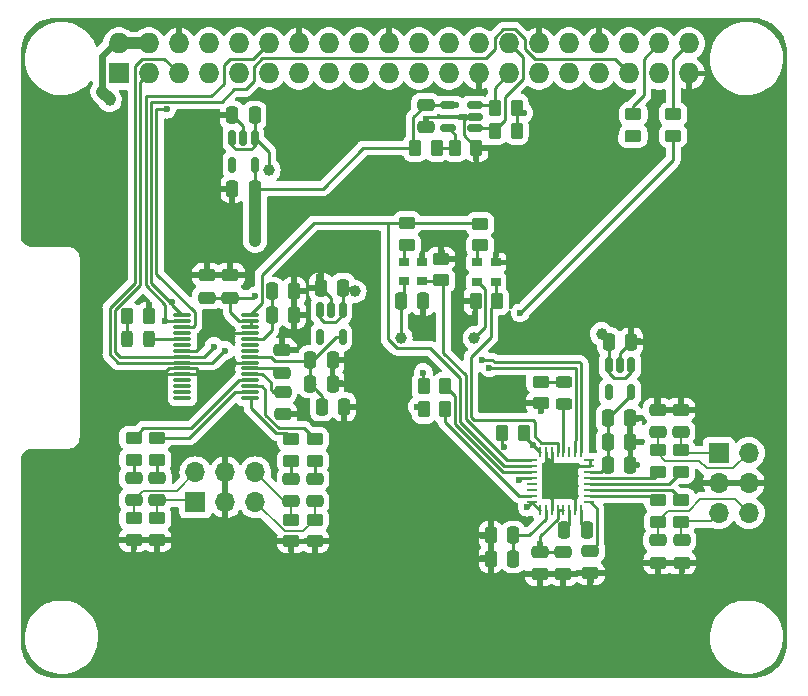
<source format=gbr>
%TF.GenerationSoftware,KiCad,Pcbnew,7.0.9-7.0.9~ubuntu23.04.1*%
%TF.CreationDate,2023-12-23T20:14:55+00:00*%
%TF.ProjectId,pedalboard-soundcard,70656461-6c62-46f6-9172-642d736f756e,0.0.1*%
%TF.SameCoordinates,Original*%
%TF.FileFunction,Copper,L1,Top*%
%TF.FilePolarity,Positive*%
%FSLAX46Y46*%
G04 Gerber Fmt 4.6, Leading zero omitted, Abs format (unit mm)*
G04 Created by KiCad (PCBNEW 7.0.9-7.0.9~ubuntu23.04.1) date 2023-12-23 20:14:55*
%MOMM*%
%LPD*%
G01*
G04 APERTURE LIST*
G04 Aperture macros list*
%AMRoundRect*
0 Rectangle with rounded corners*
0 $1 Rounding radius*
0 $2 $3 $4 $5 $6 $7 $8 $9 X,Y pos of 4 corners*
0 Add a 4 corners polygon primitive as box body*
4,1,4,$2,$3,$4,$5,$6,$7,$8,$9,$2,$3,0*
0 Add four circle primitives for the rounded corners*
1,1,$1+$1,$2,$3*
1,1,$1+$1,$4,$5*
1,1,$1+$1,$6,$7*
1,1,$1+$1,$8,$9*
0 Add four rect primitives between the rounded corners*
20,1,$1+$1,$2,$3,$4,$5,0*
20,1,$1+$1,$4,$5,$6,$7,0*
20,1,$1+$1,$6,$7,$8,$9,0*
20,1,$1+$1,$8,$9,$2,$3,0*%
G04 Aperture macros list end*
%TA.AperFunction,ComponentPad*%
%ADD10R,1.727200X1.727200*%
%TD*%
%TA.AperFunction,ComponentPad*%
%ADD11O,1.727200X1.727200*%
%TD*%
%TA.AperFunction,SMDPad,CuDef*%
%ADD12RoundRect,0.250000X-0.262500X-0.450000X0.262500X-0.450000X0.262500X0.450000X-0.262500X0.450000X0*%
%TD*%
%TA.AperFunction,SMDPad,CuDef*%
%ADD13RoundRect,0.250000X0.450000X-0.262500X0.450000X0.262500X-0.450000X0.262500X-0.450000X-0.262500X0*%
%TD*%
%TA.AperFunction,SMDPad,CuDef*%
%ADD14RoundRect,0.250000X-0.475000X0.250000X-0.475000X-0.250000X0.475000X-0.250000X0.475000X0.250000X0*%
%TD*%
%TA.AperFunction,SMDPad,CuDef*%
%ADD15R,0.850000X0.650000*%
%TD*%
%TA.AperFunction,SMDPad,CuDef*%
%ADD16RoundRect,0.150000X-0.150000X0.512500X-0.150000X-0.512500X0.150000X-0.512500X0.150000X0.512500X0*%
%TD*%
%TA.AperFunction,SMDPad,CuDef*%
%ADD17RoundRect,0.250000X-0.450000X0.262500X-0.450000X-0.262500X0.450000X-0.262500X0.450000X0.262500X0*%
%TD*%
%TA.AperFunction,SMDPad,CuDef*%
%ADD18RoundRect,0.250000X0.475000X-0.250000X0.475000X0.250000X-0.475000X0.250000X-0.475000X-0.250000X0*%
%TD*%
%TA.AperFunction,SMDPad,CuDef*%
%ADD19RoundRect,0.250000X-0.250000X-0.475000X0.250000X-0.475000X0.250000X0.475000X-0.250000X0.475000X0*%
%TD*%
%TA.AperFunction,SMDPad,CuDef*%
%ADD20RoundRect,0.243750X-0.456250X0.243750X-0.456250X-0.243750X0.456250X-0.243750X0.456250X0.243750X0*%
%TD*%
%TA.AperFunction,ComponentPad*%
%ADD21R,1.700000X1.700000*%
%TD*%
%TA.AperFunction,ComponentPad*%
%ADD22O,1.700000X1.700000*%
%TD*%
%TA.AperFunction,SMDPad,CuDef*%
%ADD23RoundRect,0.250000X0.250000X0.475000X-0.250000X0.475000X-0.250000X-0.475000X0.250000X-0.475000X0*%
%TD*%
%TA.AperFunction,SMDPad,CuDef*%
%ADD24RoundRect,0.250000X0.262500X0.450000X-0.262500X0.450000X-0.262500X-0.450000X0.262500X-0.450000X0*%
%TD*%
%TA.AperFunction,SMDPad,CuDef*%
%ADD25RoundRect,0.243750X-0.243750X-0.456250X0.243750X-0.456250X0.243750X0.456250X-0.243750X0.456250X0*%
%TD*%
%TA.AperFunction,SMDPad,CuDef*%
%ADD26RoundRect,0.062500X0.062500X-0.375000X0.062500X0.375000X-0.062500X0.375000X-0.062500X-0.375000X0*%
%TD*%
%TA.AperFunction,SMDPad,CuDef*%
%ADD27RoundRect,0.062500X0.375000X-0.062500X0.375000X0.062500X-0.375000X0.062500X-0.375000X-0.062500X0*%
%TD*%
%TA.AperFunction,ComponentPad*%
%ADD28C,0.500000*%
%TD*%
%TA.AperFunction,SMDPad,CuDef*%
%ADD29R,3.100000X3.100000*%
%TD*%
%TA.AperFunction,SMDPad,CuDef*%
%ADD30RoundRect,0.075000X0.662500X0.075000X-0.662500X0.075000X-0.662500X-0.075000X0.662500X-0.075000X0*%
%TD*%
%TA.AperFunction,SMDPad,CuDef*%
%ADD31RoundRect,0.150000X0.512500X0.150000X-0.512500X0.150000X-0.512500X-0.150000X0.512500X-0.150000X0*%
%TD*%
%TA.AperFunction,ViaPad*%
%ADD32C,0.600000*%
%TD*%
%TA.AperFunction,ViaPad*%
%ADD33C,1.000000*%
%TD*%
%TA.AperFunction,Conductor*%
%ADD34C,0.250000*%
%TD*%
%TA.AperFunction,Conductor*%
%ADD35C,0.010000*%
%TD*%
%TA.AperFunction,Conductor*%
%ADD36C,1.000000*%
%TD*%
%TA.AperFunction,Conductor*%
%ADD37C,0.200000*%
%TD*%
%TA.AperFunction,Conductor*%
%ADD38C,0.500000*%
%TD*%
%TA.AperFunction,Conductor*%
%ADD39C,0.600000*%
%TD*%
G04 APERTURE END LIST*
D10*
%TO.P,J1,1,3.3V*%
%TO.N,unconnected-(J1-3.3V-Pad1)*%
X56870000Y-57270000D03*
D11*
%TO.P,J1,2,5V*%
%TO.N,5v*%
X56870000Y-54730000D03*
%TO.P,J1,3,BCM2_SDA*%
%TO.N,sda*%
X59410000Y-57270000D03*
%TO.P,J1,4,5V*%
%TO.N,5v*%
X59410000Y-54730000D03*
%TO.P,J1,5,BCM3_SCL*%
%TO.N,scl*%
X61950000Y-57270000D03*
%TO.P,J1,6,GND*%
%TO.N,GND*%
X61950000Y-54730000D03*
%TO.P,J1,7,BCM4_GPCLK0*%
%TO.N,unconnected-(J1-BCM4_GPCLK0-Pad7)*%
X64490000Y-57270000D03*
%TO.P,J1,8,BCM14_TXD*%
%TO.N,unconnected-(J1-BCM14_TXD-Pad8)*%
X64490000Y-54730000D03*
%TO.P,J1,9,GND*%
%TO.N,GND*%
X67030000Y-57270000D03*
%TO.P,J1,10,BCM15_RXD*%
%TO.N,unconnected-(J1-BCM15_RXD-Pad10)*%
X67030000Y-54730000D03*
%TO.P,J1,11,BCM17*%
%TO.N,unconnected-(J1-BCM17-Pad11)*%
X69570000Y-57270000D03*
%TO.P,J1,12,BCM18_PCM_C*%
%TO.N,pcm_clk*%
X69570000Y-54730000D03*
%TO.P,J1,13,BCM27*%
%TO.N,unconnected-(J1-BCM27-Pad13)*%
X72110000Y-57270000D03*
%TO.P,J1,14,GND*%
%TO.N,GND*%
X72110000Y-54730000D03*
%TO.P,J1,15,BCM22*%
%TO.N,unconnected-(J1-BCM22-Pad15)*%
X74650000Y-57270000D03*
%TO.P,J1,16,BCM23*%
%TO.N,unconnected-(J1-BCM23-Pad16)*%
X74650000Y-54730000D03*
%TO.P,J1,17,3.3V*%
%TO.N,unconnected-(J1-3.3V-Pad17)*%
X77190000Y-57270000D03*
%TO.P,J1,18,BCM24*%
%TO.N,unconnected-(J1-BCM24-Pad18)*%
X77190000Y-54730000D03*
%TO.P,J1,19,BCM10_MOSI*%
%TO.N,unconnected-(J1-BCM10_MOSI-Pad19)*%
X79730000Y-57270000D03*
%TO.P,J1,20,GND*%
%TO.N,GND*%
X79730000Y-54730000D03*
%TO.P,J1,21,BCM9_MISO*%
%TO.N,unconnected-(J1-BCM9_MISO-Pad21)*%
X82270000Y-57270000D03*
%TO.P,J1,22,BCM25*%
%TO.N,unconnected-(J1-BCM25-Pad22)*%
X82270000Y-54730000D03*
%TO.P,J1,23,BCM11_SCLK*%
%TO.N,unconnected-(J1-BCM11_SCLK-Pad23)*%
X84810000Y-57270000D03*
%TO.P,J1,24,BCM8_CE0*%
%TO.N,unconnected-(J1-BCM8_CE0-Pad24)*%
X84810000Y-54730000D03*
%TO.P,J1,25,GND*%
%TO.N,GND*%
X87350000Y-57270000D03*
%TO.P,J1,26,BCM7_CE1*%
%TO.N,unconnected-(J1-BCM7_CE1-Pad26)*%
X87350000Y-54730000D03*
%TO.P,J1,27,BCM0_ID_SD*%
%TO.N,ID_SD*%
X89890000Y-57270000D03*
%TO.P,J1,28,BCM1_ID_SC*%
%TO.N,ID_SC*%
X89890000Y-54730000D03*
%TO.P,J1,29,BCM5*%
%TO.N,unconnected-(J1-BCM5-Pad29)*%
X92430000Y-57270000D03*
%TO.P,J1,30,GND*%
%TO.N,GND*%
X92430000Y-54730000D03*
%TO.P,J1,31,BCM6*%
%TO.N,unconnected-(J1-BCM6-Pad31)*%
X94970000Y-57270000D03*
%TO.P,J1,32,BCM12_PWM0*%
%TO.N,unconnected-(J1-BCM12_PWM0-Pad32)*%
X94970000Y-54730000D03*
%TO.P,J1,33,BCM13_PWM1*%
%TO.N,unconnected-(J1-BCM13_PWM1-Pad33)*%
X97510000Y-57270000D03*
%TO.P,J1,34,GND*%
%TO.N,GND*%
X97510000Y-54730000D03*
%TO.P,J1,35,BCM19_MISO_PCM_FS*%
%TO.N,pcm_fs*%
X100050000Y-57270000D03*
%TO.P,J1,36,BCM16*%
%TO.N,unconnected-(J1-BCM16-Pad36)*%
X100050000Y-54730000D03*
%TO.P,J1,37,BCM26*%
%TO.N,unconnected-(J1-BCM26-Pad37)*%
X102590000Y-57270000D03*
%TO.P,J1,38,BCM20_MOSI_PCM_DI*%
%TO.N,DOUT*%
X102590000Y-54730000D03*
%TO.P,J1,39,GND*%
%TO.N,GND*%
X105130000Y-57270000D03*
%TO.P,J1,40,BCM21_SCLK_PCM_DO*%
%TO.N,Net-(J1-BCM21_SCLK_PCM_DO)*%
X105130000Y-54730000D03*
%TD*%
D12*
%TO.P,R7,1*%
%TO.N,Net-(U1-WP)*%
X85312500Y-63575000D03*
%TO.P,R7,2*%
%TO.N,GND*%
X87137500Y-63575000D03*
%TD*%
D13*
%TO.P,R25,1*%
%TO.N,Net-(U6-GPIO6)*%
X84150000Y-74792500D03*
%TO.P,R25,2*%
%TO.N,GND*%
X84150000Y-72967500D03*
%TD*%
D14*
%TO.P,C21,1*%
%TO.N,/DAC/outl+*%
X102500000Y-96780000D03*
%TO.P,C21,2*%
%TO.N,GND*%
X102500000Y-98680000D03*
%TD*%
D15*
%TO.P,X1,1,Tri-State*%
%TO.N,Net-(U6-GPIO6)*%
X82525000Y-74875000D03*
%TO.P,X1,2,GND*%
%TO.N,GND*%
X82525000Y-73225000D03*
%TO.P,X1,3,OUT*%
%TO.N,Net-(X1-OUT)*%
X80975000Y-73225000D03*
%TO.P,X1,4,VDD*%
%TO.N,DVDD*%
X80975000Y-74875000D03*
%TD*%
D16*
%TO.P,U2,1,IN*%
%TO.N,5v*%
X68350000Y-62712500D03*
%TO.P,U2,2,GND*%
%TO.N,GND*%
X67400000Y-62712500D03*
%TO.P,U2,3,EN*%
%TO.N,5v*%
X66450000Y-62712500D03*
%TO.P,U2,4,NC*%
%TO.N,unconnected-(U2-NC-Pad4)*%
X66450000Y-64987500D03*
%TO.P,U2,5,OUT*%
%TO.N,DVDD*%
X68350000Y-64987500D03*
%TD*%
D17*
%TO.P,R16,1*%
%TO.N,Net-(U6-OUTLP)*%
X102525000Y-93392500D03*
%TO.P,R16,2*%
%TO.N,/DAC/outl+*%
X102525000Y-95217500D03*
%TD*%
D14*
%TO.P,C3,1*%
%TO.N,Net-(C3-Pad1)*%
X60100000Y-91500000D03*
%TO.P,C3,2*%
%TO.N,/ADC/inr-*%
X60100000Y-93400000D03*
%TD*%
D18*
%TO.P,C16,1*%
%TO.N,DVDD*%
X66300000Y-76250000D03*
%TO.P,C16,2*%
%TO.N,GND*%
X66300000Y-74350000D03*
%TD*%
D19*
%TO.P,C32,1*%
%TO.N,DVDD*%
X80725000Y-76540000D03*
%TO.P,C32,2*%
%TO.N,GND*%
X82625000Y-76540000D03*
%TD*%
D12*
%TO.P,R5,1*%
%TO.N,ID_SC*%
X88712500Y-62100000D03*
%TO.P,R5,2*%
%TO.N,DVDD*%
X90537500Y-62100000D03*
%TD*%
%TO.P,R10,1*%
%TO.N,DVDD*%
X81937500Y-63575000D03*
%TO.P,R10,2*%
%TO.N,Net-(U1-WP)*%
X83762500Y-63575000D03*
%TD*%
D15*
%TO.P,X2,1,Tri-State*%
%TO.N,Net-(U6-GPIO3)*%
X88750000Y-74925000D03*
%TO.P,X2,2,GND*%
%TO.N,GND*%
X88750000Y-73275000D03*
%TO.P,X2,3,OUT*%
%TO.N,Net-(X2-OUT)*%
X87200000Y-73275000D03*
%TO.P,X2,4,VDD*%
%TO.N,DVDD*%
X87200000Y-74925000D03*
%TD*%
D20*
%TO.P,D2,1,K*%
%TO.N,Net-(D2-K)*%
X94510000Y-83362500D03*
%TO.P,D2,2,A*%
%TO.N,Net-(D2-A)*%
X94510000Y-85237500D03*
%TD*%
D18*
%TO.P,C14,1*%
%TO.N,GND*%
X70725000Y-86100000D03*
%TO.P,C14,2*%
%TO.N,micbias*%
X70725000Y-84200000D03*
%TD*%
D19*
%TO.P,C28,1*%
%TO.N,GND*%
X88350000Y-96375000D03*
%TO.P,C28,2*%
%TO.N,Net-(U6-LDOO)*%
X90250000Y-96375000D03*
%TD*%
D21*
%TO.P,J3,1,Pin_1*%
%TO.N,/ADC/inr-*%
X63340000Y-93580000D03*
D22*
%TO.P,J3,2,Pin_2*%
%TO.N,/ADC/inr+*%
X63340000Y-91040000D03*
%TO.P,J3,3,Pin_3*%
%TO.N,GND*%
X65880000Y-93580000D03*
%TO.P,J3,4,Pin_4*%
X65880000Y-91040000D03*
%TO.P,J3,5,Pin_5*%
%TO.N,/ADC/inl+*%
X68420000Y-93580000D03*
%TO.P,J3,6,Pin_6*%
%TO.N,/ADC/inl-*%
X68420000Y-91040000D03*
%TD*%
D19*
%TO.P,C11,1*%
%TO.N,Net-(U4-LDO)*%
X69800000Y-77700000D03*
%TO.P,C11,2*%
%TO.N,GND*%
X71700000Y-77700000D03*
%TD*%
D14*
%TO.P,C4,1*%
%TO.N,Net-(C4-Pad1)*%
X71475000Y-91600000D03*
%TO.P,C4,2*%
%TO.N,/ADC/inl-*%
X71475000Y-93500000D03*
%TD*%
D13*
%TO.P,R11,1*%
%TO.N,GND*%
X71475000Y-96862500D03*
%TO.P,R11,2*%
%TO.N,/ADC/inl-*%
X71475000Y-95037500D03*
%TD*%
D14*
%TO.P,C7,1*%
%TO.N,Net-(C7-Pad1)*%
X73450000Y-91600000D03*
%TO.P,C7,2*%
%TO.N,/ADC/inl+*%
X73450000Y-93500000D03*
%TD*%
D18*
%TO.P,C24,1*%
%TO.N,GND*%
X94475000Y-99650000D03*
%TO.P,C24,2*%
%TO.N,DVDD*%
X94475000Y-97750000D03*
%TD*%
D23*
%TO.P,C6,1*%
%TO.N,DVDD*%
X68375000Y-67025000D03*
%TO.P,C6,2*%
%TO.N,GND*%
X66475000Y-67025000D03*
%TD*%
D13*
%TO.P,R19,1*%
%TO.N,Net-(U6-OUTRP)*%
X102475000Y-90990000D03*
%TO.P,R19,2*%
%TO.N,/DAC/outr+*%
X102475000Y-89165000D03*
%TD*%
D19*
%TO.P,C23,1*%
%TO.N,GND*%
X88350000Y-98350000D03*
%TO.P,C23,2*%
%TO.N,Net-(U6-LDOO)*%
X90250000Y-98350000D03*
%TD*%
D17*
%TO.P,R12,1*%
%TO.N,Net-(U4-VINL2{slash}VIN1M)*%
X71475000Y-88237500D03*
%TO.P,R12,2*%
%TO.N,Net-(C4-Pad1)*%
X71475000Y-90062500D03*
%TD*%
D19*
%TO.P,C9,1*%
%TO.N,AVDD2*%
X73050000Y-81525000D03*
%TO.P,C9,2*%
%TO.N,GND*%
X74950000Y-81525000D03*
%TD*%
D13*
%TO.P,R13,1*%
%TO.N,GND*%
X73450000Y-96862500D03*
%TO.P,R13,2*%
%TO.N,/ADC/inl+*%
X73450000Y-95037500D03*
%TD*%
D18*
%TO.P,C26,1*%
%TO.N,/DAC/outr+*%
X102480000Y-87642500D03*
%TO.P,C26,2*%
%TO.N,GND*%
X102480000Y-85742500D03*
%TD*%
D12*
%TO.P,R1,1*%
%TO.N,Net-(D1-K)*%
X57567500Y-77825000D03*
%TO.P,R1,2*%
%TO.N,GND*%
X59392500Y-77825000D03*
%TD*%
D23*
%TO.P,C5,1*%
%TO.N,5v*%
X68350000Y-60820000D03*
%TO.P,C5,2*%
%TO.N,GND*%
X66450000Y-60820000D03*
%TD*%
D14*
%TO.P,C13,1*%
%TO.N,GND*%
X70700000Y-80700000D03*
%TO.P,C13,2*%
%TO.N,Net-(U4-VREF)*%
X70700000Y-82600000D03*
%TD*%
D13*
%TO.P,R15,1*%
%TO.N,DIN*%
X103790000Y-62552500D03*
%TO.P,R15,2*%
%TO.N,Net-(J1-BCM21_SCLK_PCM_DO)*%
X103790000Y-60727500D03*
%TD*%
D21*
%TO.P,J2,1,Pin_1*%
%TO.N,/DAC/outr-*%
X107650000Y-89400000D03*
D22*
%TO.P,J2,2,Pin_2*%
%TO.N,/DAC/outr+*%
X110190000Y-89400000D03*
%TO.P,J2,3,Pin_3*%
%TO.N,GND*%
X107650000Y-91940000D03*
%TO.P,J2,4,Pin_4*%
X110190000Y-91940000D03*
%TO.P,J2,5,Pin_5*%
%TO.N,/DAC/outl-*%
X107650000Y-94480000D03*
%TO.P,J2,6,Pin_6*%
%TO.N,/DAC/outl+*%
X110190000Y-94480000D03*
%TD*%
D19*
%TO.P,C15,1*%
%TO.N,Net-(U4-LDO)*%
X69800000Y-75725000D03*
%TO.P,C15,2*%
%TO.N,GND*%
X71700000Y-75725000D03*
%TD*%
D23*
%TO.P,C30,1*%
%TO.N,GND*%
X100150000Y-86475000D03*
%TO.P,C30,2*%
%TO.N,AVDD*%
X98250000Y-86475000D03*
%TD*%
D18*
%TO.P,C25,1*%
%TO.N,/DAC/outr-*%
X104440000Y-87627500D03*
%TO.P,C25,2*%
%TO.N,GND*%
X104440000Y-85727500D03*
%TD*%
D24*
%TO.P,R23,1*%
%TO.N,Net-(U6-GPIO3)*%
X88887500Y-76550000D03*
%TO.P,R23,2*%
%TO.N,GND*%
X87062500Y-76550000D03*
%TD*%
D23*
%TO.P,C31,1*%
%TO.N,Net-(U6-CAPM)*%
X96475000Y-95960000D03*
%TO.P,C31,2*%
%TO.N,Net-(U6-CAPP)*%
X94575000Y-95960000D03*
%TD*%
D25*
%TO.P,D1,1,K*%
%TO.N,Net-(D1-K)*%
X57567500Y-79750000D03*
%TO.P,D1,2,A*%
%TO.N,Net-(D1-A)*%
X59442500Y-79750000D03*
%TD*%
D26*
%TO.P,U6,1,XSMT*%
%TO.N,Net-(U6-ADR1)*%
X92500000Y-94214500D03*
%TO.P,U6,2,LDOO*%
%TO.N,Net-(U6-LDOO)*%
X93000000Y-94214500D03*
%TO.P,U6,3,DGND*%
%TO.N,GND*%
X93500000Y-94214500D03*
%TO.P,U6,4,DVDD*%
%TO.N,DVDD*%
X94000000Y-94214500D03*
%TO.P,U6,5,CPVDD*%
X94500000Y-94214500D03*
%TO.P,U6,6,CAPP*%
%TO.N,Net-(U6-CAPP)*%
X95000000Y-94214500D03*
%TO.P,U6,7,CPGND*%
%TO.N,GND*%
X95500000Y-94214500D03*
%TO.P,U6,8,CAPM*%
%TO.N,Net-(U6-CAPM)*%
X96000000Y-94214500D03*
D27*
%TO.P,U6,9,VNEG*%
%TO.N,Net-(U6-VNEG)*%
X96687500Y-93527000D03*
%TO.P,U6,10,OUTLP*%
%TO.N,Net-(U6-OUTLP)*%
X96687500Y-93027000D03*
%TO.P,U6,11,OUTLN*%
%TO.N,Net-(U6-OUTLN)*%
X96687500Y-92527000D03*
%TO.P,U6,12,OUTRN*%
%TO.N,Net-(U6-OUTRN)*%
X96687500Y-92027000D03*
%TO.P,U6,13,OUTRP*%
%TO.N,Net-(U6-OUTRP)*%
X96687500Y-91527000D03*
%TO.P,U6,14,AVDD*%
%TO.N,AVDD*%
X96687500Y-91027000D03*
%TO.P,U6,15,AGND*%
%TO.N,GND*%
X96687500Y-90527000D03*
%TO.P,U6,16,VCOM*%
X96687500Y-90027000D03*
D26*
%TO.P,U6,17,SDA*%
%TO.N,sda*%
X96000000Y-89339500D03*
%TO.P,U6,18,SCL*%
%TO.N,scl*%
X95500000Y-89339500D03*
%TO.P,U6,19,GPIO5*%
%TO.N,unconnected-(U6-GPIO5-Pad19)*%
X95000000Y-89339500D03*
%TO.P,U6,20,GPIO4*%
%TO.N,Net-(D2-A)*%
X94500000Y-89339500D03*
%TO.P,U6,21,GPIO3*%
%TO.N,Net-(U6-GPIO3)*%
X94000000Y-89339500D03*
%TO.P,U6,22,ADR2*%
%TO.N,GND*%
X93500000Y-89339500D03*
%TO.P,U6,23,MODE1*%
X93000000Y-89339500D03*
%TO.P,U6,24,MODE2*%
%TO.N,Net-(U6-ADR1)*%
X92500000Y-89339500D03*
D27*
%TO.P,U6,25,GPIO6*%
%TO.N,Net-(U6-GPIO6)*%
X91812500Y-90027000D03*
%TO.P,U6,26,SCK*%
%TO.N,master_clk*%
X91812500Y-90527000D03*
%TO.P,U6,27,BCK*%
%TO.N,Net-(U6-BCK)*%
X91812500Y-91027000D03*
%TO.P,U6,28,DIN*%
%TO.N,DIN*%
X91812500Y-91527000D03*
%TO.P,U6,29,NC*%
%TO.N,unconnected-(U6-NC-Pad29)*%
X91812500Y-92027000D03*
%TO.P,U6,30,NC*%
%TO.N,unconnected-(U6-NC-Pad30)*%
X91812500Y-92527000D03*
%TO.P,U6,31,LRCK*%
%TO.N,Net-(U6-LRCK)*%
X91812500Y-93027000D03*
%TO.P,U6,32,ADR1*%
%TO.N,Net-(U6-ADR1)*%
X91812500Y-93527000D03*
D28*
%TO.P,U6,33,EPAD*%
%TO.N,GND*%
X92950000Y-93077000D03*
X93816667Y-93077000D03*
X94683333Y-93077000D03*
X95550000Y-93077000D03*
X92950000Y-92210333D03*
X93816667Y-92210333D03*
X94683333Y-92210333D03*
X95550000Y-92210333D03*
D29*
X94250000Y-91777000D03*
D28*
X92950000Y-91343667D03*
X93816667Y-91343667D03*
X94683333Y-91343667D03*
X95550000Y-91343667D03*
X92950000Y-90477000D03*
X93816667Y-90477000D03*
X94683333Y-90477000D03*
X95550000Y-90477000D03*
%TD*%
D16*
%TO.P,U5,1,IN*%
%TO.N,5v*%
X100250000Y-81987500D03*
%TO.P,U5,2,GND*%
%TO.N,GND*%
X99300000Y-81987500D03*
%TO.P,U5,3,EN*%
%TO.N,5v*%
X98350000Y-81987500D03*
%TO.P,U5,4,NC*%
%TO.N,unconnected-(U5-NC-Pad4)*%
X98350000Y-84262500D03*
%TO.P,U5,5,OUT*%
%TO.N,AVDD*%
X100250000Y-84262500D03*
%TD*%
D23*
%TO.P,C8,1*%
%TO.N,5v*%
X75850000Y-75400000D03*
%TO.P,C8,2*%
%TO.N,GND*%
X73950000Y-75400000D03*
%TD*%
D12*
%TO.P,R21,1*%
%TO.N,pcm_fs*%
X82667500Y-85720000D03*
%TO.P,R21,2*%
%TO.N,Net-(U6-LRCK)*%
X84492500Y-85720000D03*
%TD*%
D17*
%TO.P,R8,1*%
%TO.N,Net-(U4-VINR2{slash}VIN2M)*%
X60100000Y-88137500D03*
%TO.P,R8,2*%
%TO.N,Net-(C3-Pad1)*%
X60100000Y-89962500D03*
%TD*%
%TO.P,R14,1*%
%TO.N,Net-(U4-VINL1{slash}VIN1P)*%
X73450000Y-88237500D03*
%TO.P,R14,2*%
%TO.N,Net-(C7-Pad1)*%
X73450000Y-90062500D03*
%TD*%
D19*
%TO.P,C12,1*%
%TO.N,AVDD*%
X98275000Y-90450000D03*
%TO.P,C12,2*%
%TO.N,GND*%
X100175000Y-90450000D03*
%TD*%
D14*
%TO.P,C22,1*%
%TO.N,/DAC/outl-*%
X104500000Y-96780000D03*
%TO.P,C22,2*%
%TO.N,GND*%
X104500000Y-98680000D03*
%TD*%
D18*
%TO.P,C27,1*%
%TO.N,GND*%
X96770000Y-99590000D03*
%TO.P,C27,2*%
%TO.N,Net-(U6-VNEG)*%
X96770000Y-97690000D03*
%TD*%
D12*
%TO.P,R22,1*%
%TO.N,pcm_clk*%
X82667500Y-83770000D03*
%TO.P,R22,2*%
%TO.N,Net-(U6-BCK)*%
X84492500Y-83770000D03*
%TD*%
D13*
%TO.P,R18,1*%
%TO.N,Net-(U6-OUTRN)*%
X104440000Y-90990000D03*
%TO.P,R18,2*%
%TO.N,/DAC/outr-*%
X104440000Y-89165000D03*
%TD*%
D19*
%TO.P,C29,1*%
%TO.N,AVDD*%
X98275000Y-88450000D03*
%TO.P,C29,2*%
%TO.N,GND*%
X100175000Y-88450000D03*
%TD*%
D30*
%TO.P,U4,1,VINL2/VIN1M*%
%TO.N,Net-(U4-VINL2{slash}VIN1M)*%
X67962500Y-84750000D03*
%TO.P,U4,2,VINR2/VIN2M*%
%TO.N,Net-(U4-VINR2{slash}VIN2M)*%
X67962500Y-84250000D03*
%TO.P,U4,3,VINL1/VIN1P*%
%TO.N,Net-(U4-VINL1{slash}VIN1P)*%
X67962500Y-83750000D03*
%TO.P,U4,4,VINR1/VIN2P*%
%TO.N,Net-(U4-VINR1{slash}VIN2P)*%
X67962500Y-83250000D03*
%TO.P,U4,5,MICBIAS*%
%TO.N,micbias*%
X67962500Y-82750000D03*
%TO.P,U4,6,VREF*%
%TO.N,Net-(U4-VREF)*%
X67962500Y-82250000D03*
%TO.P,U4,7,AGND*%
%TO.N,GND*%
X67962500Y-81750000D03*
%TO.P,U4,8,AVDD*%
%TO.N,AVDD2*%
X67962500Y-81250000D03*
%TO.P,U4,9,XO*%
%TO.N,unconnected-(U4-XO-Pad9)*%
X67962500Y-80750000D03*
%TO.P,U4,10,XI*%
%TO.N,unconnected-(U4-XI-Pad10)*%
X67962500Y-80250000D03*
%TO.P,U4,11,LDO*%
%TO.N,Net-(U4-LDO)*%
X67962500Y-79750000D03*
%TO.P,U4,12,DGND*%
%TO.N,GND*%
X67962500Y-79250000D03*
%TO.P,U4,13,DVDD*%
%TO.N,DVDD*%
X67962500Y-78750000D03*
%TO.P,U4,14,IOVDD*%
X67962500Y-78250000D03*
%TO.P,U4,15,SCKI*%
%TO.N,master_clk*%
X67962500Y-77750000D03*
%TO.P,U4,16,LRCK*%
%TO.N,pcm_fs*%
X62237500Y-77750000D03*
%TO.P,U4,17,BCK*%
%TO.N,pcm_clk*%
X62237500Y-78250000D03*
%TO.P,U4,18,DOUT*%
%TO.N,Net-(U4-DOUT)*%
X62237500Y-78750000D03*
%TO.P,U4,19,GPIO3/INTC*%
%TO.N,unconnected-(U4-GPIO3{slash}INTC-Pad19)*%
X62237500Y-79250000D03*
%TO.P,U4,20,GPIO2/INTB/DMCLK*%
%TO.N,Net-(D1-A)*%
X62237500Y-79750000D03*
%TO.P,U4,21,GPIO1/INTA/DMIN*%
%TO.N,unconnected-(U4-GPIO1{slash}INTA{slash}DMIN-Pad21)*%
X62237500Y-80250000D03*
%TO.P,U4,22,MISO/GPIO0/DMIN2*%
%TO.N,GND*%
X62237500Y-80750000D03*
%TO.P,U4,23,MOSI/SDA*%
%TO.N,sda*%
X62237500Y-81250000D03*
%TO.P,U4,24,MC/SCL*%
%TO.N,scl*%
X62237500Y-81750000D03*
%TO.P,U4,25,MS/AD*%
%TO.N,GND*%
X62237500Y-82250000D03*
%TO.P,U4,26,MD0*%
X62237500Y-82750000D03*
%TO.P,U4,27,VINL4/VIN4M*%
%TO.N,unconnected-(U4-VINL4{slash}VIN4M-Pad27)*%
X62237500Y-83250000D03*
%TO.P,U4,28,VINR4/VIN3M*%
%TO.N,unconnected-(U4-VINR4{slash}VIN3M-Pad28)*%
X62237500Y-83750000D03*
%TO.P,U4,29,VINL3/VIN4P*%
%TO.N,unconnected-(U4-VINL3{slash}VIN4P-Pad29)*%
X62237500Y-84250000D03*
%TO.P,U4,30,VINR3/VIN3P*%
%TO.N,unconnected-(U4-VINR3{slash}VIN3P-Pad30)*%
X62237500Y-84750000D03*
%TD*%
D16*
%TO.P,U3,1,IN*%
%TO.N,5v*%
X75800000Y-77312500D03*
%TO.P,U3,2,GND*%
%TO.N,GND*%
X74850000Y-77312500D03*
%TO.P,U3,3,EN*%
%TO.N,5v*%
X73900000Y-77312500D03*
%TO.P,U3,4,NC*%
%TO.N,unconnected-(U3-NC-Pad4)*%
X73900000Y-79587500D03*
%TO.P,U3,5,OUT*%
%TO.N,AVDD2*%
X75800000Y-79587500D03*
%TD*%
D13*
%TO.P,R26,1*%
%TO.N,Net-(X1-OUT)*%
X81250000Y-71782500D03*
%TO.P,R26,2*%
%TO.N,master_clk*%
X81250000Y-69957500D03*
%TD*%
D18*
%TO.P,C1,1*%
%TO.N,GND*%
X82850000Y-61825000D03*
%TO.P,C1,2*%
%TO.N,DVDD*%
X82850000Y-59925000D03*
%TD*%
D17*
%TO.P,R3,1*%
%TO.N,Net-(U4-VINR1{slash}VIN2P)*%
X58100000Y-88137500D03*
%TO.P,R3,2*%
%TO.N,Net-(C2-Pad1)*%
X58100000Y-89962500D03*
%TD*%
D13*
%TO.P,R27,1*%
%TO.N,Net-(X2-OUT)*%
X87450000Y-71832500D03*
%TO.P,R27,2*%
%TO.N,master_clk*%
X87450000Y-70007500D03*
%TD*%
D18*
%TO.P,C20,1*%
%TO.N,GND*%
X92500000Y-99650000D03*
%TO.P,C20,2*%
%TO.N,DVDD*%
X92500000Y-97750000D03*
%TD*%
D17*
%TO.P,R17,1*%
%TO.N,Net-(U6-OUTLN)*%
X104475000Y-93392500D03*
%TO.P,R17,2*%
%TO.N,/DAC/outl-*%
X104475000Y-95217500D03*
%TD*%
D13*
%TO.P,R24,1*%
%TO.N,GND*%
X92560000Y-85182500D03*
%TO.P,R24,2*%
%TO.N,Net-(D2-K)*%
X92560000Y-83357500D03*
%TD*%
D19*
%TO.P,C10,1*%
%TO.N,5v*%
X98350000Y-80000000D03*
%TO.P,C10,2*%
%TO.N,GND*%
X100250000Y-80000000D03*
%TD*%
D24*
%TO.P,R20,1*%
%TO.N,Net-(U6-ADR1)*%
X91137500Y-87700000D03*
%TO.P,R20,2*%
%TO.N,DVDD*%
X89312500Y-87700000D03*
%TD*%
D13*
%TO.P,R9,1*%
%TO.N,GND*%
X60100000Y-96762500D03*
%TO.P,R9,2*%
%TO.N,/ADC/inr-*%
X60100000Y-94937500D03*
%TD*%
D19*
%TO.P,C18,1*%
%TO.N,AVDD2*%
X74050000Y-85500000D03*
%TO.P,C18,2*%
%TO.N,GND*%
X75950000Y-85500000D03*
%TD*%
D12*
%TO.P,R6,1*%
%TO.N,ID_SD*%
X88712500Y-60175000D03*
%TO.P,R6,2*%
%TO.N,DVDD*%
X90537500Y-60175000D03*
%TD*%
D13*
%TO.P,R2,1*%
%TO.N,Net-(U4-DOUT)*%
X100420000Y-62542500D03*
%TO.P,R2,2*%
%TO.N,DOUT*%
X100420000Y-60717500D03*
%TD*%
D19*
%TO.P,C19,1*%
%TO.N,AVDD2*%
X73050000Y-83525000D03*
%TO.P,C19,2*%
%TO.N,GND*%
X74950000Y-83525000D03*
%TD*%
D14*
%TO.P,C2,1*%
%TO.N,Net-(C2-Pad1)*%
X58100000Y-91500000D03*
%TO.P,C2,2*%
%TO.N,/ADC/inr+*%
X58100000Y-93400000D03*
%TD*%
D13*
%TO.P,R4,1*%
%TO.N,GND*%
X58100000Y-96762500D03*
%TO.P,R4,2*%
%TO.N,/ADC/inr+*%
X58100000Y-94937500D03*
%TD*%
D31*
%TO.P,U1,1,SCL*%
%TO.N,ID_SC*%
X87027500Y-61870000D03*
%TO.P,U1,2,GND*%
%TO.N,GND*%
X87027500Y-60920000D03*
%TO.P,U1,3,SDA*%
%TO.N,ID_SD*%
X87027500Y-59970000D03*
%TO.P,U1,4,VCC*%
%TO.N,DVDD*%
X84752500Y-59970000D03*
%TO.P,U1,5,WP*%
%TO.N,Net-(U1-WP)*%
X84752500Y-61870000D03*
%TD*%
D18*
%TO.P,C17,1*%
%TO.N,DVDD*%
X64300000Y-76250000D03*
%TO.P,C17,2*%
%TO.N,GND*%
X64300000Y-74350000D03*
%TD*%
D32*
%TO.N,GND*%
X58100000Y-97460000D03*
X104440000Y-84980000D03*
X100750000Y-88440000D03*
X87700000Y-96390000D03*
X92500000Y-100330000D03*
X87800000Y-84480000D03*
X102530000Y-99420000D03*
X64310000Y-73640000D03*
X82625000Y-77575000D03*
X87700000Y-98330000D03*
X100900000Y-79960000D03*
X82840000Y-61150000D03*
X84240000Y-72360000D03*
X104500000Y-99370000D03*
X92560000Y-85890000D03*
X73770000Y-74470000D03*
X102460000Y-84980000D03*
X87120000Y-64440000D03*
X100750000Y-86490000D03*
X88770000Y-72600000D03*
X59420000Y-76990000D03*
X96810000Y-100230000D03*
X75650000Y-83510000D03*
X71620000Y-86100000D03*
X60100000Y-97420000D03*
X71710000Y-78350000D03*
X82530000Y-72690000D03*
X66290000Y-73700000D03*
X73470000Y-97540000D03*
X76620000Y-85530000D03*
X71470000Y-97530000D03*
X71710000Y-74810000D03*
X94470000Y-100290000D03*
X87030000Y-77600000D03*
X100750000Y-90410000D03*
X63920000Y-79680000D03*
%TO.N,DVDD*%
X89450000Y-88870000D03*
X92500000Y-97070000D03*
X91150000Y-60600000D03*
D33*
X86970000Y-79670000D03*
D32*
X68350500Y-76150000D03*
D33*
X80720000Y-79670000D03*
D32*
X85380000Y-59970000D03*
D33*
X68400000Y-71450000D03*
%TO.N,5v*%
X97735000Y-79325000D03*
X69549500Y-65450000D03*
X76830000Y-75730000D03*
X56095000Y-59535000D03*
D32*
%TO.N,sda*%
X87588178Y-81535000D03*
X64919647Y-80390353D03*
%TO.N,scl*%
X88240000Y-82190000D03*
X65844722Y-80744500D03*
%TO.N,pcm_clk*%
X82630000Y-82610000D03*
X60775000Y-78250001D03*
%TO.N,pcm_fs*%
X61343707Y-76618810D03*
X82130000Y-85470000D03*
%TO.N,Net-(U4-DOUT)*%
X99940000Y-62780000D03*
X60920000Y-60290500D03*
%TO.N,DIN*%
X90840000Y-77540000D03*
X90780000Y-91680000D03*
%TO.N,Net-(U6-ADR1)*%
X91430000Y-93990000D03*
X91901382Y-88688618D03*
%TD*%
D34*
%TO.N,GND*%
X66650001Y-81749999D02*
X66650000Y-81750000D01*
X93499999Y-94251999D02*
X93499999Y-92527001D01*
X66650001Y-79249999D02*
X66650000Y-79250000D01*
X88350000Y-96375000D02*
X87715000Y-96375000D01*
X83070000Y-60920000D02*
X87027500Y-60920000D01*
X100250000Y-80000000D02*
X100860000Y-80000000D01*
X96724999Y-90026559D02*
X96724999Y-90526685D01*
X104500000Y-98680000D02*
X104500000Y-99370000D01*
X82840000Y-61150000D02*
X83070000Y-60920000D01*
X100860000Y-80000000D02*
X100900000Y-79960000D01*
X68049948Y-81749999D02*
X66650001Y-81749999D01*
X71700000Y-78340000D02*
X71710000Y-78350000D01*
X102500000Y-99390000D02*
X102530000Y-99420000D01*
X71475000Y-96862500D02*
X71475000Y-97525000D01*
X59392500Y-77825000D02*
X59392500Y-77017500D01*
X82850000Y-61825000D02*
X82850000Y-61160000D01*
X67400000Y-61725000D02*
X66350000Y-60675000D01*
D35*
X94475000Y-100285000D02*
X94470000Y-100290000D01*
D34*
X73950000Y-75400000D02*
X73950000Y-74650000D01*
X93462600Y-90170770D02*
X93499999Y-90133371D01*
X87715000Y-96375000D02*
X87700000Y-96390000D01*
X100175000Y-90450000D02*
X100710000Y-90450000D01*
X93000000Y-89302001D02*
X93000000Y-90016900D01*
X61079999Y-82250001D02*
X60790000Y-82540000D01*
X100250000Y-80000000D02*
X99300000Y-80950000D01*
X71700000Y-75725000D02*
X71700000Y-74820000D01*
D35*
X92500000Y-100330000D02*
X92500000Y-99650000D01*
D34*
X68049948Y-79249999D02*
X66650001Y-79249999D01*
X82525000Y-72695000D02*
X82530000Y-72690000D01*
X87720000Y-98350000D02*
X87700000Y-98330000D01*
X64300000Y-73650000D02*
X64310000Y-73640000D01*
X82850000Y-61160000D02*
X82840000Y-61150000D01*
X75635000Y-83525000D02*
X75650000Y-83510000D01*
X74850000Y-76300000D02*
X74850000Y-77312500D01*
X66300000Y-73710000D02*
X66290000Y-73700000D01*
X100740000Y-88450000D02*
X100750000Y-88440000D01*
X96810000Y-100230000D02*
X96770000Y-100190000D01*
X62150052Y-82250001D02*
X63500000Y-82250000D01*
X96724999Y-90526685D02*
X96045226Y-90526685D01*
X96687500Y-90527000D02*
X95500000Y-90527000D01*
X59392500Y-77017500D02*
X59420000Y-76990000D01*
X102460000Y-84980000D02*
X102480000Y-85000000D01*
X93308730Y-90016900D02*
X93462600Y-90170770D01*
X75950000Y-85500000D02*
X76590000Y-85500000D01*
X92560000Y-85182500D02*
X92560000Y-85890000D01*
X88770000Y-72600000D02*
X88750000Y-72620000D01*
X63920000Y-79680000D02*
X63860001Y-79739999D01*
X76590000Y-85500000D02*
X76620000Y-85530000D01*
X102500000Y-98680000D02*
X102500000Y-99390000D01*
X63500000Y-82250000D02*
X63500000Y-82750000D01*
X86365001Y-60920000D02*
X86040000Y-61245001D01*
X93000000Y-90016900D02*
X93308730Y-90016900D01*
X99300000Y-80950000D02*
X99300000Y-81987500D01*
X73450000Y-97520000D02*
X73470000Y-97540000D01*
X63880000Y-80220000D02*
X63349999Y-80750001D01*
X104440000Y-84980000D02*
X104440000Y-85727500D01*
X73950000Y-75400000D02*
X74850000Y-76300000D01*
X62150052Y-82250001D02*
X61079999Y-82250001D01*
X66300000Y-74350000D02*
X66300000Y-73710000D01*
X87027500Y-60920000D02*
X86365001Y-60920000D01*
X88750000Y-72620000D02*
X88750000Y-73150000D01*
X71475000Y-97525000D02*
X71470000Y-97530000D01*
X93499999Y-92527001D02*
X94250000Y-91777000D01*
X63349999Y-80750001D02*
X62150052Y-80750001D01*
X100175000Y-88450000D02*
X100740000Y-88450000D01*
X87062500Y-77567500D02*
X87030000Y-77600000D01*
X87137500Y-64422500D02*
X87120000Y-64440000D01*
X64300000Y-74350000D02*
X64300000Y-73650000D01*
X100150000Y-86475000D02*
X100735000Y-86475000D01*
X95500000Y-93027000D02*
X94683333Y-92210333D01*
X86040000Y-61245001D02*
X86040000Y-62477500D01*
X87137500Y-63575000D02*
X87137500Y-64422500D01*
X82625000Y-77575000D02*
X82625000Y-76600000D01*
X71620000Y-86100000D02*
X70725000Y-86100000D01*
X100735000Y-86475000D02*
X100750000Y-86490000D01*
X58100000Y-96762500D02*
X58100000Y-97460000D01*
X95500000Y-94251999D02*
X95500000Y-93027000D01*
X86040000Y-62477500D02*
X87137500Y-63575000D01*
D35*
X94475000Y-99650000D02*
X94475000Y-100285000D01*
D34*
X71700000Y-77700000D02*
X71700000Y-78340000D01*
X63860001Y-80220000D02*
X63880000Y-80220000D01*
X100710000Y-90450000D02*
X100750000Y-90410000D01*
X63500000Y-82750000D02*
X62150052Y-82750000D01*
X102480000Y-85000000D02*
X102480000Y-85742500D01*
X95500000Y-90527000D02*
X94250000Y-91777000D01*
X73450000Y-96862500D02*
X73450000Y-97520000D01*
X87062500Y-76625000D02*
X87062500Y-77567500D01*
X88350000Y-98350000D02*
X87720000Y-98350000D01*
X71700000Y-74820000D02*
X71710000Y-74810000D01*
X60100000Y-96762500D02*
X60100000Y-97420000D01*
D35*
X84240000Y-72360000D02*
X84225000Y-72375000D01*
D34*
X61000000Y-82750000D02*
X62150052Y-82750000D01*
X74950000Y-83525000D02*
X75635000Y-83525000D01*
X93499999Y-90133371D02*
X93499999Y-89302001D01*
X63860001Y-79739999D02*
X63860001Y-80220000D01*
X60790000Y-82540000D02*
X61000000Y-82750000D01*
X67400000Y-62712500D02*
X67400000Y-61725000D01*
D35*
X84225000Y-72375000D02*
X84225000Y-73087500D01*
D34*
X82525000Y-73225000D02*
X82525000Y-72695000D01*
X96770000Y-100190000D02*
X96770000Y-99590000D01*
X73950000Y-74650000D02*
X73770000Y-74470000D01*
%TO.N,DVDD*%
X92500000Y-97070000D02*
X92500000Y-97750000D01*
X90537500Y-62050000D02*
X90512500Y-62075000D01*
X87900000Y-78740000D02*
X87900000Y-75500000D01*
X67058198Y-78249998D02*
X66300000Y-77491800D01*
X94000000Y-94251999D02*
X94500000Y-94251999D01*
X89450000Y-88870000D02*
X89312500Y-88732500D01*
X81800000Y-60975000D02*
X82850000Y-59925000D01*
X74115000Y-67025000D02*
X77565000Y-63575000D01*
X80975000Y-76350000D02*
X80725000Y-76600000D01*
X81937500Y-63575000D02*
X81800000Y-63437500D01*
X80720000Y-79600000D02*
X80720000Y-79670000D01*
X66300000Y-77491800D02*
X66300000Y-76250000D01*
X94475000Y-97750000D02*
X92500000Y-97750000D01*
X87900000Y-75500000D02*
X87200000Y-74800000D01*
X84707500Y-59925000D02*
X84752500Y-59970000D01*
X68049948Y-78750000D02*
X68049948Y-78249998D01*
X68375000Y-67025000D02*
X74115000Y-67025000D01*
X85380000Y-59970000D02*
X84752500Y-59970000D01*
X80740000Y-79580000D02*
X80720000Y-79600000D01*
X89312500Y-88732500D02*
X89312500Y-87825000D01*
X90962500Y-60600000D02*
X90537500Y-60175000D01*
X91150000Y-60600000D02*
X90962500Y-60600000D01*
X80725000Y-76600000D02*
X80725000Y-79565000D01*
X81800000Y-63437500D02*
X81800000Y-60975000D01*
X90537500Y-60175000D02*
X90537500Y-62050000D01*
X94000000Y-94966998D02*
X92500000Y-96466998D01*
X86970000Y-79670000D02*
X87900000Y-78740000D01*
X68250500Y-76250000D02*
X68350500Y-76150000D01*
X66300000Y-76250000D02*
X68250500Y-76250000D01*
X68049948Y-78249998D02*
X67058198Y-78249998D01*
D36*
X68375000Y-71425000D02*
X68375000Y-67025000D01*
D34*
X80725000Y-79565000D02*
X80740000Y-79580000D01*
X92500000Y-96466998D02*
X92500000Y-97070000D01*
D36*
X68400000Y-71450000D02*
X68375000Y-71425000D01*
D34*
X94000000Y-94251999D02*
X94000000Y-94966998D01*
X66300000Y-76250000D02*
X64300000Y-76250000D01*
X68350000Y-64987500D02*
X68350000Y-67000000D01*
X77565000Y-63575000D02*
X81937500Y-63575000D01*
X82850000Y-59925000D02*
X84707500Y-59925000D01*
X80975000Y-74875000D02*
X80975000Y-76350000D01*
X68350000Y-67000000D02*
X68375000Y-67025000D01*
%TO.N,Net-(C2-Pad1)*%
X58100000Y-91500000D02*
X58100000Y-89962500D01*
D37*
%TO.N,/ADC/inr+*%
X58100000Y-94937500D02*
X58100000Y-93400000D01*
X58100000Y-93400000D02*
X58900000Y-92600000D01*
X58900000Y-92600000D02*
X61780000Y-92600000D01*
X61780000Y-92600000D02*
X63340000Y-91040000D01*
D34*
%TO.N,Net-(C3-Pad1)*%
X60100000Y-91500000D02*
X60100000Y-89962500D01*
D37*
%TO.N,/ADC/inr-*%
X60100000Y-93400000D02*
X63160000Y-93400000D01*
X63160000Y-93400000D02*
X63340000Y-93580000D01*
X60100000Y-94937500D02*
X60100000Y-93400000D01*
D34*
%TO.N,Net-(C4-Pad1)*%
X71475000Y-90062500D02*
X71475000Y-91600000D01*
D37*
%TO.N,/ADC/inl-*%
X68420000Y-91040000D02*
X70880000Y-93500000D01*
X71475000Y-93500000D02*
X71475000Y-95037500D01*
X70880000Y-93500000D02*
X71475000Y-93500000D01*
D34*
%TO.N,5v*%
X68350000Y-62712500D02*
X68350000Y-60775000D01*
X73900000Y-77312500D02*
X73900000Y-77974999D01*
X69549500Y-65450000D02*
X69549500Y-63912000D01*
X98350000Y-81987500D02*
X98350000Y-80000000D01*
D38*
X56095000Y-59535000D02*
X56095000Y-59465000D01*
D34*
X98760001Y-83060000D02*
X99750000Y-83060000D01*
X73900000Y-77974999D02*
X74225001Y-78300000D01*
D38*
X56495000Y-54730000D02*
X56870000Y-54730000D01*
D34*
X66450000Y-63374999D02*
X66775001Y-63700000D01*
X75800000Y-75450000D02*
X75850000Y-75400000D01*
X75800000Y-77700908D02*
X75800000Y-77312500D01*
X75200908Y-78300000D02*
X75800000Y-77700908D01*
D39*
X55450000Y-58820000D02*
X55450000Y-55775000D01*
D34*
X100250000Y-82560000D02*
X100250000Y-81987500D01*
X98350000Y-81987500D02*
X98350000Y-82649999D01*
X68350000Y-63374999D02*
X68350000Y-62712500D01*
X76500000Y-75400000D02*
X75850000Y-75400000D01*
X66450000Y-62712500D02*
X66450000Y-63374999D01*
X69549500Y-63912000D02*
X68350000Y-62712500D01*
X76830000Y-75730000D02*
X76500000Y-75400000D01*
X75800000Y-77312500D02*
X75800000Y-75450000D01*
X98350000Y-79940000D02*
X98350000Y-80000000D01*
D36*
X56870000Y-54730000D02*
X59410000Y-54730000D01*
D34*
X74225001Y-78300000D02*
X75200908Y-78300000D01*
X98350000Y-82649999D02*
X98760001Y-83060000D01*
D36*
X56095000Y-59465000D02*
X55450000Y-58820000D01*
D39*
X55450000Y-55775000D02*
X56495000Y-54730000D01*
D34*
X68024999Y-63700000D02*
X68350000Y-63374999D01*
X66775001Y-63700000D02*
X68024999Y-63700000D01*
X97735000Y-79325000D02*
X98350000Y-79940000D01*
X99750000Y-83060000D02*
X100250000Y-82560000D01*
%TO.N,Net-(C7-Pad1)*%
X73450000Y-90062500D02*
X73450000Y-91600000D01*
D37*
%TO.N,/ADC/inl+*%
X70890000Y-96050000D02*
X72437500Y-96050000D01*
X72437500Y-96050000D02*
X73450000Y-95037500D01*
X73450000Y-95037500D02*
X73450000Y-93500000D01*
X68420000Y-93580000D02*
X70890000Y-96050000D01*
D34*
%TO.N,AVDD2*%
X73550000Y-84050000D02*
X74050000Y-84550000D01*
X73050000Y-83150000D02*
X73425000Y-83525000D01*
X73050000Y-83525000D02*
X73550000Y-84025000D01*
X75238408Y-79587500D02*
X73300908Y-81525000D01*
X69700000Y-81250000D02*
X70050000Y-81600000D01*
X72975000Y-81600000D02*
X73050000Y-81525000D01*
X73550000Y-84025000D02*
X73550000Y-84050000D01*
X70050000Y-81600000D02*
X72975000Y-81600000D01*
X68049948Y-81250000D02*
X69700000Y-81250000D01*
X74050000Y-84550000D02*
X74050000Y-85500000D01*
X73050000Y-81525000D02*
X73050000Y-83150000D01*
X75800000Y-79587500D02*
X75238408Y-79587500D01*
X73300908Y-81525000D02*
X73050000Y-81525000D01*
%TO.N,Net-(U4-LDO)*%
X69800000Y-77700000D02*
X69800000Y-78991696D01*
X69800000Y-78991696D02*
X69041696Y-79750000D01*
X69800000Y-75725000D02*
X69800000Y-77700000D01*
X69041696Y-79750000D02*
X68049948Y-79750000D01*
%TO.N,AVDD*%
X98250000Y-86475000D02*
X100250000Y-84475000D01*
X97698189Y-91026811D02*
X98275000Y-90450000D01*
X96724999Y-91026811D02*
X97698189Y-91026811D01*
X98275000Y-86500000D02*
X98250000Y-86475000D01*
X100250000Y-84475000D02*
X100250000Y-84262500D01*
X98275000Y-88450000D02*
X98275000Y-86500000D01*
X98275000Y-90450000D02*
X98275000Y-88450000D01*
%TO.N,Net-(U4-VREF)*%
X70349998Y-82249998D02*
X70700000Y-82600000D01*
X68049948Y-82249998D02*
X70349998Y-82249998D01*
%TO.N,micbias*%
X69700000Y-83400000D02*
X69700000Y-84000000D01*
X68800000Y-82750000D02*
X68850000Y-82700000D01*
X68850000Y-82700000D02*
X69000000Y-82700000D01*
X68049948Y-82750000D02*
X68800000Y-82750000D01*
X69700000Y-84000000D02*
X69900000Y-84200000D01*
X69900000Y-84200000D02*
X70725000Y-84200000D01*
X69000000Y-82700000D02*
X69700000Y-83400000D01*
D37*
%TO.N,/DAC/outl+*%
X105100000Y-94320000D02*
X103342500Y-94320000D01*
X103342500Y-94320000D02*
X102525000Y-95137500D01*
X106090000Y-93330000D02*
X105100000Y-94320000D01*
X102525000Y-95217500D02*
X102525000Y-96755000D01*
X109040000Y-93330000D02*
X106090000Y-93330000D01*
X102525000Y-96755000D02*
X102500000Y-96780000D01*
X110190000Y-94480000D02*
X109040000Y-93330000D01*
%TO.N,/DAC/outl-*%
X104475000Y-95217500D02*
X104475000Y-96755000D01*
X104475000Y-96755000D02*
X104500000Y-96780000D01*
X104475000Y-95137500D02*
X106992500Y-95137500D01*
X106992500Y-95137500D02*
X107650000Y-94480000D01*
D34*
%TO.N,Net-(U6-LDOO)*%
X93000000Y-94251999D02*
X93000000Y-94967000D01*
X91592000Y-96375000D02*
X90250000Y-96375000D01*
X90250000Y-96375000D02*
X90250000Y-98350000D01*
X93000000Y-94967000D02*
X91592000Y-96375000D01*
D37*
%TO.N,/DAC/outr-*%
X104440000Y-87895000D02*
X104440000Y-89165000D01*
X104675000Y-89400000D02*
X107650000Y-89400000D01*
X104440000Y-89165000D02*
X104675000Y-89400000D01*
%TO.N,/DAC/outr+*%
X108890000Y-90700000D02*
X110190000Y-89400000D01*
X102475000Y-89432500D02*
X103092500Y-90050000D01*
X106000000Y-90050000D02*
X106650000Y-90700000D01*
X102480000Y-87910000D02*
X102480000Y-89427500D01*
X103092500Y-90050000D02*
X106000000Y-90050000D01*
X106650000Y-90700000D02*
X108890000Y-90700000D01*
X102480000Y-89427500D02*
X102475000Y-89432500D01*
D34*
%TO.N,Net-(U6-VNEG)*%
X97300000Y-94102442D02*
X97300000Y-97160000D01*
X96724999Y-93527441D02*
X97300000Y-94102442D01*
X97300000Y-97160000D02*
X96770000Y-97690000D01*
%TO.N,Net-(U6-CAPM)*%
X96000000Y-95450000D02*
X95999999Y-94251999D01*
X96475000Y-95925000D02*
X96000000Y-95450000D01*
%TO.N,Net-(U6-CAPP)*%
X95000001Y-95499999D02*
X95000001Y-94251999D01*
X94575000Y-95925000D02*
X95000001Y-95499999D01*
%TO.N,sda*%
X64060000Y-81250000D02*
X64919647Y-80390353D01*
X56550000Y-77300000D02*
X56550000Y-80870000D01*
X58671400Y-75178600D02*
X56550000Y-77300000D01*
X88673884Y-81740000D02*
X95869998Y-81740000D01*
X56550000Y-80870000D02*
X56930000Y-81250000D01*
X58671400Y-58008600D02*
X58671400Y-75178600D01*
X87588178Y-81535000D02*
X88468884Y-81535000D01*
X59410000Y-57270000D02*
X58671400Y-58008600D01*
X95999999Y-81870001D02*
X95999999Y-89302001D01*
X88468884Y-81535000D02*
X88673884Y-81740000D01*
X56930000Y-81250000D02*
X64060000Y-81250000D01*
X95869998Y-81740000D02*
X95999999Y-81870001D01*
%TO.N,scl*%
X60710000Y-56030000D02*
X61950000Y-57270000D01*
X65844722Y-80744500D02*
X65789384Y-80744500D01*
X95535000Y-82195000D02*
X95535000Y-88315000D01*
X95500000Y-88350000D02*
X95500000Y-89302001D01*
X95535000Y-88315000D02*
X95500000Y-88350000D01*
X56100000Y-77113604D02*
X58221400Y-74992204D01*
X64783882Y-81750002D02*
X56793606Y-81750002D01*
X88240000Y-82190000D02*
X95530000Y-82190000D01*
X56100000Y-81056396D02*
X56100000Y-77113604D01*
X65789384Y-80744500D02*
X64783882Y-81750002D01*
X56793606Y-81750002D02*
X56100000Y-81056396D01*
X95530000Y-82190000D02*
X95535000Y-82195000D01*
X58221400Y-74992204D02*
X58221400Y-56614865D01*
X58221400Y-56614865D02*
X58806265Y-56030000D01*
X58806265Y-56030000D02*
X60710000Y-56030000D01*
%TO.N,pcm_clk*%
X59121400Y-75221400D02*
X59121400Y-59253600D01*
X60773503Y-76873503D02*
X59121400Y-75221400D01*
X65725000Y-56575000D02*
X66250000Y-56050000D01*
X66250000Y-56050000D02*
X68250000Y-56050000D01*
X60773503Y-78248504D02*
X60773503Y-76873503D01*
X59175000Y-59200000D02*
X64675000Y-59200000D01*
X64675000Y-59200000D02*
X65725000Y-58150000D01*
X82630000Y-83732500D02*
X82667500Y-83770000D01*
X65725000Y-58150000D02*
X65725000Y-56575000D01*
X60775000Y-78250001D02*
X60773503Y-78248504D01*
X60775000Y-78250001D02*
X62150052Y-78250001D01*
X59121400Y-59253600D02*
X59175000Y-59200000D01*
X68250000Y-56050000D02*
X69570000Y-54730000D01*
X82630000Y-82610000D02*
X82630000Y-83732500D01*
%TO.N,ID_SD*%
X88700000Y-58460000D02*
X88700000Y-59080000D01*
X88507500Y-59970000D02*
X88712500Y-60175000D01*
X88712500Y-59092500D02*
X88712500Y-60175000D01*
X89890000Y-57270000D02*
X88700000Y-58460000D01*
X88700000Y-59080000D02*
X88712500Y-59092500D01*
X87027500Y-59970000D02*
X88507500Y-59970000D01*
%TO.N,ID_SC*%
X91078600Y-55918600D02*
X89890000Y-54730000D01*
X91078600Y-57762335D02*
X91078600Y-55918600D01*
X88687500Y-62075000D02*
X89550000Y-61212500D01*
X88482500Y-61870000D02*
X88687500Y-62075000D01*
X87027500Y-61870000D02*
X88482500Y-61870000D01*
X89550000Y-61212500D02*
X89550000Y-59290935D01*
X89550000Y-59290935D02*
X91078600Y-57762335D01*
%TO.N,pcm_fs*%
X89397665Y-53541400D02*
X90382335Y-53541400D01*
X61343707Y-76618810D02*
X61155206Y-76618810D01*
X67600000Y-58625000D02*
X68300000Y-57925000D01*
X88701400Y-54237665D02*
X89397665Y-53541400D01*
X68996265Y-56000000D02*
X87923735Y-56000000D01*
X59571400Y-75035004D02*
X59571400Y-59650000D01*
X65575000Y-59650000D02*
X66600000Y-58625000D01*
X61343707Y-76856207D02*
X62237500Y-77750000D01*
X92100465Y-56081400D02*
X98861400Y-56081400D01*
X87923735Y-56000000D02*
X88701400Y-55222335D01*
X61155206Y-76618810D02*
X59571400Y-75035004D01*
X98861400Y-56081400D02*
X100050000Y-57270000D01*
X91233198Y-54392263D02*
X91233198Y-55214133D01*
X66600000Y-58625000D02*
X67600000Y-58625000D01*
X59571400Y-59650000D02*
X65575000Y-59650000D01*
X91233198Y-55214133D02*
X92100465Y-56081400D01*
X61343707Y-76618810D02*
X61343707Y-76856207D01*
X68300000Y-57925000D02*
X68300000Y-56696265D01*
X90382335Y-53541400D02*
X91233198Y-54392263D01*
X88701400Y-55222335D02*
X88701400Y-54237665D01*
X68300000Y-56696265D02*
X68996265Y-56000000D01*
%TO.N,DOUT*%
X102590000Y-54730000D02*
X101310000Y-56010000D01*
X101310000Y-56010000D02*
X101310000Y-59130000D01*
X101310000Y-59130000D02*
X100420000Y-60020000D01*
X100420000Y-60020000D02*
X100420000Y-60717500D01*
%TO.N,Net-(J1-BCM21_SCLK_PCM_DO)*%
X103790000Y-56070000D02*
X103790000Y-60727500D01*
X105130000Y-54730000D02*
X103790000Y-56070000D01*
%TO.N,Net-(D1-K)*%
X57567500Y-79750000D02*
X57567500Y-77825000D01*
%TO.N,Net-(U4-DOUT)*%
X60920000Y-60290500D02*
X60021400Y-60290500D01*
X63300000Y-78591802D02*
X63141802Y-78750000D01*
X60021400Y-74228636D02*
X63300000Y-77507236D01*
X60021400Y-60290500D02*
X60021400Y-74228636D01*
X63141802Y-78750000D02*
X62150052Y-78750000D01*
X63300000Y-77507236D02*
X63300000Y-78591802D01*
%TO.N,Net-(U4-VINR1{slash}VIN2P)*%
X58100000Y-88137500D02*
X58937500Y-87300000D01*
X58937500Y-87300000D02*
X63008199Y-87300000D01*
X63008199Y-87300000D02*
X67058200Y-83249999D01*
X67058200Y-83249999D02*
X68049948Y-83249999D01*
%TO.N,Net-(U1-WP)*%
X85312500Y-63575000D02*
X85312500Y-62430000D01*
X85312500Y-62430000D02*
X84752500Y-61870000D01*
X83762500Y-63575000D02*
X85312500Y-63575000D01*
%TO.N,Net-(U4-VINR2{slash}VIN2M)*%
X66694596Y-84249999D02*
X68049948Y-84249999D01*
X60100000Y-88137500D02*
X62807095Y-88137500D01*
X62807095Y-88137500D02*
X66694596Y-84249999D01*
%TO.N,Net-(U4-VINL2{slash}VIN1M)*%
X68049948Y-85606444D02*
X68049948Y-84750001D01*
X71475000Y-88237500D02*
X70987500Y-87750000D01*
X70987500Y-87750000D02*
X70193504Y-87750000D01*
X70193504Y-87750000D02*
X68049948Y-85606444D01*
%TO.N,Net-(U4-VINL1{slash}VIN1P)*%
X73450000Y-88237500D02*
X72512500Y-87300000D01*
X70379900Y-87300000D02*
X69250000Y-86170100D01*
X69250000Y-84050000D02*
X68950000Y-83750000D01*
X68950000Y-83750000D02*
X68049948Y-83750000D01*
X69250000Y-86170100D02*
X69250000Y-84050000D01*
X72512500Y-87300000D02*
X70379900Y-87300000D01*
%TO.N,DIN*%
X103790000Y-64590000D02*
X103790000Y-62552500D01*
X91775001Y-91526937D02*
X90933063Y-91526937D01*
X90840000Y-77540000D02*
X103790000Y-64590000D01*
X90933063Y-91526937D02*
X90780000Y-91680000D01*
%TO.N,Net-(U6-OUTLP)*%
X102239815Y-93027315D02*
X96724999Y-93027315D01*
X102525000Y-93312500D02*
X102239815Y-93027315D01*
%TO.N,Net-(U6-OUTLN)*%
X96724999Y-92527189D02*
X96752810Y-92555000D01*
X103717500Y-92555000D02*
X104475000Y-93312500D01*
X96752810Y-92555000D02*
X103717500Y-92555000D01*
%TO.N,Net-(U6-OUTRN)*%
X96724999Y-92027063D02*
X103402937Y-92027063D01*
X103402937Y-92027063D02*
X104440000Y-90990000D01*
%TO.N,Net-(U6-OUTRP)*%
X96724999Y-91526937D02*
X102205563Y-91526937D01*
X102205563Y-91526937D02*
X102475000Y-91257500D01*
%TO.N,Net-(U6-ADR1)*%
X92500001Y-94251999D02*
X92499559Y-94251999D01*
X92499559Y-94251999D02*
X91775001Y-93527441D01*
X91775001Y-93527441D02*
X91775001Y-93644999D01*
X91901382Y-88703382D02*
X92500001Y-89302001D01*
X91775001Y-93644999D02*
X91430000Y-93990000D01*
X91137500Y-87924736D02*
X91137500Y-87825000D01*
X91901382Y-88688618D02*
X91901382Y-88703382D01*
X91901382Y-88688618D02*
X91137500Y-87924736D01*
%TO.N,Net-(U6-LRCK)*%
X90734523Y-93027315D02*
X84492500Y-86785292D01*
X91775001Y-93027315D02*
X90734523Y-93027315D01*
X84492500Y-86785292D02*
X84492500Y-85720000D01*
%TO.N,Net-(U6-BCK)*%
X85330000Y-86986396D02*
X85330000Y-84607500D01*
X89370415Y-91026811D02*
X85330000Y-86986396D01*
X85330000Y-84607500D02*
X84492500Y-83770000D01*
X91775001Y-91026811D02*
X89370415Y-91026811D01*
%TO.N,Net-(U6-GPIO3)*%
X86918452Y-86610000D02*
X91900000Y-86610000D01*
X88750000Y-74800000D02*
X88750000Y-76487500D01*
X88350000Y-77162500D02*
X88350000Y-79620000D01*
X94000000Y-88587002D02*
X94000000Y-89302001D01*
X88750000Y-76487500D02*
X88887500Y-76625000D01*
X92615942Y-88520000D02*
X93932998Y-88520000D01*
X88887500Y-76625000D02*
X88350000Y-77162500D01*
X86680000Y-86371548D02*
X86918452Y-86610000D01*
X93932998Y-88520000D02*
X94000000Y-88587002D01*
X92070000Y-86780000D02*
X92070000Y-87974058D01*
X86680000Y-81290000D02*
X86680000Y-86371548D01*
X91900000Y-86610000D02*
X92070000Y-86780000D01*
X92070000Y-87974058D02*
X92615942Y-88520000D01*
X88350000Y-79620000D02*
X86680000Y-81290000D01*
%TO.N,Net-(D2-K)*%
X92565000Y-83362500D02*
X92560000Y-83357500D01*
X94510000Y-83362500D02*
X92565000Y-83362500D01*
%TO.N,Net-(U6-GPIO6)*%
X89698615Y-90026559D02*
X91775001Y-90026559D01*
X84187500Y-74875000D02*
X84225000Y-74912500D01*
X84320000Y-80910000D02*
X86230000Y-82820000D01*
X86230000Y-82820000D02*
X86230000Y-86557944D01*
X84225000Y-74912500D02*
X84320000Y-75007500D01*
X86230000Y-86557944D02*
X89698615Y-90026559D01*
X82525000Y-74875000D02*
X84187500Y-74875000D01*
X84320000Y-75007500D02*
X84320000Y-80910000D01*
%TO.N,Net-(X1-OUT)*%
X80975000Y-71787500D02*
X81000000Y-71762500D01*
X80975000Y-73225000D02*
X80975000Y-71787500D01*
%TO.N,master_clk*%
X83226396Y-80530000D02*
X80413273Y-80530000D01*
X80413273Y-80530000D02*
X79650000Y-79766727D01*
X79650000Y-79766727D02*
X79650000Y-69937500D01*
X79650000Y-69937500D02*
X73342500Y-69937500D01*
X73342500Y-69937500D02*
X68975000Y-74305000D01*
X81000000Y-69937500D02*
X79650000Y-69937500D01*
X87175000Y-69937500D02*
X87225000Y-69987500D01*
X68975000Y-76737500D02*
X67962500Y-77750000D01*
X89506685Y-90526685D02*
X85780000Y-86800000D01*
X91775001Y-90526685D02*
X89506685Y-90526685D01*
X85780000Y-83083604D02*
X83226396Y-80530000D01*
X68975000Y-74305000D02*
X68975000Y-76737500D01*
X85780000Y-86800000D02*
X85780000Y-83083604D01*
X81000000Y-69937500D02*
X87175000Y-69937500D01*
%TO.N,Net-(X2-OUT)*%
X87200000Y-73150000D02*
X87200000Y-71837500D01*
X87200000Y-71837500D02*
X87225000Y-71812500D01*
%TO.N,Net-(D1-A)*%
X59442500Y-79750000D02*
X62150052Y-79750000D01*
%TO.N,Net-(D2-A)*%
X94500000Y-85357500D02*
X94500000Y-89302001D01*
X94620000Y-85237500D02*
X94500000Y-85357500D01*
%TD*%
%TA.AperFunction,Conductor*%
%TO.N,GND*%
G36*
X93336935Y-89839025D02*
G01*
X93392868Y-89880897D01*
X93408162Y-89907754D01*
X93445719Y-89998426D01*
X93445720Y-89998428D01*
X93445721Y-89998429D01*
X93535964Y-90116036D01*
X93653571Y-90206279D01*
X93790528Y-90263009D01*
X93900599Y-90277500D01*
X94070357Y-90277499D01*
X94137397Y-90297183D01*
X94183152Y-90349987D01*
X94193096Y-90419145D01*
X94170220Y-90469236D01*
X94170220Y-90477000D01*
X94250000Y-90556780D01*
X94329780Y-90477000D01*
X94528042Y-90477000D01*
X94548847Y-90554645D01*
X94605688Y-90611486D01*
X94663587Y-90627000D01*
X94703079Y-90627000D01*
X94760978Y-90611486D01*
X94817819Y-90554646D01*
X94838624Y-90477000D01*
X94817819Y-90399355D01*
X94760978Y-90342514D01*
X94703079Y-90327000D01*
X94663587Y-90327000D01*
X94605688Y-90342514D01*
X94548847Y-90399354D01*
X94528042Y-90477000D01*
X94329780Y-90477000D01*
X94329780Y-90466874D01*
X94308475Y-90427857D01*
X94313459Y-90358165D01*
X94355331Y-90302232D01*
X94420795Y-90277815D01*
X94429617Y-90277499D01*
X94599400Y-90277499D01*
X94599402Y-90277499D01*
X94628382Y-90273683D01*
X94709472Y-90263009D01*
X94709475Y-90263007D01*
X94717326Y-90260905D01*
X94718210Y-90264207D01*
X94771925Y-90258392D01*
X94782514Y-90261501D01*
X94782674Y-90260905D01*
X94790524Y-90263008D01*
X94790526Y-90263008D01*
X94790528Y-90263009D01*
X94900599Y-90277500D01*
X94937022Y-90277499D01*
X95004060Y-90297182D01*
X95049816Y-90349985D01*
X95059761Y-90419143D01*
X95036886Y-90469235D01*
X95036886Y-90477001D01*
X95116665Y-90556780D01*
X95196445Y-90477000D01*
X95394709Y-90477000D01*
X95415514Y-90554645D01*
X95472355Y-90611486D01*
X95530254Y-90627000D01*
X95569746Y-90627000D01*
X95627645Y-90611486D01*
X95684486Y-90554646D01*
X95705291Y-90477000D01*
X95684486Y-90399355D01*
X95627645Y-90342514D01*
X95569746Y-90327000D01*
X95530254Y-90327000D01*
X95472355Y-90342514D01*
X95415514Y-90399354D01*
X95394709Y-90477000D01*
X95196445Y-90477000D01*
X95196446Y-90476999D01*
X95194048Y-90474601D01*
X95160563Y-90413278D01*
X95165547Y-90343586D01*
X95207419Y-90287653D01*
X95272883Y-90263236D01*
X95297910Y-90263980D01*
X95400599Y-90277500D01*
X95599400Y-90277499D01*
X95599401Y-90277499D01*
X95618376Y-90275001D01*
X95709472Y-90263009D01*
X95709475Y-90263007D01*
X95717326Y-90260905D01*
X95718210Y-90264207D01*
X95771925Y-90258392D01*
X95782514Y-90261501D01*
X95782674Y-90260905D01*
X95790525Y-90263008D01*
X95790528Y-90263009D01*
X95830203Y-90268232D01*
X95894100Y-90296498D01*
X95932572Y-90354822D01*
X95933404Y-90424687D01*
X95903553Y-90475688D01*
X95903553Y-90528363D01*
X95899841Y-90528363D01*
X95896675Y-90572637D01*
X95878870Y-90604788D01*
X95820720Y-90680571D01*
X95768517Y-90806600D01*
X95724675Y-90861003D01*
X95658381Y-90883067D01*
X95590682Y-90865787D01*
X95566275Y-90846827D01*
X95550001Y-90830553D01*
X95470219Y-90910333D01*
X95550000Y-90990114D01*
X95560125Y-90990114D01*
X95599137Y-90968810D01*
X95668829Y-90973791D01*
X95724764Y-91015660D01*
X95749184Y-91081124D01*
X95749500Y-91089972D01*
X95749500Y-91126402D01*
X95763989Y-91236468D01*
X95766094Y-91244322D01*
X95762814Y-91245200D01*
X95768581Y-91299073D01*
X95765517Y-91309522D01*
X95766095Y-91309677D01*
X95763990Y-91317529D01*
X95749500Y-91427598D01*
X95749500Y-91597358D01*
X95729815Y-91664397D01*
X95677011Y-91710152D01*
X95607853Y-91720096D01*
X95557761Y-91697220D01*
X95550000Y-91697220D01*
X95470220Y-91777000D01*
X95550000Y-91856780D01*
X95560125Y-91856780D01*
X95599139Y-91835475D01*
X95668831Y-91840458D01*
X95724766Y-91882329D01*
X95749184Y-91947792D01*
X95749500Y-91956640D01*
X95749500Y-92126403D01*
X95763989Y-92236468D01*
X95766094Y-92244322D01*
X95762814Y-92245200D01*
X95768581Y-92299073D01*
X95765517Y-92309522D01*
X95766095Y-92309677D01*
X95763990Y-92317529D01*
X95749500Y-92427598D01*
X95749500Y-92464023D01*
X95729815Y-92531062D01*
X95677011Y-92576817D01*
X95607853Y-92586761D01*
X95557764Y-92563886D01*
X95550001Y-92563886D01*
X95470219Y-92643666D01*
X95549999Y-92723446D01*
X95552395Y-92721050D01*
X95613718Y-92687563D01*
X95683410Y-92692546D01*
X95739344Y-92734416D01*
X95763763Y-92799880D01*
X95763018Y-92824914D01*
X95749500Y-92927597D01*
X95749500Y-93126396D01*
X95753694Y-93158254D01*
X95742926Y-93227289D01*
X95718435Y-93262116D01*
X95585377Y-93395174D01*
X95524054Y-93428659D01*
X95454362Y-93423675D01*
X95422210Y-93405869D01*
X95346429Y-93347721D01*
X95346426Y-93347719D01*
X95220399Y-93295517D01*
X95165996Y-93251676D01*
X95143931Y-93185382D01*
X95161210Y-93117682D01*
X95180172Y-93093273D01*
X95196445Y-93077000D01*
X95394709Y-93077000D01*
X95415514Y-93154645D01*
X95472355Y-93211486D01*
X95530254Y-93227000D01*
X95569746Y-93227000D01*
X95627645Y-93211486D01*
X95684486Y-93154646D01*
X95705291Y-93077000D01*
X95684486Y-92999355D01*
X95627645Y-92942514D01*
X95569746Y-92927000D01*
X95530254Y-92927000D01*
X95472355Y-92942514D01*
X95415514Y-92999354D01*
X95394709Y-93077000D01*
X95196445Y-93077000D01*
X95196446Y-93076999D01*
X95116666Y-92997219D01*
X95036886Y-93077000D01*
X95036886Y-93087128D01*
X95058189Y-93126142D01*
X95053205Y-93195834D01*
X95011333Y-93251767D01*
X94945869Y-93276184D01*
X94937026Y-93276500D01*
X94900597Y-93276500D01*
X94790531Y-93290989D01*
X94782678Y-93293094D01*
X94781802Y-93289824D01*
X94727853Y-93295567D01*
X94717477Y-93292518D01*
X94717323Y-93293095D01*
X94709470Y-93290990D01*
X94599402Y-93276500D01*
X94429641Y-93276500D01*
X94362602Y-93256815D01*
X94316847Y-93204011D01*
X94306903Y-93134853D01*
X94329780Y-93084759D01*
X94329780Y-93077000D01*
X94528042Y-93077000D01*
X94548847Y-93154645D01*
X94605688Y-93211486D01*
X94663587Y-93227000D01*
X94703079Y-93227000D01*
X94760978Y-93211486D01*
X94817819Y-93154646D01*
X94838624Y-93077000D01*
X94817819Y-92999355D01*
X94760978Y-92942514D01*
X94703079Y-92927000D01*
X94663587Y-92927000D01*
X94605688Y-92942514D01*
X94548847Y-92999354D01*
X94528042Y-93077000D01*
X94329780Y-93077000D01*
X94250000Y-92997220D01*
X94170220Y-93077000D01*
X94170220Y-93087126D01*
X94191524Y-93126142D01*
X94186540Y-93195834D01*
X94144668Y-93251767D01*
X94079204Y-93276184D01*
X94070359Y-93276500D01*
X93900596Y-93276500D01*
X93790536Y-93290988D01*
X93790527Y-93290991D01*
X93653573Y-93347719D01*
X93653570Y-93347721D01*
X93575486Y-93407637D01*
X93510317Y-93432831D01*
X93441872Y-93418792D01*
X93424514Y-93407637D01*
X93371447Y-93366918D01*
X93330244Y-93310491D01*
X93326089Y-93240745D01*
X93359252Y-93180860D01*
X93463112Y-93077000D01*
X93661376Y-93077000D01*
X93682181Y-93154645D01*
X93739022Y-93211486D01*
X93796921Y-93227000D01*
X93836413Y-93227000D01*
X93894312Y-93211486D01*
X93951153Y-93154646D01*
X93971958Y-93077000D01*
X93951153Y-92999355D01*
X93894312Y-92942514D01*
X93836413Y-92927000D01*
X93796921Y-92927000D01*
X93739022Y-92942514D01*
X93682181Y-92999354D01*
X93661376Y-93077000D01*
X93463112Y-93077000D01*
X93463113Y-93076999D01*
X93383333Y-92997219D01*
X93303553Y-93077000D01*
X93303553Y-93077001D01*
X93305950Y-93079398D01*
X93339435Y-93140721D01*
X93334451Y-93210413D01*
X93292579Y-93266346D01*
X93227115Y-93290763D01*
X93202084Y-93290018D01*
X93099402Y-93276500D01*
X92900597Y-93276500D01*
X92887952Y-93278165D01*
X92818918Y-93267395D01*
X92766665Y-93221011D01*
X92747784Y-93153741D01*
X92748836Y-93139038D01*
X92750499Y-93126406D01*
X92750500Y-93126401D01*
X92750500Y-93077000D01*
X92794709Y-93077000D01*
X92815514Y-93154645D01*
X92872355Y-93211486D01*
X92930254Y-93227000D01*
X92969746Y-93227000D01*
X93027645Y-93211486D01*
X93084486Y-93154646D01*
X93105291Y-93077000D01*
X93084486Y-92999355D01*
X93027645Y-92942514D01*
X92969746Y-92927000D01*
X92930254Y-92927000D01*
X92872355Y-92942514D01*
X92815514Y-92999354D01*
X92794709Y-93077000D01*
X92750500Y-93077000D01*
X92750499Y-92927600D01*
X92747151Y-92902171D01*
X92737739Y-92830668D01*
X92736981Y-92824912D01*
X92747747Y-92755878D01*
X92794127Y-92703623D01*
X92861396Y-92684738D01*
X92928197Y-92705219D01*
X92947601Y-92721048D01*
X92949999Y-92723446D01*
X93029779Y-92643666D01*
X93736886Y-92643666D01*
X93816666Y-92723446D01*
X93896446Y-92643666D01*
X94603552Y-92643666D01*
X94683332Y-92723446D01*
X94763113Y-92643665D01*
X94683334Y-92563886D01*
X94603552Y-92643666D01*
X93896446Y-92643666D01*
X93896447Y-92643665D01*
X93816668Y-92563886D01*
X93736886Y-92643666D01*
X93029779Y-92643666D01*
X93029780Y-92643665D01*
X92950001Y-92563886D01*
X92939873Y-92563886D01*
X92900855Y-92585191D01*
X92831163Y-92580205D01*
X92775230Y-92538332D01*
X92750815Y-92472867D01*
X92750499Y-92464024D01*
X92750499Y-92427597D01*
X92743240Y-92372455D01*
X92736009Y-92317528D01*
X92736008Y-92317525D01*
X92733905Y-92309674D01*
X92737207Y-92308789D01*
X92731392Y-92255075D01*
X92734501Y-92244485D01*
X92733905Y-92244326D01*
X92736008Y-92236475D01*
X92736008Y-92236474D01*
X92736009Y-92236472D01*
X92739450Y-92210333D01*
X92794709Y-92210333D01*
X92815514Y-92287978D01*
X92872355Y-92344819D01*
X92930254Y-92360333D01*
X92969746Y-92360333D01*
X93027645Y-92344819D01*
X93084486Y-92287979D01*
X93105291Y-92210334D01*
X93303553Y-92210334D01*
X93383332Y-92290113D01*
X93463112Y-92210333D01*
X93661376Y-92210333D01*
X93682181Y-92287978D01*
X93739022Y-92344819D01*
X93796921Y-92360333D01*
X93836413Y-92360333D01*
X93894312Y-92344819D01*
X93951153Y-92287979D01*
X93971958Y-92210333D01*
X94170220Y-92210333D01*
X94250000Y-92290113D01*
X94329780Y-92210333D01*
X94528042Y-92210333D01*
X94548847Y-92287978D01*
X94605688Y-92344819D01*
X94663587Y-92360333D01*
X94703079Y-92360333D01*
X94760978Y-92344819D01*
X94817819Y-92287979D01*
X94838624Y-92210334D01*
X95036886Y-92210334D01*
X95116665Y-92290113D01*
X95196445Y-92210333D01*
X95394709Y-92210333D01*
X95415514Y-92287978D01*
X95472355Y-92344819D01*
X95530254Y-92360333D01*
X95569746Y-92360333D01*
X95627645Y-92344819D01*
X95684486Y-92287979D01*
X95705291Y-92210333D01*
X95684486Y-92132688D01*
X95627645Y-92075847D01*
X95569746Y-92060333D01*
X95530254Y-92060333D01*
X95472355Y-92075847D01*
X95415514Y-92132687D01*
X95394709Y-92210333D01*
X95196445Y-92210333D01*
X95196446Y-92210332D01*
X95116666Y-92130552D01*
X95036886Y-92210333D01*
X95036886Y-92210334D01*
X94838624Y-92210334D01*
X94838624Y-92210333D01*
X94817819Y-92132688D01*
X94760978Y-92075847D01*
X94703079Y-92060333D01*
X94663587Y-92060333D01*
X94605688Y-92075847D01*
X94548847Y-92132687D01*
X94528042Y-92210333D01*
X94329780Y-92210333D01*
X94250000Y-92130553D01*
X94170220Y-92210333D01*
X93971958Y-92210333D01*
X93951153Y-92132688D01*
X93894312Y-92075847D01*
X93836413Y-92060333D01*
X93796921Y-92060333D01*
X93739022Y-92075847D01*
X93682181Y-92132687D01*
X93661376Y-92210333D01*
X93463112Y-92210333D01*
X93463113Y-92210332D01*
X93383333Y-92130552D01*
X93303553Y-92210333D01*
X93303553Y-92210334D01*
X93105291Y-92210334D01*
X93105291Y-92210333D01*
X93084486Y-92132688D01*
X93027645Y-92075847D01*
X92969746Y-92060333D01*
X92930254Y-92060333D01*
X92872355Y-92075847D01*
X92815514Y-92132687D01*
X92794709Y-92210333D01*
X92739450Y-92210333D01*
X92750500Y-92126401D01*
X92750499Y-91956641D01*
X92770183Y-91889602D01*
X92822987Y-91843847D01*
X92892145Y-91833903D01*
X92942239Y-91856780D01*
X92950000Y-91856780D01*
X93029780Y-91777000D01*
X93736887Y-91777000D01*
X93816667Y-91856780D01*
X93896447Y-91777000D01*
X94603553Y-91777000D01*
X94683333Y-91856780D01*
X94763113Y-91777000D01*
X94683333Y-91697220D01*
X94603553Y-91777000D01*
X93896447Y-91777000D01*
X93816667Y-91697220D01*
X93736887Y-91777000D01*
X93029780Y-91777000D01*
X92950000Y-91697220D01*
X92939873Y-91697220D01*
X92900855Y-91718525D01*
X92831163Y-91713539D01*
X92775230Y-91671666D01*
X92750815Y-91606201D01*
X92750499Y-91597381D01*
X92750499Y-91427600D01*
X92749952Y-91423447D01*
X92744776Y-91384127D01*
X92739450Y-91343667D01*
X92794709Y-91343667D01*
X92815514Y-91421312D01*
X92872355Y-91478153D01*
X92930254Y-91493667D01*
X92969746Y-91493667D01*
X93027645Y-91478153D01*
X93084486Y-91421313D01*
X93105291Y-91343668D01*
X93303553Y-91343668D01*
X93383332Y-91423447D01*
X93463112Y-91343667D01*
X93661376Y-91343667D01*
X93682181Y-91421312D01*
X93739022Y-91478153D01*
X93796921Y-91493667D01*
X93836413Y-91493667D01*
X93894312Y-91478153D01*
X93951153Y-91421313D01*
X93971958Y-91343667D01*
X94170220Y-91343667D01*
X94250000Y-91423447D01*
X94329780Y-91343667D01*
X94528042Y-91343667D01*
X94548847Y-91421312D01*
X94605688Y-91478153D01*
X94663587Y-91493667D01*
X94703079Y-91493667D01*
X94760978Y-91478153D01*
X94817819Y-91421313D01*
X94838624Y-91343668D01*
X95036886Y-91343668D01*
X95116665Y-91423447D01*
X95196445Y-91343667D01*
X95394709Y-91343667D01*
X95415514Y-91421312D01*
X95472355Y-91478153D01*
X95530254Y-91493667D01*
X95569746Y-91493667D01*
X95627645Y-91478153D01*
X95684486Y-91421313D01*
X95705291Y-91343667D01*
X95684486Y-91266022D01*
X95627645Y-91209181D01*
X95569746Y-91193667D01*
X95530254Y-91193667D01*
X95472355Y-91209181D01*
X95415514Y-91266021D01*
X95394709Y-91343667D01*
X95196445Y-91343667D01*
X95196446Y-91343666D01*
X95116666Y-91263886D01*
X95036886Y-91343667D01*
X95036886Y-91343668D01*
X94838624Y-91343668D01*
X94838624Y-91343667D01*
X94817819Y-91266022D01*
X94760978Y-91209181D01*
X94703079Y-91193667D01*
X94663587Y-91193667D01*
X94605688Y-91209181D01*
X94548847Y-91266021D01*
X94528042Y-91343667D01*
X94329780Y-91343667D01*
X94250000Y-91263887D01*
X94170220Y-91343667D01*
X93971958Y-91343667D01*
X93951153Y-91266022D01*
X93894312Y-91209181D01*
X93836413Y-91193667D01*
X93796921Y-91193667D01*
X93739022Y-91209181D01*
X93682181Y-91266021D01*
X93661376Y-91343667D01*
X93463112Y-91343667D01*
X93463113Y-91343666D01*
X93383333Y-91263886D01*
X93303553Y-91343667D01*
X93303553Y-91343668D01*
X93105291Y-91343668D01*
X93105291Y-91343667D01*
X93084486Y-91266022D01*
X93027645Y-91209181D01*
X92969746Y-91193667D01*
X92930254Y-91193667D01*
X92872355Y-91209181D01*
X92815514Y-91266021D01*
X92794709Y-91343667D01*
X92739450Y-91343667D01*
X92736009Y-91317528D01*
X92736008Y-91317525D01*
X92733905Y-91309674D01*
X92737207Y-91308789D01*
X92731392Y-91255075D01*
X92734501Y-91244485D01*
X92733905Y-91244326D01*
X92736008Y-91236475D01*
X92736008Y-91236474D01*
X92736009Y-91236472D01*
X92750500Y-91126401D01*
X92750499Y-91089975D01*
X92770182Y-91022938D01*
X92822985Y-90977182D01*
X92892143Y-90967237D01*
X92942240Y-90990114D01*
X92950000Y-90990114D01*
X93029779Y-90910333D01*
X93736886Y-90910333D01*
X93816666Y-90990113D01*
X93896446Y-90910333D01*
X94603552Y-90910333D01*
X94683332Y-90990113D01*
X94763113Y-90910332D01*
X94683334Y-90830553D01*
X94603552Y-90910333D01*
X93896446Y-90910333D01*
X93896447Y-90910332D01*
X93816668Y-90830553D01*
X93736886Y-90910333D01*
X93029779Y-90910333D01*
X93029780Y-90910332D01*
X92950001Y-90830553D01*
X92949999Y-90830553D01*
X92947600Y-90832952D01*
X92886277Y-90866437D01*
X92816585Y-90861451D01*
X92760652Y-90819579D01*
X92736236Y-90754114D01*
X92736980Y-90729090D01*
X92750500Y-90626401D01*
X92750499Y-90477000D01*
X92794709Y-90477000D01*
X92815514Y-90554645D01*
X92872355Y-90611486D01*
X92930254Y-90627000D01*
X92969746Y-90627000D01*
X93027645Y-90611486D01*
X93084486Y-90554646D01*
X93105291Y-90477001D01*
X93303553Y-90477001D01*
X93383332Y-90556780D01*
X93463112Y-90477000D01*
X93661376Y-90477000D01*
X93682181Y-90554645D01*
X93739022Y-90611486D01*
X93796921Y-90627000D01*
X93836413Y-90627000D01*
X93894312Y-90611486D01*
X93951153Y-90554646D01*
X93971958Y-90477000D01*
X93951153Y-90399355D01*
X93894312Y-90342514D01*
X93836413Y-90327000D01*
X93796921Y-90327000D01*
X93739022Y-90342514D01*
X93682181Y-90399354D01*
X93661376Y-90477000D01*
X93463112Y-90477000D01*
X93463113Y-90476999D01*
X93383333Y-90397219D01*
X93303553Y-90477000D01*
X93303553Y-90477001D01*
X93105291Y-90477001D01*
X93105291Y-90477000D01*
X93084486Y-90399355D01*
X93027645Y-90342514D01*
X92969746Y-90327000D01*
X92930254Y-90327000D01*
X92872355Y-90342514D01*
X92815514Y-90399354D01*
X92794709Y-90477000D01*
X92750499Y-90477000D01*
X92750499Y-90427600D01*
X92747578Y-90405412D01*
X92746306Y-90395746D01*
X92757072Y-90326711D01*
X92781564Y-90291881D01*
X92932683Y-90140762D01*
X92938765Y-90135426D01*
X92964036Y-90116036D01*
X92983419Y-90090774D01*
X92988762Y-90084683D01*
X93205920Y-89867526D01*
X93267243Y-89834041D01*
X93336935Y-89839025D01*
G37*
%TD.AperFunction*%
%TA.AperFunction,Conductor*%
G36*
X66130000Y-93144498D02*
G01*
X66022315Y-93095320D01*
X65915763Y-93080000D01*
X65844237Y-93080000D01*
X65737685Y-93095320D01*
X65630000Y-93144498D01*
X65630000Y-91475501D01*
X65737685Y-91524680D01*
X65844237Y-91540000D01*
X65915763Y-91540000D01*
X66022315Y-91524680D01*
X66130000Y-91475501D01*
X66130000Y-93144498D01*
G37*
%TD.AperFunction*%
%TA.AperFunction,Conductor*%
G36*
X105845702Y-90745383D02*
G01*
X105852180Y-90751415D01*
X106194669Y-91093904D01*
X106200022Y-91100007D01*
X106220274Y-91126401D01*
X106221718Y-91128282D01*
X106289863Y-91180571D01*
X106347159Y-91224536D01*
X106347161Y-91224537D01*
X106350606Y-91225964D01*
X106353068Y-91227947D01*
X106354201Y-91228602D01*
X106354099Y-91228778D01*
X106405012Y-91269802D01*
X106427080Y-91336095D01*
X106415542Y-91392931D01*
X106376568Y-91476511D01*
X106376567Y-91476513D01*
X106319364Y-91689999D01*
X106319364Y-91690000D01*
X107216314Y-91690000D01*
X107190507Y-91730156D01*
X107150000Y-91868111D01*
X107150000Y-92011889D01*
X107190507Y-92149844D01*
X107216314Y-92190000D01*
X106319364Y-92190000D01*
X106376567Y-92403486D01*
X106376570Y-92403492D01*
X106446331Y-92553095D01*
X106456823Y-92622173D01*
X106428303Y-92685957D01*
X106369827Y-92724196D01*
X106333949Y-92729500D01*
X106133428Y-92729500D01*
X106125329Y-92728969D01*
X106090000Y-92724318D01*
X106050639Y-92729500D01*
X105933239Y-92744955D01*
X105933237Y-92744956D01*
X105787158Y-92805464D01*
X105773545Y-92815910D01*
X105708376Y-92841103D01*
X105639931Y-92827064D01*
X105592521Y-92782630D01*
X105591727Y-92781342D01*
X105517712Y-92661344D01*
X105393656Y-92537288D01*
X105277064Y-92465374D01*
X105244336Y-92445187D01*
X105244331Y-92445185D01*
X105213033Y-92434814D01*
X105077797Y-92390001D01*
X105077795Y-92390000D01*
X104975016Y-92379500D01*
X104975009Y-92379500D01*
X104477953Y-92379500D01*
X104410914Y-92359815D01*
X104390272Y-92343181D01*
X104268521Y-92221430D01*
X104235036Y-92160107D01*
X104240020Y-92090415D01*
X104268521Y-92046068D01*
X104275271Y-92039318D01*
X104336594Y-92005833D01*
X104362952Y-92002999D01*
X104940002Y-92002999D01*
X104940008Y-92002999D01*
X104941986Y-92002797D01*
X105002004Y-91996666D01*
X105042797Y-91992499D01*
X105209334Y-91937314D01*
X105358656Y-91845212D01*
X105482712Y-91721156D01*
X105574814Y-91571834D01*
X105629999Y-91405297D01*
X105640500Y-91302509D01*
X105640499Y-90839095D01*
X105660183Y-90772057D01*
X105712987Y-90726302D01*
X105782146Y-90716358D01*
X105845702Y-90745383D01*
G37*
%TD.AperFunction*%
%TA.AperFunction,Conductor*%
G36*
X109730507Y-91730156D02*
G01*
X109690000Y-91868111D01*
X109690000Y-92011889D01*
X109730507Y-92149844D01*
X109756314Y-92190000D01*
X108083686Y-92190000D01*
X108109493Y-92149844D01*
X108150000Y-92011889D01*
X108150000Y-91868111D01*
X108109493Y-91730156D01*
X108083686Y-91690000D01*
X109756314Y-91690000D01*
X109730507Y-91730156D01*
G37*
%TD.AperFunction*%
%TA.AperFunction,Conductor*%
G36*
X66792147Y-85139550D02*
G01*
X66847187Y-85180245D01*
X66889549Y-85235451D01*
X67009767Y-85327698D01*
X67149764Y-85385687D01*
X67262280Y-85400500D01*
X67300269Y-85400500D01*
X67367308Y-85420185D01*
X67413063Y-85472989D01*
X67422598Y-85539304D01*
X67423009Y-85539343D01*
X67422848Y-85541043D01*
X67423007Y-85542147D01*
X67422464Y-85545105D01*
X67422274Y-85547109D01*
X67424448Y-85616258D01*
X67424448Y-85645787D01*
X67424449Y-85645804D01*
X67425316Y-85652675D01*
X67425774Y-85658494D01*
X67427238Y-85705068D01*
X67427239Y-85705071D01*
X67432828Y-85724311D01*
X67436772Y-85743355D01*
X67439284Y-85763236D01*
X67453018Y-85797925D01*
X67456438Y-85806563D01*
X67458330Y-85812091D01*
X67468531Y-85847203D01*
X67471330Y-85856834D01*
X67473915Y-85861206D01*
X67481528Y-85874078D01*
X67490084Y-85891544D01*
X67497462Y-85910176D01*
X67504607Y-85920011D01*
X67524846Y-85947867D01*
X67528054Y-85952751D01*
X67551775Y-85992860D01*
X67551781Y-85992868D01*
X67565938Y-86007024D01*
X67578576Y-86021820D01*
X67590353Y-86038030D01*
X67590354Y-86038031D01*
X67626257Y-86067732D01*
X67630568Y-86071654D01*
X69214572Y-87655659D01*
X69692701Y-88133788D01*
X69702526Y-88146051D01*
X69702747Y-88145869D01*
X69707718Y-88151878D01*
X69733721Y-88176295D01*
X69758139Y-88199226D01*
X69779033Y-88220120D01*
X69784515Y-88224373D01*
X69788947Y-88228157D01*
X69822922Y-88260062D01*
X69840480Y-88269714D01*
X69856737Y-88280393D01*
X69872568Y-88292673D01*
X69892241Y-88301186D01*
X69915337Y-88311182D01*
X69920581Y-88313750D01*
X69961412Y-88336197D01*
X69974027Y-88339435D01*
X69980809Y-88341177D01*
X69999223Y-88347481D01*
X70017608Y-88355438D01*
X70063661Y-88362732D01*
X70069330Y-88363906D01*
X70114485Y-88375500D01*
X70134520Y-88375500D01*
X70153907Y-88377025D01*
X70169900Y-88379558D01*
X70233033Y-88409486D01*
X70269965Y-88468798D01*
X70274501Y-88502031D01*
X70274501Y-88550018D01*
X70285000Y-88652796D01*
X70285001Y-88652799D01*
X70340185Y-88819331D01*
X70340187Y-88819336D01*
X70342010Y-88822291D01*
X70428379Y-88962319D01*
X70432289Y-88968657D01*
X70525951Y-89062319D01*
X70559436Y-89123642D01*
X70554452Y-89193334D01*
X70525951Y-89237681D01*
X70432289Y-89331342D01*
X70340187Y-89480663D01*
X70340186Y-89480666D01*
X70285001Y-89647203D01*
X70285001Y-89647204D01*
X70285000Y-89647204D01*
X70274500Y-89749983D01*
X70274500Y-90375001D01*
X70274501Y-90375019D01*
X70285000Y-90477796D01*
X70285001Y-90477799D01*
X70340185Y-90644331D01*
X70340189Y-90644340D01*
X70406679Y-90752138D01*
X70425119Y-90819530D01*
X70406679Y-90882330D01*
X70315189Y-91030659D01*
X70315186Y-91030666D01*
X70260001Y-91197203D01*
X70260001Y-91197204D01*
X70260000Y-91197204D01*
X70249500Y-91299983D01*
X70249500Y-91720903D01*
X70229815Y-91787942D01*
X70177011Y-91833697D01*
X70107853Y-91843641D01*
X70044297Y-91814616D01*
X70037819Y-91808584D01*
X69752766Y-91523531D01*
X69719281Y-91462208D01*
X69720672Y-91403757D01*
X69729503Y-91370798D01*
X69755063Y-91275408D01*
X69775659Y-91040000D01*
X69773529Y-91015660D01*
X69769866Y-90973791D01*
X69755063Y-90804592D01*
X69693903Y-90576337D01*
X69594035Y-90362171D01*
X69593762Y-90361780D01*
X69458494Y-90168597D01*
X69291402Y-90001506D01*
X69291395Y-90001501D01*
X69289251Y-90000000D01*
X69182181Y-89925028D01*
X69097834Y-89865967D01*
X69097830Y-89865965D01*
X69097828Y-89865964D01*
X68883663Y-89766097D01*
X68883659Y-89766096D01*
X68883655Y-89766094D01*
X68655413Y-89704938D01*
X68655403Y-89704936D01*
X68420001Y-89684341D01*
X68419999Y-89684341D01*
X68184596Y-89704936D01*
X68184586Y-89704938D01*
X67956344Y-89766094D01*
X67956335Y-89766098D01*
X67742171Y-89865964D01*
X67742169Y-89865965D01*
X67548597Y-90001505D01*
X67381508Y-90168594D01*
X67251269Y-90354595D01*
X67196692Y-90398219D01*
X67127193Y-90405412D01*
X67064839Y-90373890D01*
X67048119Y-90354594D01*
X66918113Y-90168926D01*
X66918108Y-90168920D01*
X66751082Y-90001894D01*
X66557578Y-89866399D01*
X66343492Y-89766570D01*
X66343486Y-89766567D01*
X66130000Y-89709364D01*
X66130000Y-90604498D01*
X66022315Y-90555320D01*
X65915763Y-90540000D01*
X65844237Y-90540000D01*
X65737685Y-90555320D01*
X65630000Y-90604498D01*
X65630000Y-89709364D01*
X65629999Y-89709364D01*
X65416513Y-89766567D01*
X65416507Y-89766570D01*
X65202422Y-89866399D01*
X65202420Y-89866400D01*
X65008926Y-90001886D01*
X65008920Y-90001891D01*
X64841891Y-90168920D01*
X64841890Y-90168922D01*
X64711880Y-90354595D01*
X64657303Y-90398219D01*
X64587804Y-90405412D01*
X64525450Y-90373890D01*
X64508730Y-90354594D01*
X64378494Y-90168597D01*
X64211402Y-90001506D01*
X64211395Y-90001501D01*
X64209251Y-90000000D01*
X64102181Y-89925028D01*
X64017834Y-89865967D01*
X64017830Y-89865965D01*
X64017828Y-89865964D01*
X63803663Y-89766097D01*
X63803659Y-89766096D01*
X63803655Y-89766094D01*
X63575413Y-89704938D01*
X63575403Y-89704936D01*
X63340001Y-89684341D01*
X63339999Y-89684341D01*
X63104596Y-89704936D01*
X63104586Y-89704938D01*
X62876344Y-89766094D01*
X62876335Y-89766098D01*
X62662171Y-89865964D01*
X62662169Y-89865965D01*
X62468597Y-90001505D01*
X62301505Y-90168597D01*
X62165965Y-90362169D01*
X62165964Y-90362171D01*
X62076212Y-90554645D01*
X62067171Y-90574035D01*
X62066098Y-90576335D01*
X62066094Y-90576344D01*
X62004938Y-90804586D01*
X62004936Y-90804596D01*
X61984341Y-91039999D01*
X61984341Y-91040000D01*
X62004936Y-91275403D01*
X62004938Y-91275413D01*
X62039327Y-91403756D01*
X62037664Y-91473606D01*
X62007233Y-91523530D01*
X61567584Y-91963181D01*
X61506261Y-91996666D01*
X61479903Y-91999500D01*
X61442433Y-91999500D01*
X61375394Y-91979815D01*
X61329639Y-91927011D01*
X61319075Y-91862897D01*
X61321042Y-91843641D01*
X61325500Y-91800009D01*
X61325499Y-91199992D01*
X61314999Y-91097203D01*
X61259814Y-90930666D01*
X61168319Y-90782328D01*
X61149880Y-90714938D01*
X61168320Y-90652138D01*
X61234814Y-90544334D01*
X61289999Y-90377797D01*
X61300500Y-90275009D01*
X61300499Y-89649992D01*
X61289999Y-89547203D01*
X61234814Y-89380666D01*
X61142712Y-89231344D01*
X61049049Y-89137681D01*
X61015564Y-89076358D01*
X61020548Y-89006666D01*
X61049049Y-88962319D01*
X61091185Y-88920183D01*
X61142712Y-88868656D01*
X61171549Y-88821902D01*
X61223497Y-88775179D01*
X61277088Y-88763000D01*
X62724352Y-88763000D01*
X62739972Y-88764724D01*
X62739999Y-88764439D01*
X62747755Y-88765171D01*
X62747762Y-88765173D01*
X62816909Y-88763000D01*
X62846445Y-88763000D01*
X62853323Y-88762130D01*
X62859136Y-88761672D01*
X62905722Y-88760209D01*
X62924964Y-88754617D01*
X62944007Y-88750674D01*
X62963887Y-88748164D01*
X63007217Y-88731007D01*
X63012741Y-88729117D01*
X63019990Y-88727011D01*
X63057485Y-88716118D01*
X63074724Y-88705922D01*
X63092198Y-88697362D01*
X63110822Y-88689988D01*
X63110822Y-88689987D01*
X63110827Y-88689986D01*
X63148544Y-88662582D01*
X63153400Y-88659392D01*
X63193515Y-88635670D01*
X63207684Y-88621499D01*
X63222474Y-88608868D01*
X63238682Y-88597094D01*
X63268394Y-88561176D01*
X63272307Y-88556876D01*
X66661134Y-85168049D01*
X66722455Y-85134566D01*
X66792147Y-85139550D01*
G37*
%TD.AperFunction*%
%TA.AperFunction,Conductor*%
G36*
X101201361Y-86228890D02*
G01*
X101245398Y-86232011D01*
X101301358Y-86273847D01*
X101319843Y-86309211D01*
X101320640Y-86311616D01*
X101320643Y-86311624D01*
X101412684Y-86460845D01*
X101536655Y-86584816D01*
X101536659Y-86584819D01*
X101539656Y-86586668D01*
X101541279Y-86588472D01*
X101542323Y-86589298D01*
X101542181Y-86589476D01*
X101586381Y-86638616D01*
X101597602Y-86707579D01*
X101569759Y-86771661D01*
X101539661Y-86797741D01*
X101536349Y-86799783D01*
X101536343Y-86799788D01*
X101412288Y-86923843D01*
X101412285Y-86923847D01*
X101379538Y-86976939D01*
X101327590Y-87023664D01*
X101258628Y-87034885D01*
X101194546Y-87007042D01*
X101155690Y-86948973D01*
X101150000Y-86911842D01*
X101150000Y-86725000D01*
X100400000Y-86725000D01*
X100400000Y-87194410D01*
X100422166Y-87235004D01*
X100425000Y-87261362D01*
X100425000Y-88200000D01*
X101196284Y-88200000D01*
X101210708Y-88192123D01*
X101280400Y-88197104D01*
X101336336Y-88238973D01*
X101342611Y-88248191D01*
X101396893Y-88336197D01*
X101404553Y-88348615D01*
X101422993Y-88416008D01*
X101404553Y-88478808D01*
X101358916Y-88552799D01*
X101340186Y-88583166D01*
X101329769Y-88614605D01*
X101329636Y-88615005D01*
X101289863Y-88672450D01*
X101225346Y-88699272D01*
X101211930Y-88700000D01*
X100425000Y-88700000D01*
X100425000Y-90576000D01*
X100405315Y-90643039D01*
X100352511Y-90688794D01*
X100301000Y-90700000D01*
X100049000Y-90700000D01*
X99981961Y-90680315D01*
X99936206Y-90627511D01*
X99925000Y-90576000D01*
X99925000Y-87730589D01*
X99902834Y-87689996D01*
X99900000Y-87663638D01*
X99900000Y-86349000D01*
X99919685Y-86281961D01*
X99972489Y-86236206D01*
X100024000Y-86225000D01*
X101201361Y-86225000D01*
X101201361Y-86228890D01*
G37*
%TD.AperFunction*%
%TA.AperFunction,Conductor*%
G36*
X87510703Y-82544061D02*
G01*
X87534493Y-82571801D01*
X87610184Y-82692262D01*
X87737738Y-82819816D01*
X87828080Y-82876582D01*
X87860898Y-82897203D01*
X87890478Y-82915789D01*
X88060745Y-82975368D01*
X88060750Y-82975369D01*
X88239996Y-82995565D01*
X88240000Y-82995565D01*
X88240004Y-82995565D01*
X88419249Y-82975369D01*
X88419252Y-82975368D01*
X88419255Y-82975368D01*
X88589522Y-82915789D01*
X88718883Y-82834505D01*
X88784855Y-82815500D01*
X91245632Y-82815500D01*
X91312671Y-82835185D01*
X91358426Y-82887989D01*
X91368990Y-82952103D01*
X91359500Y-83044983D01*
X91359500Y-83670001D01*
X91359501Y-83670019D01*
X91370000Y-83772796D01*
X91370001Y-83772799D01*
X91425185Y-83939331D01*
X91425187Y-83939336D01*
X91452550Y-83983698D01*
X91516172Y-84086847D01*
X91517289Y-84088657D01*
X91611304Y-84182672D01*
X91644789Y-84243995D01*
X91639805Y-84313687D01*
X91611305Y-84358034D01*
X91517682Y-84451657D01*
X91425643Y-84600875D01*
X91425641Y-84600880D01*
X91370494Y-84767302D01*
X91370493Y-84767309D01*
X91360000Y-84870013D01*
X91360000Y-84932500D01*
X92686000Y-84932500D01*
X92753039Y-84952185D01*
X92798794Y-85004989D01*
X92810000Y-85056500D01*
X92810000Y-85308500D01*
X92790315Y-85375539D01*
X92737511Y-85421294D01*
X92686000Y-85432500D01*
X91360001Y-85432500D01*
X91360001Y-85494986D01*
X91370494Y-85597697D01*
X91425641Y-85764119D01*
X91425646Y-85764130D01*
X91444936Y-85795403D01*
X91463377Y-85862795D01*
X91442455Y-85929459D01*
X91388813Y-85974228D01*
X91339398Y-85984500D01*
X87429500Y-85984500D01*
X87362461Y-85964815D01*
X87316706Y-85912011D01*
X87305500Y-85860500D01*
X87305500Y-82637774D01*
X87325185Y-82570735D01*
X87377989Y-82524980D01*
X87447147Y-82515036D01*
X87510703Y-82544061D01*
G37*
%TD.AperFunction*%
%TA.AperFunction,Conductor*%
G36*
X86296775Y-70582685D02*
G01*
X86335273Y-70621901D01*
X86375427Y-70687000D01*
X86407289Y-70738657D01*
X86500951Y-70832319D01*
X86534436Y-70893642D01*
X86529452Y-70963334D01*
X86500951Y-71007681D01*
X86407289Y-71101342D01*
X86315187Y-71250663D01*
X86315186Y-71250666D01*
X86260001Y-71417203D01*
X86260001Y-71417204D01*
X86260000Y-71417204D01*
X86249500Y-71519983D01*
X86249500Y-72145001D01*
X86249501Y-72145019D01*
X86260000Y-72247796D01*
X86260001Y-72247799D01*
X86315185Y-72414331D01*
X86315187Y-72414336D01*
X86332069Y-72441706D01*
X86377309Y-72515052D01*
X86395749Y-72582444D01*
X86374826Y-72649107D01*
X86371037Y-72654459D01*
X86331204Y-72707669D01*
X86331202Y-72707671D01*
X86280910Y-72842513D01*
X86280909Y-72842517D01*
X86274500Y-72902127D01*
X86274500Y-72902134D01*
X86274500Y-72902135D01*
X86274500Y-73647870D01*
X86274501Y-73647876D01*
X86280908Y-73707483D01*
X86331202Y-73842328D01*
X86331206Y-73842335D01*
X86417452Y-73957544D01*
X86417453Y-73957544D01*
X86417454Y-73957546D01*
X86446615Y-73979376D01*
X86475145Y-74000734D01*
X86517015Y-74056668D01*
X86521999Y-74126360D01*
X86488513Y-74187683D01*
X86475145Y-74199266D01*
X86417452Y-74242455D01*
X86331206Y-74357664D01*
X86331202Y-74357671D01*
X86285578Y-74479998D01*
X86280909Y-74492517D01*
X86274500Y-74552127D01*
X86274500Y-74552134D01*
X86274500Y-74552135D01*
X86274500Y-75297870D01*
X86274501Y-75297876D01*
X86280908Y-75357481D01*
X86283575Y-75364632D01*
X86307649Y-75429177D01*
X86312633Y-75498867D01*
X86279149Y-75560190D01*
X86207682Y-75631657D01*
X86115643Y-75780875D01*
X86115641Y-75780880D01*
X86060494Y-75947302D01*
X86060493Y-75947309D01*
X86050000Y-76050013D01*
X86050000Y-76300000D01*
X87150500Y-76300000D01*
X87217539Y-76319685D01*
X87263294Y-76372489D01*
X87274500Y-76424000D01*
X87274500Y-78429547D01*
X87254815Y-78496586D01*
X87238185Y-78517223D01*
X87173014Y-78582395D01*
X87121394Y-78634015D01*
X87060071Y-78667499D01*
X87021562Y-78669736D01*
X86970003Y-78664659D01*
X86970000Y-78664659D01*
X86773870Y-78683975D01*
X86585266Y-78741188D01*
X86411467Y-78834086D01*
X86411460Y-78834090D01*
X86259116Y-78959116D01*
X86134090Y-79111460D01*
X86134086Y-79111467D01*
X86041188Y-79285266D01*
X85983975Y-79473870D01*
X85964659Y-79670000D01*
X85983975Y-79866129D01*
X85995531Y-79904225D01*
X86029776Y-80017115D01*
X86041188Y-80054733D01*
X86134086Y-80228532D01*
X86134090Y-80228539D01*
X86259116Y-80380883D01*
X86397997Y-80494860D01*
X86437331Y-80552606D01*
X86439202Y-80622450D01*
X86407013Y-80678394D01*
X86296208Y-80789199D01*
X86283951Y-80799020D01*
X86284134Y-80799241D01*
X86278123Y-80804213D01*
X86230772Y-80854636D01*
X86209889Y-80875519D01*
X86209877Y-80875532D01*
X86205621Y-80881017D01*
X86201837Y-80885447D01*
X86169937Y-80919418D01*
X86169936Y-80919420D01*
X86160284Y-80936976D01*
X86149610Y-80953226D01*
X86137329Y-80969061D01*
X86137324Y-80969068D01*
X86118815Y-81011838D01*
X86116245Y-81017084D01*
X86093803Y-81057906D01*
X86088822Y-81077307D01*
X86082521Y-81095710D01*
X86074562Y-81114102D01*
X86074561Y-81114105D01*
X86067271Y-81160127D01*
X86066087Y-81165846D01*
X86054501Y-81210972D01*
X86054500Y-81210982D01*
X86054500Y-81231016D01*
X86052973Y-81250415D01*
X86049840Y-81270194D01*
X86049840Y-81270195D01*
X86054225Y-81316583D01*
X86054500Y-81322421D01*
X86054500Y-81460547D01*
X86034815Y-81527586D01*
X85982011Y-81573341D01*
X85912853Y-81583285D01*
X85849297Y-81554260D01*
X85842819Y-81548228D01*
X84981819Y-80687228D01*
X84948334Y-80625905D01*
X84945500Y-80599547D01*
X84945500Y-76800000D01*
X86050001Y-76800000D01*
X86050001Y-77049986D01*
X86060494Y-77152697D01*
X86115641Y-77319119D01*
X86115643Y-77319124D01*
X86207684Y-77468345D01*
X86331654Y-77592315D01*
X86480875Y-77684356D01*
X86480880Y-77684358D01*
X86647302Y-77739505D01*
X86647309Y-77739506D01*
X86750019Y-77749999D01*
X86812499Y-77749998D01*
X86812500Y-77749998D01*
X86812500Y-76800000D01*
X86050001Y-76800000D01*
X84945500Y-76800000D01*
X84945500Y-75792881D01*
X84965185Y-75725842D01*
X85004403Y-75687342D01*
X85068656Y-75647712D01*
X85192712Y-75523656D01*
X85284814Y-75374334D01*
X85339999Y-75207797D01*
X85350500Y-75105009D01*
X85350499Y-74479992D01*
X85348654Y-74461935D01*
X85339999Y-74377203D01*
X85339998Y-74377200D01*
X85333524Y-74357664D01*
X85284814Y-74210666D01*
X85192712Y-74061344D01*
X85098695Y-73967327D01*
X85065210Y-73906004D01*
X85070194Y-73836312D01*
X85098695Y-73791964D01*
X85192317Y-73698342D01*
X85284356Y-73549124D01*
X85284358Y-73549119D01*
X85339505Y-73382697D01*
X85339506Y-73382690D01*
X85349999Y-73279986D01*
X85350000Y-73279973D01*
X85350000Y-73217500D01*
X84024000Y-73217500D01*
X83956961Y-73197815D01*
X83911206Y-73145011D01*
X83900000Y-73093500D01*
X83900000Y-71955000D01*
X84400000Y-71955000D01*
X84400000Y-72717500D01*
X85349999Y-72717500D01*
X85349999Y-72655028D01*
X85349998Y-72655013D01*
X85339505Y-72552302D01*
X85284358Y-72385880D01*
X85284356Y-72385875D01*
X85192315Y-72236654D01*
X85068345Y-72112684D01*
X84919124Y-72020643D01*
X84919119Y-72020641D01*
X84752697Y-71965494D01*
X84752690Y-71965493D01*
X84649986Y-71955000D01*
X84400000Y-71955000D01*
X83900000Y-71955000D01*
X83650029Y-71955000D01*
X83650012Y-71955001D01*
X83547302Y-71965494D01*
X83380880Y-72020641D01*
X83380875Y-72020643D01*
X83231654Y-72112684D01*
X83107684Y-72236654D01*
X83043264Y-72341097D01*
X82991316Y-72387821D01*
X82937725Y-72400000D01*
X82775000Y-72400000D01*
X82775000Y-73351000D01*
X82755315Y-73418039D01*
X82702511Y-73463794D01*
X82651000Y-73475000D01*
X82399000Y-73475000D01*
X82331961Y-73455315D01*
X82286206Y-73402511D01*
X82275000Y-73351000D01*
X82275000Y-72577537D01*
X82293460Y-72512443D01*
X82384814Y-72364334D01*
X82439999Y-72197797D01*
X82450500Y-72095009D01*
X82450499Y-71469992D01*
X82448456Y-71449997D01*
X82439999Y-71367203D01*
X82439998Y-71367200D01*
X82422673Y-71314917D01*
X82384814Y-71200666D01*
X82292712Y-71051344D01*
X82199049Y-70957681D01*
X82165564Y-70896358D01*
X82170548Y-70826666D01*
X82199049Y-70782319D01*
X82242712Y-70738656D01*
X82292712Y-70688656D01*
X82333886Y-70621902D01*
X82385833Y-70575179D01*
X82439424Y-70563000D01*
X86229736Y-70563000D01*
X86296775Y-70582685D01*
G37*
%TD.AperFunction*%
%TA.AperFunction,Conductor*%
G36*
X65365094Y-77098109D02*
G01*
X65505666Y-77184814D01*
X65589505Y-77212595D01*
X65646948Y-77252366D01*
X65673772Y-77316882D01*
X65674500Y-77330300D01*
X65674500Y-77409055D01*
X65672775Y-77424672D01*
X65673061Y-77424699D01*
X65672326Y-77432465D01*
X65674500Y-77501614D01*
X65674500Y-77531143D01*
X65674501Y-77531160D01*
X65675368Y-77538031D01*
X65675826Y-77543850D01*
X65677290Y-77590424D01*
X65677954Y-77592710D01*
X65682880Y-77609667D01*
X65686824Y-77628711D01*
X65689336Y-77648592D01*
X65703676Y-77684812D01*
X65706490Y-77691919D01*
X65708382Y-77697447D01*
X65720601Y-77739505D01*
X65721382Y-77742190D01*
X65728665Y-77754506D01*
X65731580Y-77759434D01*
X65740138Y-77776903D01*
X65747514Y-77795532D01*
X65774898Y-77833223D01*
X65778106Y-77838107D01*
X65801827Y-77878216D01*
X65801833Y-77878224D01*
X65815990Y-77892380D01*
X65828628Y-77907176D01*
X65840405Y-77923386D01*
X65840406Y-77923387D01*
X65876309Y-77953088D01*
X65880620Y-77957010D01*
X66391447Y-78467838D01*
X66557395Y-78633786D01*
X66567220Y-78646049D01*
X66567441Y-78645867D01*
X66572412Y-78651876D01*
X66591432Y-78669736D01*
X66622833Y-78699224D01*
X66643727Y-78720118D01*
X66649209Y-78724371D01*
X66653641Y-78728155D01*
X66685384Y-78757964D01*
X66720778Y-78818202D01*
X66724500Y-78848355D01*
X66724500Y-78862727D01*
X66740374Y-78983293D01*
X66738593Y-78983527D01*
X66740804Y-79017270D01*
X66729911Y-79099999D01*
X66731801Y-79102154D01*
X66791503Y-79119685D01*
X66822838Y-79148512D01*
X66836305Y-79166062D01*
X66842791Y-79174515D01*
X66867984Y-79239684D01*
X66853945Y-79308129D01*
X66842791Y-79325484D01*
X66822839Y-79351486D01*
X66766413Y-79392689D01*
X66730894Y-79398879D01*
X66729911Y-79400000D01*
X66740804Y-79482729D01*
X66738595Y-79516472D01*
X66740374Y-79516707D01*
X66724500Y-79637272D01*
X66724500Y-79862727D01*
X66733689Y-79932518D01*
X66739286Y-79975033D01*
X66740374Y-79983292D01*
X66737399Y-79983683D01*
X66737399Y-80016316D01*
X66740374Y-80016708D01*
X66739313Y-80024762D01*
X66739313Y-80024764D01*
X66738755Y-80029003D01*
X66724500Y-80137272D01*
X66724500Y-80209636D01*
X66704815Y-80276675D01*
X66652011Y-80322430D01*
X66582853Y-80332374D01*
X66519297Y-80303349D01*
X66495507Y-80275609D01*
X66474539Y-80242240D01*
X66474537Y-80242237D01*
X66346984Y-80114684D01*
X66194245Y-80018711D01*
X66023976Y-79959131D01*
X66023971Y-79959130D01*
X65844726Y-79938935D01*
X65844718Y-79938935D01*
X65676242Y-79957917D01*
X65607420Y-79945862D01*
X65557364Y-79900666D01*
X65549463Y-79888091D01*
X65421909Y-79760537D01*
X65269170Y-79664564D01*
X65098901Y-79604984D01*
X65098896Y-79604983D01*
X64919651Y-79584788D01*
X64919643Y-79584788D01*
X64740397Y-79604983D01*
X64740392Y-79604984D01*
X64570123Y-79664564D01*
X64417384Y-79760537D01*
X64289831Y-79888090D01*
X64193857Y-80040831D01*
X64134277Y-80211103D01*
X64128973Y-80258178D01*
X64101905Y-80322591D01*
X64093434Y-80331973D01*
X63837226Y-80588182D01*
X63775906Y-80621666D01*
X63749547Y-80624500D01*
X63582292Y-80624500D01*
X63515253Y-80604815D01*
X63469498Y-80552011D01*
X63459554Y-80482853D01*
X63459918Y-80481076D01*
X63461718Y-80467401D01*
X63475500Y-80362720D01*
X63475500Y-80137280D01*
X63460687Y-80024764D01*
X63460686Y-80024763D01*
X63459626Y-80016705D01*
X63462689Y-80016301D01*
X63462689Y-79983698D01*
X63459626Y-79983295D01*
X63461685Y-79967658D01*
X63475500Y-79862720D01*
X63475500Y-79637280D01*
X63460687Y-79524764D01*
X63460686Y-79524763D01*
X63459626Y-79516705D01*
X63462689Y-79516301D01*
X63462689Y-79483698D01*
X63459626Y-79483295D01*
X63460867Y-79473868D01*
X63475500Y-79362720D01*
X63475500Y-79349812D01*
X63495185Y-79282773D01*
X63523503Y-79251830D01*
X63528219Y-79248172D01*
X63528219Y-79248171D01*
X63528222Y-79248170D01*
X63542391Y-79233999D01*
X63557181Y-79221368D01*
X63573389Y-79209594D01*
X63603101Y-79173676D01*
X63607014Y-79169376D01*
X63683786Y-79092604D01*
X63696048Y-79082782D01*
X63695865Y-79082561D01*
X63701867Y-79077594D01*
X63701877Y-79077588D01*
X63749241Y-79027150D01*
X63770120Y-79006272D01*
X63774373Y-79000788D01*
X63778150Y-78996365D01*
X63810062Y-78962384D01*
X63819714Y-78944825D01*
X63830389Y-78928574D01*
X63842674Y-78912738D01*
X63861186Y-78869954D01*
X63863742Y-78864737D01*
X63881383Y-78832650D01*
X63886194Y-78823900D01*
X63886194Y-78823899D01*
X63886197Y-78823894D01*
X63891180Y-78804482D01*
X63897477Y-78786093D01*
X63905438Y-78767697D01*
X63912729Y-78721655D01*
X63913908Y-78715964D01*
X63925500Y-78670821D01*
X63925500Y-78650785D01*
X63927027Y-78631384D01*
X63930160Y-78611606D01*
X63925775Y-78565217D01*
X63925500Y-78559379D01*
X63925500Y-77589978D01*
X63927224Y-77574358D01*
X63926939Y-77574331D01*
X63927673Y-77566569D01*
X63925500Y-77497408D01*
X63925500Y-77467892D01*
X63925500Y-77467886D01*
X63924631Y-77461015D01*
X63924173Y-77455188D01*
X63922710Y-77408609D01*
X63922709Y-77408604D01*
X63921490Y-77400903D01*
X63922876Y-77400683D01*
X63923047Y-77339233D01*
X63960985Y-77280561D01*
X64024621Y-77251713D01*
X64041927Y-77250499D01*
X64825002Y-77250499D01*
X64825008Y-77250499D01*
X64927797Y-77239999D01*
X65094334Y-77184814D01*
X65234905Y-77098109D01*
X65302296Y-77079670D01*
X65365094Y-77098109D01*
G37*
%TD.AperFunction*%
%TA.AperFunction,Conductor*%
G36*
X82818039Y-76309685D02*
G01*
X82863794Y-76362489D01*
X82875000Y-76414000D01*
X82875000Y-77764999D01*
X82924972Y-77764999D01*
X82924986Y-77764998D01*
X83027697Y-77754505D01*
X83194119Y-77699358D01*
X83194124Y-77699356D01*
X83343345Y-77607315D01*
X83467316Y-77483344D01*
X83471798Y-77477677D01*
X83473774Y-77479240D01*
X83516890Y-77440447D01*
X83585851Y-77429213D01*
X83649938Y-77457045D01*
X83688804Y-77515108D01*
X83694500Y-77552259D01*
X83694500Y-79862239D01*
X83674815Y-79929278D01*
X83622011Y-79975033D01*
X83552853Y-79984977D01*
X83521253Y-79976040D01*
X83504566Y-79968819D01*
X83499319Y-79966249D01*
X83458489Y-79943803D01*
X83458488Y-79943802D01*
X83439089Y-79938822D01*
X83420677Y-79932518D01*
X83402294Y-79924562D01*
X83402288Y-79924560D01*
X83356270Y-79917272D01*
X83350548Y-79916087D01*
X83305417Y-79904500D01*
X83305415Y-79904500D01*
X83285380Y-79904500D01*
X83265982Y-79902973D01*
X83258558Y-79901797D01*
X83246201Y-79899840D01*
X83246200Y-79899840D01*
X83199812Y-79904225D01*
X83193974Y-79904500D01*
X81839058Y-79904500D01*
X81772019Y-79884815D01*
X81726264Y-79832011D01*
X81715655Y-79768346D01*
X81718038Y-79744148D01*
X81725341Y-79670000D01*
X81706024Y-79473868D01*
X81648814Y-79285273D01*
X81648811Y-79285269D01*
X81648811Y-79285266D01*
X81555913Y-79111467D01*
X81555909Y-79111460D01*
X81430883Y-78959116D01*
X81395835Y-78930353D01*
X81356501Y-78872607D01*
X81350500Y-78834500D01*
X81350500Y-77734377D01*
X81370185Y-77667338D01*
X81409406Y-77628837D01*
X81443654Y-77607713D01*
X81443653Y-77607713D01*
X81443656Y-77607712D01*
X81567712Y-77483656D01*
X81569752Y-77480347D01*
X81571745Y-77478555D01*
X81572193Y-77477989D01*
X81572289Y-77478065D01*
X81621694Y-77433623D01*
X81690656Y-77422395D01*
X81754740Y-77450234D01*
X81780829Y-77480339D01*
X81782681Y-77483341D01*
X81782683Y-77483344D01*
X81906654Y-77607315D01*
X82055875Y-77699356D01*
X82055880Y-77699358D01*
X82222302Y-77754505D01*
X82222309Y-77754506D01*
X82325019Y-77764999D01*
X82374999Y-77764998D01*
X82375000Y-77764998D01*
X82375000Y-76414000D01*
X82394685Y-76346961D01*
X82447489Y-76301206D01*
X82499000Y-76290000D01*
X82751000Y-76290000D01*
X82818039Y-76309685D01*
G37*
%TD.AperFunction*%
%TA.AperFunction,Conductor*%
G36*
X58918333Y-75918769D02*
G01*
X58962677Y-75947268D01*
X59520185Y-76504775D01*
X59606181Y-76590771D01*
X59639666Y-76652094D01*
X59642500Y-76678452D01*
X59642500Y-77951000D01*
X59622815Y-78018039D01*
X59570011Y-78063794D01*
X59518500Y-78075000D01*
X59266500Y-78075000D01*
X59199461Y-78055315D01*
X59153706Y-78002511D01*
X59142500Y-77951000D01*
X59142500Y-76625000D01*
X59142499Y-76624999D01*
X59080028Y-76625000D01*
X59080011Y-76625001D01*
X58977302Y-76635494D01*
X58810880Y-76690641D01*
X58810875Y-76690643D01*
X58661657Y-76782682D01*
X58568034Y-76876305D01*
X58506710Y-76909789D01*
X58437019Y-76904805D01*
X58392672Y-76876304D01*
X58298656Y-76782288D01*
X58298652Y-76782285D01*
X58217909Y-76732482D01*
X58171184Y-76680534D01*
X58159963Y-76611572D01*
X58187806Y-76547490D01*
X58195314Y-76539274D01*
X58787320Y-75947268D01*
X58848641Y-75913785D01*
X58918333Y-75918769D01*
G37*
%TD.AperFunction*%
%TA.AperFunction,Conductor*%
G36*
X98861905Y-57953753D02*
G01*
X98883804Y-57979025D01*
X98969844Y-58110719D01*
X98969849Y-58110724D01*
X98969850Y-58110727D01*
X99122605Y-58276661D01*
X99122954Y-58277040D01*
X99301351Y-58415893D01*
X99500169Y-58523488D01*
X99500172Y-58523489D01*
X99713982Y-58596890D01*
X99713984Y-58596890D01*
X99713986Y-58596891D01*
X99936967Y-58634100D01*
X99936968Y-58634100D01*
X100163032Y-58634100D01*
X100163033Y-58634100D01*
X100386014Y-58596891D01*
X100520238Y-58550811D01*
X100590035Y-58547662D01*
X100650457Y-58582748D01*
X100682317Y-58644930D01*
X100684500Y-58668093D01*
X100684500Y-58819546D01*
X100664815Y-58886585D01*
X100648181Y-58907227D01*
X100036208Y-59519199D01*
X100023951Y-59529020D01*
X100024134Y-59529241D01*
X100018123Y-59534213D01*
X99970772Y-59584636D01*
X99949889Y-59605519D01*
X99949877Y-59605532D01*
X99945621Y-59611017D01*
X99941837Y-59615447D01*
X99909938Y-59649418D01*
X99908595Y-59651861D01*
X99907039Y-59653407D01*
X99905352Y-59655730D01*
X99904977Y-59655457D01*
X99859047Y-59701123D01*
X99823502Y-59712098D01*
X99823820Y-59713584D01*
X99817206Y-59714999D01*
X99650668Y-59770185D01*
X99650663Y-59770187D01*
X99501342Y-59862289D01*
X99377289Y-59986342D01*
X99285187Y-60135663D01*
X99285185Y-60135668D01*
X99272690Y-60173377D01*
X99230001Y-60302203D01*
X99230001Y-60302204D01*
X99230000Y-60302204D01*
X99219500Y-60404983D01*
X99219500Y-61030001D01*
X99219501Y-61030019D01*
X99230000Y-61132796D01*
X99230001Y-61132799D01*
X99262911Y-61232114D01*
X99285186Y-61299334D01*
X99376758Y-61447797D01*
X99377289Y-61448657D01*
X99470951Y-61542319D01*
X99504436Y-61603642D01*
X99499452Y-61673334D01*
X99470951Y-61717681D01*
X99377289Y-61811342D01*
X99285187Y-61960663D01*
X99285185Y-61960668D01*
X99257349Y-62044670D01*
X99230001Y-62127203D01*
X99230001Y-62127204D01*
X99230000Y-62127204D01*
X99219500Y-62229983D01*
X99219500Y-62394293D01*
X99212542Y-62435248D01*
X99154631Y-62600745D01*
X99154630Y-62600750D01*
X99134435Y-62779996D01*
X99134435Y-62780003D01*
X99154630Y-62959249D01*
X99154631Y-62959254D01*
X99214211Y-63129523D01*
X99229316Y-63153562D01*
X99310184Y-63282262D01*
X99437738Y-63409816D01*
X99496566Y-63446780D01*
X99575885Y-63496620D01*
X99590478Y-63505789D01*
X99702531Y-63544998D01*
X99760745Y-63565368D01*
X99760750Y-63565369D01*
X99939996Y-63585565D01*
X99940000Y-63585565D01*
X99940004Y-63585565D01*
X100119247Y-63565369D01*
X100119247Y-63565368D01*
X100119255Y-63565368D01*
X100127568Y-63562458D01*
X100168527Y-63555499D01*
X100920002Y-63555499D01*
X100920008Y-63555499D01*
X101022797Y-63544999D01*
X101189334Y-63489814D01*
X101338656Y-63397712D01*
X101462712Y-63273656D01*
X101554814Y-63124334D01*
X101609999Y-62957797D01*
X101620500Y-62855009D01*
X101620499Y-62229992D01*
X101609999Y-62127203D01*
X101554814Y-61960666D01*
X101462712Y-61811344D01*
X101369049Y-61717681D01*
X101335564Y-61656358D01*
X101340548Y-61586666D01*
X101369049Y-61542319D01*
X101414168Y-61497200D01*
X101462712Y-61448656D01*
X101554814Y-61299334D01*
X101609999Y-61132797D01*
X101620500Y-61030009D01*
X101620499Y-60404992D01*
X101617017Y-60370910D01*
X101609999Y-60302203D01*
X101609998Y-60302200D01*
X101607611Y-60294998D01*
X101554814Y-60135666D01*
X101466698Y-59992806D01*
X101448259Y-59925418D01*
X101469181Y-59858754D01*
X101484552Y-59840037D01*
X101693788Y-59630801D01*
X101706042Y-59620986D01*
X101705859Y-59620764D01*
X101711866Y-59615792D01*
X101711877Y-59615786D01*
X101742775Y-59582882D01*
X101759227Y-59565364D01*
X101769671Y-59554918D01*
X101780120Y-59544471D01*
X101784379Y-59538978D01*
X101788152Y-59534561D01*
X101820062Y-59500582D01*
X101829715Y-59483020D01*
X101840389Y-59466770D01*
X101852673Y-59450936D01*
X101871180Y-59408167D01*
X101873749Y-59402924D01*
X101896196Y-59362093D01*
X101896197Y-59362092D01*
X101901177Y-59342691D01*
X101907478Y-59324288D01*
X101915438Y-59305896D01*
X101922730Y-59259849D01*
X101923911Y-59254152D01*
X101935500Y-59209019D01*
X101935500Y-59188983D01*
X101937027Y-59169582D01*
X101937102Y-59169110D01*
X101940160Y-59149804D01*
X101935775Y-59103415D01*
X101935500Y-59097577D01*
X101935500Y-58661227D01*
X101955185Y-58594188D01*
X102007989Y-58548433D01*
X102077147Y-58538489D01*
X102099757Y-58543944D01*
X102179762Y-58571410D01*
X102253982Y-58596890D01*
X102253984Y-58596890D01*
X102253986Y-58596891D01*
X102476967Y-58634100D01*
X102476968Y-58634100D01*
X102703032Y-58634100D01*
X102703033Y-58634100D01*
X102926014Y-58596891D01*
X103000238Y-58571409D01*
X103070035Y-58568260D01*
X103130456Y-58603345D01*
X103162317Y-58665528D01*
X103164500Y-58688691D01*
X103164500Y-59642983D01*
X103144815Y-59710022D01*
X103092011Y-59755777D01*
X103079510Y-59760686D01*
X103050844Y-59770186D01*
X103020666Y-59780186D01*
X103020663Y-59780187D01*
X102871342Y-59872289D01*
X102747289Y-59996342D01*
X102655187Y-60145663D01*
X102655186Y-60145666D01*
X102600001Y-60312203D01*
X102600001Y-60312204D01*
X102600000Y-60312204D01*
X102589500Y-60414983D01*
X102589500Y-61040001D01*
X102589501Y-61040019D01*
X102600000Y-61142796D01*
X102600001Y-61142799D01*
X102646313Y-61282558D01*
X102655186Y-61309334D01*
X102740528Y-61447697D01*
X102747289Y-61458657D01*
X102840951Y-61552319D01*
X102874436Y-61613642D01*
X102869452Y-61683334D01*
X102840951Y-61727681D01*
X102747289Y-61821342D01*
X102655187Y-61970663D01*
X102655186Y-61970666D01*
X102600001Y-62137203D01*
X102600001Y-62137204D01*
X102600000Y-62137204D01*
X102589500Y-62239983D01*
X102589500Y-62865001D01*
X102589501Y-62865019D01*
X102600000Y-62967796D01*
X102600001Y-62967799D01*
X102655185Y-63134331D01*
X102655187Y-63134336D01*
X102665656Y-63151309D01*
X102747288Y-63283656D01*
X102871344Y-63407712D01*
X103015488Y-63496620D01*
X103020668Y-63499815D01*
X103034841Y-63504511D01*
X103079502Y-63519310D01*
X103136947Y-63559081D01*
X103163772Y-63623596D01*
X103164500Y-63637016D01*
X103164500Y-64279546D01*
X103144815Y-64346585D01*
X103128181Y-64367227D01*
X90781620Y-76713787D01*
X90720297Y-76747272D01*
X90707825Y-76749326D01*
X90660750Y-76754630D01*
X90490478Y-76814210D01*
X90337737Y-76910184D01*
X90210184Y-77037737D01*
X90210182Y-77037740D01*
X90124142Y-77174670D01*
X90071807Y-77220961D01*
X90002754Y-77231608D01*
X89938905Y-77203233D01*
X89900534Y-77144842D01*
X89895791Y-77096097D01*
X89900500Y-77050009D01*
X89900499Y-76049992D01*
X89892838Y-75975000D01*
X89889999Y-75947203D01*
X89889998Y-75947200D01*
X89860967Y-75859590D01*
X89834814Y-75780666D01*
X89742712Y-75631344D01*
X89671044Y-75559676D01*
X89637559Y-75498353D01*
X89642543Y-75428662D01*
X89644203Y-75424210D01*
X89669091Y-75357483D01*
X89675500Y-75297873D01*
X89675499Y-74552128D01*
X89669091Y-74492517D01*
X89664419Y-74479992D01*
X89618797Y-74357671D01*
X89618793Y-74357664D01*
X89532547Y-74242455D01*
X89529517Y-74240187D01*
X89510529Y-74225972D01*
X89474437Y-74198953D01*
X89432567Y-74143019D01*
X89427583Y-74073327D01*
X89461069Y-74012004D01*
X89474439Y-74000420D01*
X89532189Y-73957188D01*
X89532190Y-73957187D01*
X89618350Y-73842093D01*
X89618354Y-73842086D01*
X89668596Y-73707379D01*
X89668598Y-73707372D01*
X89674999Y-73647844D01*
X89675000Y-73647827D01*
X89675000Y-73525000D01*
X88624000Y-73525000D01*
X88556961Y-73505315D01*
X88511206Y-73452511D01*
X88500000Y-73401000D01*
X88500000Y-72587006D01*
X88518460Y-72521910D01*
X88562815Y-72450000D01*
X89000000Y-72450000D01*
X89000000Y-73025000D01*
X89675000Y-73025000D01*
X89675000Y-72902172D01*
X89674999Y-72902155D01*
X89668598Y-72842627D01*
X89668596Y-72842620D01*
X89618354Y-72707913D01*
X89618350Y-72707906D01*
X89532190Y-72592812D01*
X89532187Y-72592809D01*
X89417093Y-72506649D01*
X89417086Y-72506645D01*
X89282379Y-72456403D01*
X89282372Y-72456401D01*
X89222844Y-72450000D01*
X89000000Y-72450000D01*
X88562815Y-72450000D01*
X88584814Y-72414334D01*
X88639999Y-72247797D01*
X88650500Y-72145009D01*
X88650499Y-71519992D01*
X88649431Y-71509541D01*
X88639999Y-71417203D01*
X88639998Y-71417200D01*
X88625562Y-71373636D01*
X88584814Y-71250666D01*
X88492712Y-71101344D01*
X88399049Y-71007681D01*
X88365564Y-70946358D01*
X88370548Y-70876666D01*
X88399049Y-70832319D01*
X88418656Y-70812712D01*
X88492712Y-70738656D01*
X88584814Y-70589334D01*
X88639999Y-70422797D01*
X88650500Y-70320009D01*
X88650499Y-69694992D01*
X88639999Y-69592203D01*
X88584814Y-69425666D01*
X88492712Y-69276344D01*
X88368656Y-69152288D01*
X88219334Y-69060186D01*
X88052797Y-69005001D01*
X88052795Y-69005000D01*
X87950010Y-68994500D01*
X86949998Y-68994500D01*
X86949980Y-68994501D01*
X86847203Y-69005000D01*
X86847200Y-69005001D01*
X86680668Y-69060185D01*
X86680663Y-69060187D01*
X86531342Y-69152289D01*
X86407951Y-69275681D01*
X86346628Y-69309166D01*
X86320270Y-69312000D01*
X82414752Y-69312000D01*
X82347713Y-69292315D01*
X82309214Y-69253097D01*
X82292714Y-69226347D01*
X82292711Y-69226343D01*
X82168657Y-69102289D01*
X82168656Y-69102288D01*
X82019334Y-69010186D01*
X81852797Y-68955001D01*
X81852795Y-68955000D01*
X81750010Y-68944500D01*
X80749998Y-68944500D01*
X80749980Y-68944501D01*
X80647203Y-68955000D01*
X80647200Y-68955001D01*
X80480668Y-69010185D01*
X80480663Y-69010187D01*
X80331342Y-69102289D01*
X80207288Y-69226343D01*
X80207285Y-69226347D01*
X80190786Y-69253097D01*
X80138839Y-69299822D01*
X80085248Y-69312000D01*
X79720847Y-69312000D01*
X79697615Y-69309804D01*
X79689588Y-69308273D01*
X79689586Y-69308273D01*
X79680633Y-69308836D01*
X79632275Y-69311878D01*
X79628403Y-69312000D01*
X73425243Y-69312000D01*
X73409622Y-69310275D01*
X73409595Y-69310561D01*
X73401833Y-69309826D01*
X73332672Y-69312000D01*
X73303149Y-69312000D01*
X73296278Y-69312867D01*
X73290459Y-69313325D01*
X73243874Y-69314789D01*
X73243868Y-69314790D01*
X73224626Y-69320380D01*
X73205587Y-69324323D01*
X73185717Y-69326834D01*
X73185703Y-69326837D01*
X73142383Y-69343988D01*
X73136858Y-69345880D01*
X73092113Y-69358880D01*
X73092110Y-69358881D01*
X73074866Y-69369079D01*
X73057405Y-69377633D01*
X73038774Y-69385010D01*
X73038762Y-69385017D01*
X73001070Y-69412402D01*
X72996187Y-69415609D01*
X72956080Y-69439329D01*
X72941914Y-69453495D01*
X72927124Y-69466127D01*
X72910914Y-69477904D01*
X72910911Y-69477907D01*
X72881210Y-69513809D01*
X72877277Y-69518131D01*
X68591208Y-73804199D01*
X68578951Y-73814020D01*
X68579134Y-73814241D01*
X68573123Y-73819213D01*
X68525772Y-73869636D01*
X68504889Y-73890519D01*
X68504877Y-73890532D01*
X68500621Y-73896017D01*
X68496837Y-73900447D01*
X68464937Y-73934418D01*
X68464936Y-73934420D01*
X68455284Y-73951976D01*
X68444610Y-73968226D01*
X68432329Y-73984061D01*
X68432324Y-73984068D01*
X68413815Y-74026838D01*
X68411245Y-74032084D01*
X68388803Y-74072906D01*
X68383822Y-74092307D01*
X68377521Y-74110710D01*
X68369562Y-74129102D01*
X68369561Y-74129105D01*
X68362271Y-74175127D01*
X68361087Y-74180846D01*
X68349501Y-74225972D01*
X68349500Y-74225982D01*
X68349500Y-74246016D01*
X68347973Y-74265415D01*
X68344840Y-74285194D01*
X68344840Y-74285195D01*
X68349225Y-74331583D01*
X68349500Y-74337421D01*
X68349500Y-75233733D01*
X68329815Y-75300772D01*
X68277011Y-75346527D01*
X68239385Y-75356953D01*
X68171250Y-75364630D01*
X68000978Y-75424210D01*
X67848237Y-75520184D01*
X67780241Y-75588181D01*
X67718918Y-75621666D01*
X67692560Y-75624500D01*
X67494378Y-75624500D01*
X67427339Y-75604815D01*
X67388839Y-75565597D01*
X67385187Y-75559676D01*
X67367712Y-75531344D01*
X67243656Y-75407288D01*
X67240342Y-75405243D01*
X67238546Y-75403248D01*
X67237989Y-75402807D01*
X67238064Y-75402711D01*
X67193618Y-75353297D01*
X67182397Y-75284334D01*
X67210240Y-75220252D01*
X67240348Y-75194165D01*
X67243342Y-75192318D01*
X67367315Y-75068345D01*
X67459356Y-74919124D01*
X67459358Y-74919119D01*
X67514505Y-74752697D01*
X67514506Y-74752690D01*
X67524999Y-74649986D01*
X67525000Y-74649973D01*
X67525000Y-74600000D01*
X63075001Y-74600000D01*
X63075001Y-74649986D01*
X63085494Y-74752697D01*
X63140641Y-74919119D01*
X63140643Y-74919124D01*
X63232684Y-75068345D01*
X63356655Y-75192316D01*
X63356659Y-75192319D01*
X63359656Y-75194168D01*
X63361279Y-75195972D01*
X63362323Y-75196798D01*
X63362181Y-75196976D01*
X63406381Y-75246116D01*
X63417602Y-75315079D01*
X63389759Y-75379161D01*
X63359661Y-75405241D01*
X63356349Y-75407283D01*
X63356343Y-75407288D01*
X63232289Y-75531342D01*
X63140187Y-75680663D01*
X63140185Y-75680668D01*
X63125216Y-75725842D01*
X63085001Y-75847203D01*
X63085001Y-75847204D01*
X63085000Y-75847204D01*
X63074500Y-75949983D01*
X63074500Y-76097783D01*
X63054815Y-76164822D01*
X63002011Y-76210577D01*
X62932853Y-76220521D01*
X62869297Y-76191496D01*
X62862819Y-76185464D01*
X60777355Y-74100000D01*
X63075000Y-74100000D01*
X64050000Y-74100000D01*
X64050000Y-73350000D01*
X64550000Y-73350000D01*
X64550000Y-74100000D01*
X66050000Y-74100000D01*
X66050000Y-73350000D01*
X66550000Y-73350000D01*
X66550000Y-74100000D01*
X67524999Y-74100000D01*
X67524999Y-74050028D01*
X67524998Y-74050013D01*
X67514505Y-73947302D01*
X67459358Y-73780880D01*
X67459356Y-73780875D01*
X67367315Y-73631654D01*
X67243345Y-73507684D01*
X67094124Y-73415643D01*
X67094119Y-73415641D01*
X66927697Y-73360494D01*
X66927690Y-73360493D01*
X66824986Y-73350000D01*
X66550000Y-73350000D01*
X66050000Y-73350000D01*
X65775029Y-73350000D01*
X65775012Y-73350001D01*
X65672302Y-73360494D01*
X65505880Y-73415641D01*
X65505875Y-73415643D01*
X65365097Y-73502477D01*
X65297704Y-73520917D01*
X65234903Y-73502477D01*
X65094124Y-73415643D01*
X65094119Y-73415641D01*
X64927697Y-73360494D01*
X64927690Y-73360493D01*
X64824986Y-73350000D01*
X64550000Y-73350000D01*
X64050000Y-73350000D01*
X63775029Y-73350000D01*
X63775012Y-73350001D01*
X63672302Y-73360494D01*
X63505880Y-73415641D01*
X63505875Y-73415643D01*
X63356654Y-73507684D01*
X63232684Y-73631654D01*
X63140643Y-73780875D01*
X63140641Y-73780880D01*
X63085494Y-73947302D01*
X63085493Y-73947309D01*
X63075000Y-74050013D01*
X63075000Y-74100000D01*
X60777355Y-74100000D01*
X60683219Y-74005864D01*
X60649734Y-73944541D01*
X60646900Y-73918183D01*
X60646900Y-67275000D01*
X65475001Y-67275000D01*
X65475001Y-67549986D01*
X65485494Y-67652697D01*
X65540641Y-67819119D01*
X65540643Y-67819124D01*
X65632684Y-67968345D01*
X65756654Y-68092315D01*
X65905875Y-68184356D01*
X65905880Y-68184358D01*
X66072302Y-68239505D01*
X66072309Y-68239506D01*
X66175019Y-68249999D01*
X66224999Y-68249998D01*
X66225000Y-68249998D01*
X66225000Y-67275000D01*
X65475001Y-67275000D01*
X60646900Y-67275000D01*
X60646900Y-61204050D01*
X60666585Y-61137011D01*
X60719389Y-61091256D01*
X60784784Y-61080830D01*
X60919997Y-61096065D01*
X60920000Y-61096065D01*
X60920004Y-61096065D01*
X61099249Y-61075869D01*
X61099252Y-61075868D01*
X61099255Y-61075868D01*
X61269522Y-61016289D01*
X61422262Y-60920316D01*
X61549816Y-60792762D01*
X61645789Y-60640022D01*
X61705368Y-60469755D01*
X61705369Y-60469750D01*
X61714849Y-60385616D01*
X61741916Y-60321202D01*
X61799511Y-60281647D01*
X61838069Y-60275500D01*
X65326000Y-60275500D01*
X65393039Y-60295185D01*
X65438794Y-60347989D01*
X65450000Y-60399500D01*
X65450000Y-60570000D01*
X66576000Y-60570000D01*
X66643039Y-60589685D01*
X66688794Y-60642489D01*
X66700000Y-60694000D01*
X66700000Y-60946000D01*
X66680315Y-61013039D01*
X66627511Y-61058794D01*
X66576000Y-61070000D01*
X65450001Y-61070000D01*
X65450001Y-61344986D01*
X65460494Y-61447697D01*
X65515641Y-61614119D01*
X65515643Y-61614124D01*
X65607684Y-61763345D01*
X65665690Y-61821351D01*
X65699175Y-61882674D01*
X65697086Y-61943626D01*
X65652401Y-62097432D01*
X65649500Y-62134304D01*
X65649500Y-63290696D01*
X65652401Y-63327567D01*
X65652402Y-63327573D01*
X65698254Y-63485393D01*
X65698255Y-63485396D01*
X65698256Y-63485398D01*
X65700868Y-63489814D01*
X65781917Y-63626862D01*
X65781923Y-63626870D01*
X65898129Y-63743076D01*
X65898140Y-63743085D01*
X65898455Y-63743271D01*
X65898650Y-63743480D01*
X65904298Y-63747861D01*
X65903591Y-63748772D01*
X65946136Y-63794343D01*
X65958637Y-63863085D01*
X65931988Y-63927673D01*
X65904078Y-63951856D01*
X65904298Y-63952139D01*
X65899092Y-63956176D01*
X65898455Y-63956729D01*
X65898140Y-63956914D01*
X65898129Y-63956923D01*
X65781923Y-64073129D01*
X65781917Y-64073137D01*
X65698255Y-64214603D01*
X65698254Y-64214606D01*
X65652402Y-64372426D01*
X65652401Y-64372432D01*
X65649500Y-64409304D01*
X65649500Y-65565696D01*
X65652401Y-65602567D01*
X65652402Y-65602573D01*
X65698254Y-65760393D01*
X65698255Y-65760396D01*
X65744312Y-65838275D01*
X65761495Y-65905999D01*
X65739335Y-65972262D01*
X65725262Y-65989077D01*
X65632682Y-66081657D01*
X65540643Y-66230875D01*
X65540641Y-66230880D01*
X65485494Y-66397302D01*
X65485493Y-66397309D01*
X65475000Y-66500013D01*
X65475000Y-66775000D01*
X66601000Y-66775000D01*
X66668039Y-66794685D01*
X66713794Y-66847489D01*
X66725000Y-66899000D01*
X66725000Y-68249999D01*
X66774972Y-68249999D01*
X66774986Y-68249998D01*
X66877697Y-68239505D01*
X67044119Y-68184358D01*
X67044130Y-68184353D01*
X67185403Y-68097215D01*
X67252795Y-68078774D01*
X67319459Y-68099696D01*
X67364229Y-68153338D01*
X67374500Y-68202753D01*
X67374500Y-71412283D01*
X67372243Y-71501362D01*
X67372243Y-71501370D01*
X67383064Y-71561739D01*
X67383718Y-71566404D01*
X67389925Y-71627430D01*
X67389927Y-71627444D01*
X67400208Y-71660213D01*
X67402079Y-71667837D01*
X67408142Y-71701652D01*
X67408142Y-71701655D01*
X67430894Y-71758612D01*
X67432474Y-71763051D01*
X67450841Y-71821588D01*
X67450844Y-71821595D01*
X67467509Y-71851619D01*
X67470879Y-71858714D01*
X67483622Y-71890614D01*
X67483627Y-71890624D01*
X67517377Y-71941833D01*
X67519818Y-71945863D01*
X67549588Y-71999498D01*
X67549589Y-71999499D01*
X67549591Y-71999502D01*
X67571968Y-72025567D01*
X67576693Y-72031835D01*
X67595599Y-72060520D01*
X67595599Y-72060521D01*
X67638966Y-72103887D01*
X67642170Y-72107343D01*
X67682134Y-72153895D01*
X67682135Y-72153896D01*
X67682138Y-72153899D01*
X67685028Y-72156646D01*
X67686992Y-72158759D01*
X67689112Y-72160879D01*
X67724833Y-72190194D01*
X67727070Y-72192121D01*
X67728413Y-72193334D01*
X67728419Y-72193340D01*
X67766681Y-72224539D01*
X67841462Y-72285910D01*
X67841469Y-72285913D01*
X67841693Y-72286064D01*
X67846423Y-72289559D01*
X67846593Y-72289698D01*
X67846594Y-72289698D01*
X67846596Y-72289700D01*
X67932592Y-72334620D01*
X67988186Y-72364336D01*
X68015273Y-72378814D01*
X68015276Y-72378814D01*
X68022027Y-72381612D01*
X68026901Y-72383888D01*
X68026949Y-72383908D01*
X68026951Y-72383909D01*
X68117145Y-72409716D01*
X68203868Y-72436024D01*
X68203873Y-72436024D01*
X68203875Y-72436025D01*
X68209850Y-72437214D01*
X68209802Y-72437453D01*
X68222285Y-72439833D01*
X68222577Y-72439884D01*
X68222582Y-72439886D01*
X68312965Y-72446768D01*
X68400000Y-72455341D01*
X68400346Y-72455306D01*
X68421932Y-72455067D01*
X68425476Y-72455337D01*
X68425476Y-72455336D01*
X68425478Y-72455337D01*
X68512260Y-72444284D01*
X68596132Y-72436024D01*
X68599896Y-72434881D01*
X68620228Y-72430534D01*
X68627328Y-72429630D01*
X68645313Y-72423482D01*
X68707122Y-72402356D01*
X68761450Y-72385875D01*
X68784727Y-72378814D01*
X68791372Y-72375261D01*
X68809712Y-72367288D01*
X68819872Y-72363816D01*
X68833134Y-72356008D01*
X68889805Y-72322649D01*
X68932667Y-72299738D01*
X68958538Y-72285910D01*
X68967133Y-72278855D01*
X68982888Y-72267852D01*
X68995227Y-72260590D01*
X69052017Y-72209280D01*
X69054203Y-72207397D01*
X69110883Y-72160883D01*
X69120211Y-72149516D01*
X69132923Y-72136185D01*
X69146213Y-72124179D01*
X69189526Y-72065192D01*
X69191540Y-72062602D01*
X69206569Y-72044289D01*
X69235910Y-72008538D01*
X69244527Y-71992414D01*
X69253933Y-71977482D01*
X69266649Y-71960167D01*
X69295785Y-71896754D01*
X69297423Y-71893454D01*
X69328814Y-71834727D01*
X69336386Y-71809762D01*
X69339375Y-71801883D01*
X69351605Y-71775268D01*
X69366619Y-71710560D01*
X69367678Y-71706605D01*
X69369181Y-71701653D01*
X69386024Y-71646132D01*
X69388911Y-71616809D01*
X69390218Y-71608871D01*
X69397601Y-71577060D01*
X69397602Y-71577052D01*
X69397990Y-71561739D01*
X69399198Y-71514033D01*
X69399476Y-71509541D01*
X69403373Y-71469980D01*
X69405341Y-71450000D01*
X69405341Y-71449997D01*
X69405341Y-71449994D01*
X69402121Y-71417315D01*
X69401842Y-71409655D01*
X69402756Y-71373639D01*
X69402755Y-71373638D01*
X69402756Y-71373636D01*
X69392230Y-71314915D01*
X69391558Y-71310072D01*
X69386024Y-71253868D01*
X69380839Y-71236775D01*
X69375500Y-71200781D01*
X69375500Y-67774500D01*
X69395185Y-67707461D01*
X69447989Y-67661706D01*
X69499500Y-67650500D01*
X74032257Y-67650500D01*
X74047877Y-67652224D01*
X74047904Y-67651939D01*
X74055660Y-67652671D01*
X74055667Y-67652673D01*
X74124814Y-67650500D01*
X74154350Y-67650500D01*
X74161228Y-67649630D01*
X74167041Y-67649172D01*
X74213627Y-67647709D01*
X74232869Y-67642117D01*
X74251912Y-67638174D01*
X74271792Y-67635664D01*
X74315122Y-67618507D01*
X74320646Y-67616617D01*
X74324396Y-67615527D01*
X74365390Y-67603618D01*
X74382629Y-67593422D01*
X74400103Y-67584862D01*
X74418727Y-67577488D01*
X74418727Y-67577487D01*
X74418732Y-67577486D01*
X74456449Y-67550082D01*
X74461305Y-67546892D01*
X74501420Y-67523170D01*
X74515589Y-67508999D01*
X74530379Y-67496368D01*
X74546587Y-67484594D01*
X74576299Y-67448676D01*
X74580212Y-67444376D01*
X77787771Y-64236819D01*
X77849094Y-64203334D01*
X77875452Y-64200500D01*
X80852983Y-64200500D01*
X80920022Y-64220185D01*
X80965777Y-64272989D01*
X80970686Y-64285489D01*
X80990186Y-64344334D01*
X81082288Y-64493656D01*
X81206344Y-64617712D01*
X81355666Y-64709814D01*
X81522203Y-64764999D01*
X81624991Y-64775500D01*
X82250008Y-64775499D01*
X82250016Y-64775498D01*
X82250019Y-64775498D01*
X82306302Y-64769748D01*
X82352797Y-64764999D01*
X82519334Y-64709814D01*
X82668656Y-64617712D01*
X82762319Y-64524049D01*
X82823642Y-64490564D01*
X82893334Y-64495548D01*
X82937681Y-64524049D01*
X83031344Y-64617712D01*
X83180666Y-64709814D01*
X83347203Y-64764999D01*
X83449991Y-64775500D01*
X84075008Y-64775499D01*
X84075016Y-64775498D01*
X84075019Y-64775498D01*
X84131302Y-64769748D01*
X84177797Y-64764999D01*
X84344334Y-64709814D01*
X84472405Y-64630819D01*
X84539796Y-64612380D01*
X84602594Y-64630819D01*
X84730666Y-64709814D01*
X84897203Y-64764999D01*
X84999991Y-64775500D01*
X85625008Y-64775499D01*
X85625016Y-64775498D01*
X85625019Y-64775498D01*
X85681302Y-64769748D01*
X85727797Y-64764999D01*
X85894334Y-64709814D01*
X86043656Y-64617712D01*
X86137675Y-64523692D01*
X86198994Y-64490210D01*
X86268686Y-64495194D01*
X86313034Y-64523695D01*
X86406654Y-64617315D01*
X86555875Y-64709356D01*
X86555880Y-64709358D01*
X86722302Y-64764505D01*
X86722309Y-64764506D01*
X86825019Y-64774999D01*
X86887499Y-64774998D01*
X86887500Y-64774998D01*
X86887500Y-63825000D01*
X87387500Y-63825000D01*
X87387500Y-64774999D01*
X87449972Y-64774999D01*
X87449986Y-64774998D01*
X87552697Y-64764505D01*
X87719119Y-64709358D01*
X87719124Y-64709356D01*
X87868345Y-64617315D01*
X87992315Y-64493345D01*
X88084356Y-64344124D01*
X88084358Y-64344119D01*
X88139505Y-64177697D01*
X88139506Y-64177690D01*
X88149999Y-64074986D01*
X88150000Y-64074973D01*
X88150000Y-63825000D01*
X87387500Y-63825000D01*
X86887500Y-63825000D01*
X86887500Y-63449000D01*
X86907185Y-63381961D01*
X86959989Y-63336206D01*
X87011500Y-63325000D01*
X88149998Y-63325000D01*
X88158842Y-63316156D01*
X88220165Y-63282670D01*
X88285527Y-63286130D01*
X88297203Y-63289999D01*
X88399991Y-63300500D01*
X89025008Y-63300499D01*
X89025016Y-63300498D01*
X89025019Y-63300498D01*
X89081302Y-63294748D01*
X89127797Y-63289999D01*
X89294334Y-63234814D01*
X89443656Y-63142712D01*
X89537319Y-63049049D01*
X89598642Y-63015564D01*
X89668334Y-63020548D01*
X89712681Y-63049049D01*
X89806344Y-63142712D01*
X89955666Y-63234814D01*
X90122203Y-63289999D01*
X90224991Y-63300500D01*
X90850008Y-63300499D01*
X90850016Y-63300498D01*
X90850019Y-63300498D01*
X90906302Y-63294748D01*
X90952797Y-63289999D01*
X91119334Y-63234814D01*
X91268656Y-63142712D01*
X91392712Y-63018656D01*
X91484814Y-62869334D01*
X91539999Y-62702797D01*
X91550500Y-62600009D01*
X91550499Y-61599992D01*
X91539999Y-61497203D01*
X91527226Y-61458656D01*
X91516589Y-61426556D01*
X91514187Y-61356728D01*
X91549919Y-61296686D01*
X91568319Y-61282560D01*
X91652262Y-61229816D01*
X91779816Y-61102262D01*
X91875789Y-60949522D01*
X91935368Y-60779255D01*
X91935369Y-60779249D01*
X91955565Y-60600003D01*
X91955565Y-60599996D01*
X91935369Y-60420750D01*
X91935368Y-60420745D01*
X91917930Y-60370909D01*
X91875789Y-60250478D01*
X91862053Y-60228618D01*
X91827343Y-60173377D01*
X91779816Y-60097738D01*
X91652262Y-59970184D01*
X91652259Y-59970182D01*
X91608526Y-59942702D01*
X91562235Y-59890367D01*
X91550499Y-59837709D01*
X91550499Y-59674998D01*
X91550498Y-59674981D01*
X91539999Y-59572203D01*
X91539998Y-59572200D01*
X91530811Y-59544476D01*
X91484814Y-59405666D01*
X91392712Y-59256344D01*
X91268656Y-59132288D01*
X91129469Y-59046437D01*
X91119336Y-59040187D01*
X91119335Y-59040186D01*
X91119334Y-59040186D01*
X90984184Y-58995401D01*
X90926741Y-58955629D01*
X90899918Y-58891113D01*
X90912233Y-58822337D01*
X90935506Y-58790018D01*
X91394896Y-58330628D01*
X91456217Y-58297145D01*
X91525909Y-58302129D01*
X91558734Y-58320456D01*
X91681351Y-58415893D01*
X91880169Y-58523488D01*
X91880172Y-58523489D01*
X92093982Y-58596890D01*
X92093984Y-58596890D01*
X92093986Y-58596891D01*
X92316967Y-58634100D01*
X92316968Y-58634100D01*
X92543032Y-58634100D01*
X92543033Y-58634100D01*
X92766014Y-58596891D01*
X92979831Y-58523488D01*
X93178649Y-58415893D01*
X93357046Y-58277040D01*
X93460755Y-58164383D01*
X93510149Y-58110727D01*
X93510149Y-58110726D01*
X93510156Y-58110719D01*
X93596193Y-57979028D01*
X93649338Y-57933675D01*
X93718569Y-57924251D01*
X93781905Y-57953753D01*
X93803804Y-57979025D01*
X93889844Y-58110719D01*
X93889849Y-58110724D01*
X93889850Y-58110727D01*
X94042605Y-58276661D01*
X94042954Y-58277040D01*
X94221351Y-58415893D01*
X94420169Y-58523488D01*
X94420172Y-58523489D01*
X94633982Y-58596890D01*
X94633984Y-58596890D01*
X94633986Y-58596891D01*
X94856967Y-58634100D01*
X94856968Y-58634100D01*
X95083032Y-58634100D01*
X95083033Y-58634100D01*
X95306014Y-58596891D01*
X95519831Y-58523488D01*
X95718649Y-58415893D01*
X95897046Y-58277040D01*
X96000755Y-58164383D01*
X96050149Y-58110727D01*
X96050149Y-58110726D01*
X96050156Y-58110719D01*
X96136193Y-57979028D01*
X96189338Y-57933675D01*
X96258569Y-57924251D01*
X96321905Y-57953753D01*
X96343804Y-57979025D01*
X96429844Y-58110719D01*
X96429849Y-58110724D01*
X96429850Y-58110727D01*
X96582605Y-58276661D01*
X96582954Y-58277040D01*
X96761351Y-58415893D01*
X96960169Y-58523488D01*
X96960172Y-58523489D01*
X97173982Y-58596890D01*
X97173984Y-58596890D01*
X97173986Y-58596891D01*
X97396967Y-58634100D01*
X97396968Y-58634100D01*
X97623032Y-58634100D01*
X97623033Y-58634100D01*
X97846014Y-58596891D01*
X98059831Y-58523488D01*
X98258649Y-58415893D01*
X98437046Y-58277040D01*
X98540755Y-58164383D01*
X98590149Y-58110727D01*
X98590149Y-58110726D01*
X98590156Y-58110719D01*
X98676193Y-57979028D01*
X98729338Y-57933675D01*
X98798569Y-57924251D01*
X98861905Y-57953753D01*
G37*
%TD.AperFunction*%
%TA.AperFunction,Conductor*%
G36*
X87600000Y-58610735D02*
G01*
X87685893Y-58596403D01*
X87899623Y-58523030D01*
X87900677Y-58522568D01*
X87901145Y-58522507D01*
X87904480Y-58521363D01*
X87904715Y-58522048D01*
X87969977Y-58513657D01*
X88033092Y-58543627D01*
X88069985Y-58602962D01*
X88074500Y-58636118D01*
X88074500Y-58997255D01*
X88072774Y-59012883D01*
X88073060Y-59012911D01*
X88072564Y-59018154D01*
X88072050Y-59019440D01*
X88071513Y-59024306D01*
X88070624Y-59028283D01*
X88068691Y-59027851D01*
X88046653Y-59083041D01*
X88014214Y-59112012D01*
X87981347Y-59132285D01*
X87925847Y-59187784D01*
X87864523Y-59221268D01*
X87803572Y-59219177D01*
X87642573Y-59172402D01*
X87642567Y-59172401D01*
X87605696Y-59169500D01*
X87605694Y-59169500D01*
X86449306Y-59169500D01*
X86449304Y-59169500D01*
X86412432Y-59172401D01*
X86412426Y-59172402D01*
X86254606Y-59218254D01*
X86254603Y-59218255D01*
X86113137Y-59301917D01*
X86113128Y-59301924D01*
X86066245Y-59348807D01*
X86004922Y-59382291D01*
X85935230Y-59377306D01*
X85890884Y-59348806D01*
X85882262Y-59340184D01*
X85729523Y-59244211D01*
X85559254Y-59184631D01*
X85559249Y-59184630D01*
X85380004Y-59164435D01*
X85380002Y-59164435D01*
X85380000Y-59164435D01*
X85366283Y-59165980D01*
X85338498Y-59169110D01*
X85331552Y-59169500D01*
X84174304Y-59169500D01*
X84137432Y-59172401D01*
X84137426Y-59172402D01*
X84011296Y-59209047D01*
X83941426Y-59208848D01*
X83889020Y-59177652D01*
X83793657Y-59082289D01*
X83793656Y-59082288D01*
X83659245Y-58999383D01*
X83644336Y-58990187D01*
X83644331Y-58990185D01*
X83628687Y-58985001D01*
X83477797Y-58935001D01*
X83477795Y-58935000D01*
X83375010Y-58924500D01*
X82324998Y-58924500D01*
X82324980Y-58924501D01*
X82222203Y-58935000D01*
X82222200Y-58935001D01*
X82055668Y-58990185D01*
X82055663Y-58990187D01*
X81906342Y-59082289D01*
X81782289Y-59206342D01*
X81690187Y-59355663D01*
X81690185Y-59355668D01*
X81669486Y-59418135D01*
X81635001Y-59522203D01*
X81635001Y-59522204D01*
X81635000Y-59522204D01*
X81624500Y-59624983D01*
X81624500Y-60214545D01*
X81604815Y-60281584D01*
X81588181Y-60302226D01*
X81416208Y-60474199D01*
X81403951Y-60484020D01*
X81404134Y-60484241D01*
X81398123Y-60489213D01*
X81350772Y-60539636D01*
X81329889Y-60560519D01*
X81329877Y-60560532D01*
X81325621Y-60566017D01*
X81321837Y-60570447D01*
X81289937Y-60604418D01*
X81289936Y-60604420D01*
X81280284Y-60621976D01*
X81269610Y-60638226D01*
X81257329Y-60654061D01*
X81257324Y-60654068D01*
X81238815Y-60696838D01*
X81236245Y-60702084D01*
X81213803Y-60742906D01*
X81208822Y-60762307D01*
X81202521Y-60780710D01*
X81194562Y-60799102D01*
X81194561Y-60799105D01*
X81187271Y-60845127D01*
X81186087Y-60850846D01*
X81174501Y-60895972D01*
X81174500Y-60895982D01*
X81174500Y-60916016D01*
X81172973Y-60935415D01*
X81169840Y-60955194D01*
X81169840Y-60955195D01*
X81174225Y-61001583D01*
X81174500Y-61007421D01*
X81174500Y-62512770D01*
X81154815Y-62579809D01*
X81138181Y-62600451D01*
X81082289Y-62656342D01*
X80990187Y-62805663D01*
X80990186Y-62805666D01*
X80973836Y-62855009D01*
X80970689Y-62864505D01*
X80930916Y-62921949D01*
X80866400Y-62948772D01*
X80852983Y-62949500D01*
X77647743Y-62949500D01*
X77632122Y-62947775D01*
X77632096Y-62948061D01*
X77624334Y-62947327D01*
X77624333Y-62947327D01*
X77555186Y-62949500D01*
X77525649Y-62949500D01*
X77518766Y-62950369D01*
X77512949Y-62950826D01*
X77466373Y-62952290D01*
X77447129Y-62957881D01*
X77428079Y-62961825D01*
X77408211Y-62964334D01*
X77364884Y-62981488D01*
X77359358Y-62983379D01*
X77314614Y-62996379D01*
X77314610Y-62996381D01*
X77297366Y-63006579D01*
X77279905Y-63015133D01*
X77261274Y-63022510D01*
X77261262Y-63022517D01*
X77223570Y-63049902D01*
X77218687Y-63053109D01*
X77178580Y-63076829D01*
X77164414Y-63090995D01*
X77149624Y-63103627D01*
X77133414Y-63115404D01*
X77133411Y-63115407D01*
X77103710Y-63151309D01*
X77099777Y-63155631D01*
X73892228Y-66363181D01*
X73830905Y-66396666D01*
X73804547Y-66399500D01*
X70316185Y-66399500D01*
X70249146Y-66379815D01*
X70203391Y-66327011D01*
X70193447Y-66257853D01*
X70222472Y-66194297D01*
X70237520Y-66179647D01*
X70260383Y-66160883D01*
X70308917Y-66101744D01*
X70385410Y-66008538D01*
X70476418Y-65838275D01*
X70478311Y-65834733D01*
X70478311Y-65834732D01*
X70478314Y-65834727D01*
X70535524Y-65646132D01*
X70554841Y-65450000D01*
X70535524Y-65253868D01*
X70478314Y-65065273D01*
X70478311Y-65065269D01*
X70478311Y-65065266D01*
X70385413Y-64891467D01*
X70385409Y-64891460D01*
X70260385Y-64739118D01*
X70220334Y-64706249D01*
X70181000Y-64648503D01*
X70175000Y-64610397D01*
X70175000Y-63994738D01*
X70176724Y-63979124D01*
X70176438Y-63979097D01*
X70177172Y-63971334D01*
X70175000Y-63902203D01*
X70175000Y-63872651D01*
X70175000Y-63872650D01*
X70174129Y-63865759D01*
X70173672Y-63859945D01*
X70172209Y-63813372D01*
X70166622Y-63794144D01*
X70162674Y-63775084D01*
X70160164Y-63755208D01*
X70143007Y-63711875D01*
X70141119Y-63706359D01*
X70128119Y-63661612D01*
X70117918Y-63644363D01*
X70109360Y-63626894D01*
X70101986Y-63608268D01*
X70101983Y-63608264D01*
X70101983Y-63608263D01*
X70074598Y-63570571D01*
X70071390Y-63565687D01*
X70047672Y-63525582D01*
X70047663Y-63525571D01*
X70033505Y-63511413D01*
X70020870Y-63496620D01*
X70009093Y-63480412D01*
X69973193Y-63450713D01*
X69968881Y-63446790D01*
X69186819Y-62664728D01*
X69153334Y-62603405D01*
X69150500Y-62577047D01*
X69150500Y-62134304D01*
X69147598Y-62097432D01*
X69147597Y-62097426D01*
X69103073Y-61944175D01*
X69103272Y-61874306D01*
X69134466Y-61821900D01*
X69192712Y-61763656D01*
X69284814Y-61614334D01*
X69339999Y-61447797D01*
X69350500Y-61345009D01*
X69350499Y-60294992D01*
X69349129Y-60281584D01*
X69339999Y-60192203D01*
X69339998Y-60192200D01*
X69321263Y-60135663D01*
X69284814Y-60025666D01*
X69192712Y-59876344D01*
X69068656Y-59752288D01*
X68943348Y-59674998D01*
X68919336Y-59660187D01*
X68919331Y-59660185D01*
X68886838Y-59649418D01*
X68752797Y-59605001D01*
X68752795Y-59605000D01*
X68650010Y-59594500D01*
X68049998Y-59594500D01*
X68049980Y-59594501D01*
X67947203Y-59605000D01*
X67947200Y-59605001D01*
X67780668Y-59660185D01*
X67780663Y-59660187D01*
X67631342Y-59752289D01*
X67507288Y-59876343D01*
X67507283Y-59876349D01*
X67505241Y-59879661D01*
X67503247Y-59881453D01*
X67502807Y-59882011D01*
X67502711Y-59881935D01*
X67453291Y-59926383D01*
X67384328Y-59937602D01*
X67320247Y-59909755D01*
X67294168Y-59879656D01*
X67292319Y-59876659D01*
X67292316Y-59876655D01*
X67168345Y-59752684D01*
X67019124Y-59660643D01*
X67019119Y-59660641D01*
X66852697Y-59605494D01*
X66852690Y-59605493D01*
X66796005Y-59599702D01*
X66731313Y-59573306D01*
X66691162Y-59516125D01*
X66688299Y-59446314D01*
X66720924Y-59388665D01*
X66822774Y-59286816D01*
X66884095Y-59253334D01*
X66910453Y-59250500D01*
X67517257Y-59250500D01*
X67532877Y-59252224D01*
X67532904Y-59251939D01*
X67540660Y-59252671D01*
X67540667Y-59252673D01*
X67609814Y-59250500D01*
X67639350Y-59250500D01*
X67646228Y-59249630D01*
X67652041Y-59249172D01*
X67698627Y-59247709D01*
X67717869Y-59242117D01*
X67736912Y-59238174D01*
X67756792Y-59235664D01*
X67800122Y-59218507D01*
X67805646Y-59216617D01*
X67809396Y-59215527D01*
X67850390Y-59203618D01*
X67867629Y-59193422D01*
X67885103Y-59184862D01*
X67903727Y-59177488D01*
X67903727Y-59177487D01*
X67903732Y-59177486D01*
X67941449Y-59150082D01*
X67946305Y-59146892D01*
X67986420Y-59123170D01*
X68000589Y-59108999D01*
X68015379Y-59096368D01*
X68031587Y-59084594D01*
X68061299Y-59048676D01*
X68065212Y-59044376D01*
X68673144Y-58436445D01*
X68734463Y-58402963D01*
X68804155Y-58407947D01*
X68819839Y-58415074D01*
X68821347Y-58415890D01*
X68821351Y-58415893D01*
X69020169Y-58523488D01*
X69020172Y-58523489D01*
X69233982Y-58596890D01*
X69233984Y-58596890D01*
X69233986Y-58596891D01*
X69456967Y-58634100D01*
X69456968Y-58634100D01*
X69683032Y-58634100D01*
X69683033Y-58634100D01*
X69906014Y-58596891D01*
X70119831Y-58523488D01*
X70318649Y-58415893D01*
X70497046Y-58277040D01*
X70600755Y-58164383D01*
X70650149Y-58110727D01*
X70650149Y-58110726D01*
X70650156Y-58110719D01*
X70736193Y-57979028D01*
X70789338Y-57933675D01*
X70858569Y-57924251D01*
X70921905Y-57953753D01*
X70943804Y-57979025D01*
X71029844Y-58110719D01*
X71029849Y-58110724D01*
X71029850Y-58110727D01*
X71182605Y-58276661D01*
X71182954Y-58277040D01*
X71361351Y-58415893D01*
X71560169Y-58523488D01*
X71560172Y-58523489D01*
X71773982Y-58596890D01*
X71773984Y-58596890D01*
X71773986Y-58596891D01*
X71996967Y-58634100D01*
X71996968Y-58634100D01*
X72223032Y-58634100D01*
X72223033Y-58634100D01*
X72446014Y-58596891D01*
X72659831Y-58523488D01*
X72858649Y-58415893D01*
X73037046Y-58277040D01*
X73140755Y-58164383D01*
X73190149Y-58110727D01*
X73190149Y-58110726D01*
X73190156Y-58110719D01*
X73276193Y-57979028D01*
X73329338Y-57933675D01*
X73398569Y-57924251D01*
X73461905Y-57953753D01*
X73483804Y-57979025D01*
X73569844Y-58110719D01*
X73569849Y-58110724D01*
X73569850Y-58110727D01*
X73722605Y-58276661D01*
X73722954Y-58277040D01*
X73901351Y-58415893D01*
X74100169Y-58523488D01*
X74100172Y-58523489D01*
X74313982Y-58596890D01*
X74313984Y-58596890D01*
X74313986Y-58596891D01*
X74536967Y-58634100D01*
X74536968Y-58634100D01*
X74763032Y-58634100D01*
X74763033Y-58634100D01*
X74986014Y-58596891D01*
X75199831Y-58523488D01*
X75398649Y-58415893D01*
X75577046Y-58277040D01*
X75680755Y-58164383D01*
X75730149Y-58110727D01*
X75730149Y-58110726D01*
X75730156Y-58110719D01*
X75816193Y-57979028D01*
X75869338Y-57933675D01*
X75938569Y-57924251D01*
X76001905Y-57953753D01*
X76023804Y-57979025D01*
X76109844Y-58110719D01*
X76109849Y-58110724D01*
X76109850Y-58110727D01*
X76262605Y-58276661D01*
X76262954Y-58277040D01*
X76441351Y-58415893D01*
X76640169Y-58523488D01*
X76640172Y-58523489D01*
X76853982Y-58596890D01*
X76853984Y-58596890D01*
X76853986Y-58596891D01*
X77076967Y-58634100D01*
X77076968Y-58634100D01*
X77303032Y-58634100D01*
X77303033Y-58634100D01*
X77526014Y-58596891D01*
X77739831Y-58523488D01*
X77938649Y-58415893D01*
X78117046Y-58277040D01*
X78220755Y-58164383D01*
X78270149Y-58110727D01*
X78270149Y-58110726D01*
X78270156Y-58110719D01*
X78356193Y-57979028D01*
X78409338Y-57933675D01*
X78478569Y-57924251D01*
X78541905Y-57953753D01*
X78563804Y-57979025D01*
X78649844Y-58110719D01*
X78649849Y-58110724D01*
X78649850Y-58110727D01*
X78802605Y-58276661D01*
X78802954Y-58277040D01*
X78981351Y-58415893D01*
X79180169Y-58523488D01*
X79180172Y-58523489D01*
X79393982Y-58596890D01*
X79393984Y-58596890D01*
X79393986Y-58596891D01*
X79616967Y-58634100D01*
X79616968Y-58634100D01*
X79843032Y-58634100D01*
X79843033Y-58634100D01*
X80066014Y-58596891D01*
X80279831Y-58523488D01*
X80478649Y-58415893D01*
X80657046Y-58277040D01*
X80760755Y-58164383D01*
X80810149Y-58110727D01*
X80810149Y-58110726D01*
X80810156Y-58110719D01*
X80896193Y-57979028D01*
X80949338Y-57933675D01*
X81018569Y-57924251D01*
X81081905Y-57953753D01*
X81103804Y-57979025D01*
X81189844Y-58110719D01*
X81189849Y-58110724D01*
X81189850Y-58110727D01*
X81342605Y-58276661D01*
X81342954Y-58277040D01*
X81521351Y-58415893D01*
X81720169Y-58523488D01*
X81720172Y-58523489D01*
X81933982Y-58596890D01*
X81933984Y-58596890D01*
X81933986Y-58596891D01*
X82156967Y-58634100D01*
X82156968Y-58634100D01*
X82383032Y-58634100D01*
X82383033Y-58634100D01*
X82606014Y-58596891D01*
X82819831Y-58523488D01*
X83018649Y-58415893D01*
X83197046Y-58277040D01*
X83300755Y-58164383D01*
X83350149Y-58110727D01*
X83350149Y-58110726D01*
X83350156Y-58110719D01*
X83436193Y-57979028D01*
X83489338Y-57933675D01*
X83558569Y-57924251D01*
X83621905Y-57953753D01*
X83643804Y-57979025D01*
X83729844Y-58110719D01*
X83729849Y-58110724D01*
X83729850Y-58110727D01*
X83882605Y-58276661D01*
X83882954Y-58277040D01*
X84061351Y-58415893D01*
X84260169Y-58523488D01*
X84260172Y-58523489D01*
X84473982Y-58596890D01*
X84473984Y-58596890D01*
X84473986Y-58596891D01*
X84696967Y-58634100D01*
X84696968Y-58634100D01*
X84923032Y-58634100D01*
X84923033Y-58634100D01*
X85146014Y-58596891D01*
X85359831Y-58523488D01*
X85558649Y-58415893D01*
X85737046Y-58277040D01*
X85840755Y-58164383D01*
X85890149Y-58110727D01*
X85890151Y-58110724D01*
X85890156Y-58110719D01*
X85976491Y-57978572D01*
X86029635Y-57933218D01*
X86098867Y-57923794D01*
X86162203Y-57953296D01*
X86184107Y-57978575D01*
X86270240Y-58110412D01*
X86423284Y-58276661D01*
X86423296Y-58276672D01*
X86601623Y-58415470D01*
X86800369Y-58523027D01*
X86800375Y-58523029D01*
X87014106Y-58596403D01*
X87100000Y-58610736D01*
X87100000Y-57714297D01*
X87205408Y-57762435D01*
X87313666Y-57778000D01*
X87386334Y-57778000D01*
X87494592Y-57762435D01*
X87600000Y-57714297D01*
X87600000Y-58610735D01*
G37*
%TD.AperFunction*%
%TA.AperFunction,Conductor*%
G36*
X85821434Y-60670000D02*
G01*
X86133185Y-60670000D01*
X86196306Y-60687268D01*
X86254602Y-60721744D01*
X86296224Y-60733836D01*
X86412426Y-60767597D01*
X86412429Y-60767597D01*
X86412431Y-60767598D01*
X86413880Y-60767712D01*
X86449304Y-60770500D01*
X87153500Y-60770500D01*
X87220539Y-60790185D01*
X87266294Y-60842989D01*
X87277500Y-60894500D01*
X87277500Y-60945500D01*
X87257815Y-61012539D01*
X87205011Y-61058294D01*
X87153500Y-61069500D01*
X86449304Y-61069500D01*
X86412432Y-61072401D01*
X86412426Y-61072402D01*
X86254606Y-61118254D01*
X86254603Y-61118255D01*
X86196306Y-61152732D01*
X86133185Y-61170000D01*
X85867704Y-61170000D01*
X85843440Y-61196248D01*
X85783479Y-61232114D01*
X85713645Y-61229869D01*
X85673987Y-61205468D01*
X85673031Y-61206702D01*
X85666862Y-61201917D01*
X85549989Y-61132799D01*
X85525398Y-61118256D01*
X85525397Y-61118255D01*
X85525396Y-61118255D01*
X85525393Y-61118254D01*
X85367573Y-61072402D01*
X85367567Y-61072401D01*
X85330696Y-61069500D01*
X85330694Y-61069500D01*
X84174306Y-61069500D01*
X84174304Y-61069500D01*
X84137434Y-61072401D01*
X84010748Y-61109207D01*
X83940878Y-61109007D01*
X83888472Y-61077811D01*
X83793344Y-60982683D01*
X83793341Y-60982681D01*
X83790339Y-60980829D01*
X83788713Y-60979021D01*
X83787677Y-60978202D01*
X83787817Y-60978024D01*
X83743617Y-60928880D01*
X83732397Y-60859917D01*
X83760243Y-60795836D01*
X83790344Y-60769754D01*
X83793656Y-60767712D01*
X83823630Y-60737736D01*
X83884949Y-60704253D01*
X83954641Y-60709235D01*
X83974428Y-60718684D01*
X83979602Y-60721744D01*
X83979604Y-60721744D01*
X83979605Y-60721745D01*
X84137426Y-60767597D01*
X84137429Y-60767597D01*
X84137431Y-60767598D01*
X84138880Y-60767712D01*
X84174304Y-60770500D01*
X85331566Y-60770500D01*
X85338505Y-60770889D01*
X85371816Y-60774642D01*
X85379999Y-60775565D01*
X85380000Y-60775565D01*
X85380003Y-60775565D01*
X85559249Y-60755369D01*
X85559252Y-60755368D01*
X85559255Y-60755368D01*
X85729522Y-60695789D01*
X85733142Y-60693513D01*
X85744855Y-60686155D01*
X85812091Y-60667153D01*
X85821434Y-60670000D01*
G37*
%TD.AperFunction*%
%TA.AperFunction,Conductor*%
G36*
X110501735Y-52550598D02*
G01*
X110656276Y-52559276D01*
X110826771Y-52568851D01*
X110833661Y-52569627D01*
X111106033Y-52615905D01*
X111152887Y-52623866D01*
X111159671Y-52625414D01*
X111470812Y-52715052D01*
X111477376Y-52717349D01*
X111776531Y-52841262D01*
X111782779Y-52844272D01*
X112031142Y-52981537D01*
X112066184Y-53000904D01*
X112072062Y-53004597D01*
X112336148Y-53191977D01*
X112341571Y-53196301D01*
X112452956Y-53295841D01*
X112583012Y-53412067D01*
X112587932Y-53416987D01*
X112650987Y-53487545D01*
X112803696Y-53658426D01*
X112808024Y-53663853D01*
X112995398Y-53927932D01*
X112999095Y-53933815D01*
X113155723Y-54217211D01*
X113158740Y-54223476D01*
X113168519Y-54247085D01*
X113282649Y-54522620D01*
X113284947Y-54529187D01*
X113374585Y-54840328D01*
X113376133Y-54847112D01*
X113430370Y-55166324D01*
X113431149Y-55173238D01*
X113449402Y-55498264D01*
X113449500Y-55501741D01*
X113449500Y-105498258D01*
X113449402Y-105501735D01*
X113431149Y-105826761D01*
X113430370Y-105833675D01*
X113376133Y-106152887D01*
X113374585Y-106159671D01*
X113284947Y-106470812D01*
X113282649Y-106477379D01*
X113158742Y-106776519D01*
X113155723Y-106782788D01*
X112999095Y-107066184D01*
X112995393Y-107072076D01*
X112808029Y-107336140D01*
X112803691Y-107341580D01*
X112587932Y-107583012D01*
X112583012Y-107587932D01*
X112341580Y-107803691D01*
X112336140Y-107808029D01*
X112072076Y-107995393D01*
X112066184Y-107999095D01*
X111782788Y-108155723D01*
X111776519Y-108158742D01*
X111477379Y-108282649D01*
X111470812Y-108284947D01*
X111159671Y-108374585D01*
X111152887Y-108376133D01*
X110833675Y-108430370D01*
X110826761Y-108431149D01*
X110501735Y-108449402D01*
X110498258Y-108449500D01*
X51501742Y-108449500D01*
X51498265Y-108449402D01*
X51173238Y-108431149D01*
X51166324Y-108430370D01*
X50847112Y-108376133D01*
X50840328Y-108374585D01*
X50529187Y-108284947D01*
X50522620Y-108282649D01*
X50332992Y-108204103D01*
X50223476Y-108158740D01*
X50217211Y-108155723D01*
X49933815Y-107999095D01*
X49927932Y-107995398D01*
X49663853Y-107808024D01*
X49658426Y-107803696D01*
X49444552Y-107612566D01*
X49416987Y-107587932D01*
X49412067Y-107583012D01*
X49320064Y-107480061D01*
X49196301Y-107341571D01*
X49191977Y-107336148D01*
X49004597Y-107072062D01*
X49000904Y-107066184D01*
X48982953Y-107033704D01*
X48844272Y-106782779D01*
X48841262Y-106776531D01*
X48717349Y-106477376D01*
X48715052Y-106470812D01*
X48625414Y-106159671D01*
X48623866Y-106152887D01*
X48591036Y-105959666D01*
X48569627Y-105833661D01*
X48568851Y-105826771D01*
X48557056Y-105616736D01*
X48550598Y-105501735D01*
X48550500Y-105498258D01*
X48550500Y-105088678D01*
X48895700Y-105088678D01*
X48926044Y-105441961D01*
X48926047Y-105441983D01*
X48996459Y-105789479D01*
X48996465Y-105789501D01*
X49106038Y-106126729D01*
X49253333Y-106449261D01*
X49253338Y-106449271D01*
X49436434Y-106752901D01*
X49436438Y-106752906D01*
X49436443Y-106752915D01*
X49457128Y-106779740D01*
X49652963Y-107033704D01*
X49652975Y-107033718D01*
X49900086Y-107287988D01*
X49900095Y-107287997D01*
X50174595Y-107512455D01*
X50174597Y-107512456D01*
X50472875Y-107704150D01*
X50472881Y-107704153D01*
X50472883Y-107704154D01*
X50472891Y-107704159D01*
X50791096Y-107860609D01*
X51125061Y-107979768D01*
X51470432Y-108060080D01*
X51756953Y-108092955D01*
X51822705Y-108100500D01*
X51822707Y-108100500D01*
X52088578Y-108100500D01*
X52177053Y-108095440D01*
X52354008Y-108085322D01*
X52703400Y-108024857D01*
X53043623Y-107924959D01*
X53370241Y-107786929D01*
X53678995Y-107612568D01*
X53965861Y-107404147D01*
X54227099Y-107164385D01*
X54459304Y-106896407D01*
X54659448Y-106603706D01*
X54824921Y-106290098D01*
X54953568Y-105959672D01*
X54988505Y-105826760D01*
X55043709Y-105616739D01*
X55043710Y-105616736D01*
X55094173Y-105265759D01*
X55099232Y-105088678D01*
X106895700Y-105088678D01*
X106926044Y-105441961D01*
X106926047Y-105441983D01*
X106996459Y-105789479D01*
X106996465Y-105789501D01*
X107106038Y-106126729D01*
X107253333Y-106449261D01*
X107253338Y-106449271D01*
X107436434Y-106752901D01*
X107436438Y-106752906D01*
X107436443Y-106752915D01*
X107457128Y-106779740D01*
X107652963Y-107033704D01*
X107652975Y-107033718D01*
X107900086Y-107287988D01*
X107900095Y-107287997D01*
X108174595Y-107512455D01*
X108174597Y-107512456D01*
X108472875Y-107704150D01*
X108472881Y-107704153D01*
X108472883Y-107704154D01*
X108472891Y-107704159D01*
X108791096Y-107860609D01*
X109125061Y-107979768D01*
X109470432Y-108060080D01*
X109756953Y-108092955D01*
X109822705Y-108100500D01*
X109822707Y-108100500D01*
X110088578Y-108100500D01*
X110177053Y-108095440D01*
X110354008Y-108085322D01*
X110703400Y-108024857D01*
X111043623Y-107924959D01*
X111370241Y-107786929D01*
X111678995Y-107612568D01*
X111965861Y-107404147D01*
X112227099Y-107164385D01*
X112459304Y-106896407D01*
X112659448Y-106603706D01*
X112824921Y-106290098D01*
X112953568Y-105959672D01*
X112988505Y-105826760D01*
X113043709Y-105616739D01*
X113043710Y-105616736D01*
X113094173Y-105265759D01*
X113104299Y-104911317D01*
X113073955Y-104558032D01*
X113073952Y-104558016D01*
X113003540Y-104210520D01*
X113003534Y-104210498D01*
X112948242Y-104040328D01*
X112893964Y-103873277D01*
X112819357Y-103709911D01*
X112746666Y-103550738D01*
X112746661Y-103550728D01*
X112563565Y-103247098D01*
X112563563Y-103247096D01*
X112563557Y-103247085D01*
X112452908Y-103103593D01*
X112347036Y-102966295D01*
X112347024Y-102966281D01*
X112099913Y-102712011D01*
X112099910Y-102712008D01*
X112099905Y-102712003D01*
X111825405Y-102487545D01*
X111825402Y-102487543D01*
X111527124Y-102295849D01*
X111527118Y-102295846D01*
X111527112Y-102295843D01*
X111527109Y-102295841D01*
X111208904Y-102139391D01*
X111208900Y-102139389D01*
X111208899Y-102139389D01*
X110874940Y-102020232D01*
X110681031Y-101975141D01*
X110529568Y-101939920D01*
X110412143Y-101926446D01*
X110177295Y-101899500D01*
X110177293Y-101899500D01*
X109911424Y-101899500D01*
X109911422Y-101899500D01*
X109645995Y-101914677D01*
X109296608Y-101975141D01*
X109296591Y-101975145D01*
X108956380Y-102075040D01*
X108956377Y-102075041D01*
X108804107Y-102139391D01*
X108629766Y-102213068D01*
X108629761Y-102213070D01*
X108321005Y-102387431D01*
X108321002Y-102387433D01*
X108034138Y-102595853D01*
X107772901Y-102835615D01*
X107772900Y-102835616D01*
X107540695Y-103103593D01*
X107340555Y-103396288D01*
X107340548Y-103396299D01*
X107175085Y-103709889D01*
X107175075Y-103709911D01*
X107046429Y-104040333D01*
X106956290Y-104383260D01*
X106905828Y-104734233D01*
X106905826Y-104734253D01*
X106895700Y-105088671D01*
X106895700Y-105088678D01*
X55099232Y-105088678D01*
X55104299Y-104911317D01*
X55073955Y-104558032D01*
X55073952Y-104558016D01*
X55003540Y-104210520D01*
X55003534Y-104210498D01*
X54948242Y-104040328D01*
X54893964Y-103873277D01*
X54819357Y-103709911D01*
X54746666Y-103550738D01*
X54746661Y-103550728D01*
X54563565Y-103247098D01*
X54563563Y-103247096D01*
X54563557Y-103247085D01*
X54452908Y-103103593D01*
X54347036Y-102966295D01*
X54347024Y-102966281D01*
X54099913Y-102712011D01*
X54099910Y-102712008D01*
X54099905Y-102712003D01*
X53825405Y-102487545D01*
X53825402Y-102487543D01*
X53527124Y-102295849D01*
X53527118Y-102295846D01*
X53527112Y-102295843D01*
X53527109Y-102295841D01*
X53208904Y-102139391D01*
X53208900Y-102139389D01*
X53208899Y-102139389D01*
X52874940Y-102020232D01*
X52681031Y-101975141D01*
X52529568Y-101939920D01*
X52412143Y-101926446D01*
X52177295Y-101899500D01*
X52177293Y-101899500D01*
X51911424Y-101899500D01*
X51911422Y-101899500D01*
X51645995Y-101914677D01*
X51296608Y-101975141D01*
X51296591Y-101975145D01*
X50956380Y-102075040D01*
X50956377Y-102075041D01*
X50804107Y-102139391D01*
X50629766Y-102213068D01*
X50629761Y-102213070D01*
X50321005Y-102387431D01*
X50321002Y-102387433D01*
X50034138Y-102595853D01*
X49772901Y-102835615D01*
X49772900Y-102835616D01*
X49540695Y-103103593D01*
X49340555Y-103396288D01*
X49340548Y-103396299D01*
X49175085Y-103709889D01*
X49175075Y-103709911D01*
X49046429Y-104040333D01*
X48956290Y-104383260D01*
X48905828Y-104734233D01*
X48905826Y-104734253D01*
X48895700Y-105088671D01*
X48895700Y-105088678D01*
X48550500Y-105088678D01*
X48550500Y-99900000D01*
X91275001Y-99900000D01*
X91275001Y-99949986D01*
X91285494Y-100052697D01*
X91340641Y-100219119D01*
X91340643Y-100219124D01*
X91432684Y-100368345D01*
X91556654Y-100492315D01*
X91705875Y-100584356D01*
X91705880Y-100584358D01*
X91872302Y-100639505D01*
X91872309Y-100639506D01*
X91975019Y-100649999D01*
X92249999Y-100649999D01*
X92250000Y-100649998D01*
X92250000Y-99900000D01*
X92750000Y-99900000D01*
X92750000Y-100649999D01*
X93024972Y-100649999D01*
X93024986Y-100649998D01*
X93127697Y-100639505D01*
X93294119Y-100584358D01*
X93294124Y-100584356D01*
X93422403Y-100505233D01*
X93489796Y-100486793D01*
X93552597Y-100505233D01*
X93680875Y-100584356D01*
X93680880Y-100584358D01*
X93847302Y-100639505D01*
X93847309Y-100639506D01*
X93950019Y-100649999D01*
X94224999Y-100649999D01*
X94725000Y-100649999D01*
X94999972Y-100649999D01*
X94999986Y-100649998D01*
X95102697Y-100639505D01*
X95269119Y-100584358D01*
X95269124Y-100584356D01*
X95418345Y-100492315D01*
X95542317Y-100368343D01*
X95544057Y-100365523D01*
X95545755Y-100363994D01*
X95546798Y-100362677D01*
X95547023Y-100362855D01*
X95596004Y-100318798D01*
X95664967Y-100307575D01*
X95729049Y-100335418D01*
X95737277Y-100342938D01*
X95826654Y-100432315D01*
X95975875Y-100524356D01*
X95975880Y-100524358D01*
X96142302Y-100579505D01*
X96142309Y-100579506D01*
X96245019Y-100589999D01*
X96519999Y-100589999D01*
X96520000Y-100589998D01*
X96520000Y-99840000D01*
X97020000Y-99840000D01*
X97020000Y-100589999D01*
X97294972Y-100589999D01*
X97294986Y-100589998D01*
X97397697Y-100579505D01*
X97564119Y-100524358D01*
X97564124Y-100524356D01*
X97713345Y-100432315D01*
X97837315Y-100308345D01*
X97929356Y-100159124D01*
X97929358Y-100159119D01*
X97984505Y-99992697D01*
X97984506Y-99992690D01*
X97994999Y-99889986D01*
X97995000Y-99889973D01*
X97995000Y-99840000D01*
X97020000Y-99840000D01*
X96520000Y-99840000D01*
X95740000Y-99840000D01*
X95716319Y-99863681D01*
X95654996Y-99897166D01*
X95628638Y-99900000D01*
X94725000Y-99900000D01*
X94725000Y-100649999D01*
X94224999Y-100649999D01*
X94225000Y-100649998D01*
X94225000Y-99900000D01*
X92750000Y-99900000D01*
X92250000Y-99900000D01*
X91275001Y-99900000D01*
X48550500Y-99900000D01*
X48550500Y-98600000D01*
X87350001Y-98600000D01*
X87350001Y-98874986D01*
X87360494Y-98977697D01*
X87415641Y-99144119D01*
X87415643Y-99144124D01*
X87507684Y-99293345D01*
X87631654Y-99417315D01*
X87780875Y-99509356D01*
X87780880Y-99509358D01*
X87947302Y-99564505D01*
X87947309Y-99564506D01*
X88050019Y-99574999D01*
X88099999Y-99574998D01*
X88100000Y-99574998D01*
X88100000Y-98600000D01*
X87350001Y-98600000D01*
X48550500Y-98600000D01*
X48550500Y-98100000D01*
X87350000Y-98100000D01*
X88100000Y-98100000D01*
X88100000Y-96625000D01*
X87350001Y-96625000D01*
X87350001Y-96899986D01*
X87360494Y-97002697D01*
X87415641Y-97169119D01*
X87415645Y-97169128D01*
X87494766Y-97297404D01*
X87513206Y-97364796D01*
X87494766Y-97427596D01*
X87415645Y-97555871D01*
X87415641Y-97555880D01*
X87360494Y-97722302D01*
X87360493Y-97722309D01*
X87350000Y-97825013D01*
X87350000Y-98100000D01*
X48550500Y-98100000D01*
X48550500Y-97012500D01*
X56900001Y-97012500D01*
X56900001Y-97074986D01*
X56910494Y-97177697D01*
X56965641Y-97344119D01*
X56965643Y-97344124D01*
X57057684Y-97493345D01*
X57181654Y-97617315D01*
X57330875Y-97709356D01*
X57330880Y-97709358D01*
X57497302Y-97764505D01*
X57497309Y-97764506D01*
X57600019Y-97774999D01*
X57849999Y-97774999D01*
X57850000Y-97774998D01*
X57850000Y-97012500D01*
X58350000Y-97012500D01*
X58350000Y-97774999D01*
X58599972Y-97774999D01*
X58599986Y-97774998D01*
X58702697Y-97764505D01*
X58869119Y-97709358D01*
X58869124Y-97709356D01*
X59018343Y-97617316D01*
X59023084Y-97613568D01*
X59087877Y-97587424D01*
X59156520Y-97600460D01*
X59176916Y-97613568D01*
X59181656Y-97617316D01*
X59330875Y-97709356D01*
X59330880Y-97709358D01*
X59497302Y-97764505D01*
X59497309Y-97764506D01*
X59600019Y-97774999D01*
X59849999Y-97774999D01*
X59850000Y-97774998D01*
X59850000Y-97012500D01*
X60350000Y-97012500D01*
X60350000Y-97774999D01*
X60599972Y-97774999D01*
X60599986Y-97774998D01*
X60702697Y-97764505D01*
X60869119Y-97709358D01*
X60869124Y-97709356D01*
X61018345Y-97617315D01*
X61142315Y-97493345D01*
X61234356Y-97344124D01*
X61234358Y-97344119D01*
X61289505Y-97177697D01*
X61289506Y-97177690D01*
X61296166Y-97112500D01*
X70275001Y-97112500D01*
X70275001Y-97174986D01*
X70285494Y-97277697D01*
X70340641Y-97444119D01*
X70340643Y-97444124D01*
X70432684Y-97593345D01*
X70556654Y-97717315D01*
X70705875Y-97809356D01*
X70705880Y-97809358D01*
X70872302Y-97864505D01*
X70872309Y-97864506D01*
X70975019Y-97874999D01*
X71224999Y-97874999D01*
X71225000Y-97874998D01*
X71225000Y-97112500D01*
X71725000Y-97112500D01*
X71725000Y-97874999D01*
X71974972Y-97874999D01*
X71974986Y-97874998D01*
X72077697Y-97864505D01*
X72244119Y-97809358D01*
X72244130Y-97809353D01*
X72397403Y-97714813D01*
X72464795Y-97696372D01*
X72527597Y-97714813D01*
X72680869Y-97809353D01*
X72680880Y-97809358D01*
X72847302Y-97864505D01*
X72847309Y-97864506D01*
X72950019Y-97874999D01*
X73199999Y-97874999D01*
X73200000Y-97874998D01*
X73200000Y-97112500D01*
X73700000Y-97112500D01*
X73700000Y-97874999D01*
X73949972Y-97874999D01*
X73949986Y-97874998D01*
X74052697Y-97864505D01*
X74219119Y-97809358D01*
X74219124Y-97809356D01*
X74368345Y-97717315D01*
X74492315Y-97593345D01*
X74584356Y-97444124D01*
X74584358Y-97444119D01*
X74639505Y-97277697D01*
X74639506Y-97277690D01*
X74649999Y-97174986D01*
X74650000Y-97174973D01*
X74650000Y-97112500D01*
X73700000Y-97112500D01*
X73200000Y-97112500D01*
X71725000Y-97112500D01*
X71225000Y-97112500D01*
X70275001Y-97112500D01*
X61296166Y-97112500D01*
X61299999Y-97074986D01*
X61300000Y-97074973D01*
X61300000Y-97012500D01*
X60350000Y-97012500D01*
X59850000Y-97012500D01*
X58350000Y-97012500D01*
X57850000Y-97012500D01*
X56900001Y-97012500D01*
X48550500Y-97012500D01*
X48550500Y-90002705D01*
X48550736Y-89997299D01*
X48551391Y-89989819D01*
X48563979Y-89845928D01*
X48567732Y-89824645D01*
X48583294Y-89766567D01*
X48604956Y-89685721D01*
X48612342Y-89665428D01*
X48673127Y-89535074D01*
X48683927Y-89516369D01*
X48766423Y-89398552D01*
X48780306Y-89382007D01*
X48882007Y-89280306D01*
X48898552Y-89266423D01*
X49016369Y-89183927D01*
X49035074Y-89173127D01*
X49165428Y-89112342D01*
X49185721Y-89104956D01*
X49324645Y-89067731D01*
X49345928Y-89063979D01*
X49497304Y-89050735D01*
X49502706Y-89050500D01*
X52591905Y-89050500D01*
X52591907Y-89050500D01*
X52772928Y-89018581D01*
X52945656Y-88955713D01*
X53104844Y-88863806D01*
X53245653Y-88745653D01*
X53363806Y-88604844D01*
X53455713Y-88445656D01*
X53518581Y-88272928D01*
X53550500Y-88091907D01*
X53550500Y-88000000D01*
X53550500Y-87983592D01*
X53550500Y-72989955D01*
X53550500Y-72908093D01*
X53518581Y-72727072D01*
X53455713Y-72554344D01*
X53363806Y-72395156D01*
X53363804Y-72395154D01*
X53363804Y-72395153D01*
X53302964Y-72322648D01*
X53245653Y-72254347D01*
X53154320Y-72177709D01*
X53104846Y-72136195D01*
X53104842Y-72136193D01*
X52945660Y-72044289D01*
X52945657Y-72044288D01*
X52945656Y-72044287D01*
X52923843Y-72036348D01*
X52772927Y-71981418D01*
X52591909Y-71949500D01*
X52591907Y-71949500D01*
X52510045Y-71949500D01*
X49502706Y-71949500D01*
X49497304Y-71949264D01*
X49458429Y-71945863D01*
X49345930Y-71936020D01*
X49324645Y-71932267D01*
X49185729Y-71895045D01*
X49165417Y-71887652D01*
X49035081Y-71826875D01*
X49016363Y-71816068D01*
X48898559Y-71733581D01*
X48882001Y-71719687D01*
X48780312Y-71617998D01*
X48766418Y-71601440D01*
X48749341Y-71577052D01*
X48683930Y-71483635D01*
X48673124Y-71464918D01*
X48664142Y-71445656D01*
X48612344Y-71334575D01*
X48604954Y-71314270D01*
X48567732Y-71175354D01*
X48563979Y-71154068D01*
X48550736Y-71002700D01*
X48550500Y-70997294D01*
X48550500Y-56088678D01*
X48895700Y-56088678D01*
X48926044Y-56441961D01*
X48926047Y-56441983D01*
X48996459Y-56789479D01*
X48996465Y-56789501D01*
X49106038Y-57126729D01*
X49253333Y-57449261D01*
X49253338Y-57449271D01*
X49436434Y-57752901D01*
X49436438Y-57752906D01*
X49436443Y-57752915D01*
X49492840Y-57826052D01*
X49652963Y-58033704D01*
X49652975Y-58033718D01*
X49900086Y-58287988D01*
X49900095Y-58287997D01*
X50174595Y-58512455D01*
X50191050Y-58523030D01*
X50472875Y-58704150D01*
X50472881Y-58704153D01*
X50472883Y-58704154D01*
X50472891Y-58704159D01*
X50791096Y-58860609D01*
X51125061Y-58979768D01*
X51470432Y-59060080D01*
X51756953Y-59092955D01*
X51822705Y-59100500D01*
X51822707Y-59100500D01*
X52088578Y-59100500D01*
X52177053Y-59095440D01*
X52354008Y-59085322D01*
X52703400Y-59024857D01*
X53043623Y-58924959D01*
X53370241Y-58786929D01*
X53678995Y-58612568D01*
X53965861Y-58404147D01*
X54227099Y-58164385D01*
X54431787Y-57928162D01*
X54490565Y-57890389D01*
X54560435Y-57890389D01*
X54619213Y-57928163D01*
X54648238Y-57991719D01*
X54649500Y-58009366D01*
X54649500Y-58179111D01*
X54629815Y-58246150D01*
X54625448Y-58252503D01*
X54583352Y-58309829D01*
X54583349Y-58309835D01*
X54498397Y-58494725D01*
X54498393Y-58494737D01*
X54452396Y-58692945D01*
X54447242Y-58896358D01*
X54483140Y-59096648D01*
X54483142Y-59096654D01*
X54518285Y-59184632D01*
X54548341Y-59259877D01*
X54558623Y-59285616D01*
X54558629Y-59285628D01*
X54670596Y-59455517D01*
X54670599Y-59455521D01*
X55189212Y-59974133D01*
X55210889Y-60003361D01*
X55259086Y-60093532D01*
X55259090Y-60093539D01*
X55384116Y-60245883D01*
X55536460Y-60370909D01*
X55536467Y-60370913D01*
X55710266Y-60463811D01*
X55710269Y-60463811D01*
X55710273Y-60463814D01*
X55898868Y-60521024D01*
X56095000Y-60540341D01*
X56291132Y-60521024D01*
X56479727Y-60463814D01*
X56653538Y-60370910D01*
X56805883Y-60245883D01*
X56930910Y-60093538D01*
X57023814Y-59919727D01*
X57081024Y-59731132D01*
X57100341Y-59535000D01*
X57095712Y-59488000D01*
X57095433Y-59480344D01*
X57095778Y-59466755D01*
X57097757Y-59388637D01*
X57067219Y-59218255D01*
X57061859Y-59188351D01*
X57061857Y-59188344D01*
X57045892Y-59148377D01*
X56986378Y-58999383D01*
X56986374Y-58999378D01*
X56986374Y-58999376D01*
X56872329Y-58826336D01*
X56851873Y-58759528D01*
X56870784Y-58692266D01*
X56923057Y-58645906D01*
X56975865Y-58634099D01*
X57471900Y-58634099D01*
X57538939Y-58653784D01*
X57584694Y-58706588D01*
X57595900Y-58758099D01*
X57595900Y-74681750D01*
X57576215Y-74748789D01*
X57559581Y-74769431D01*
X55716208Y-76612803D01*
X55703951Y-76622624D01*
X55704134Y-76622845D01*
X55698123Y-76627817D01*
X55650772Y-76678240D01*
X55629889Y-76699123D01*
X55629877Y-76699136D01*
X55625621Y-76704621D01*
X55621837Y-76709051D01*
X55589937Y-76743022D01*
X55589936Y-76743024D01*
X55580284Y-76760580D01*
X55569610Y-76776830D01*
X55557329Y-76792665D01*
X55557324Y-76792672D01*
X55538815Y-76835442D01*
X55536245Y-76840688D01*
X55513803Y-76881510D01*
X55508822Y-76900911D01*
X55502521Y-76919314D01*
X55494562Y-76937706D01*
X55494561Y-76937709D01*
X55487271Y-76983731D01*
X55486087Y-76989450D01*
X55474501Y-77034576D01*
X55474500Y-77034586D01*
X55474500Y-77054620D01*
X55472973Y-77074017D01*
X55469840Y-77093800D01*
X55470379Y-77099500D01*
X55474225Y-77140187D01*
X55474500Y-77146025D01*
X55474500Y-80973651D01*
X55472775Y-80989268D01*
X55473061Y-80989295D01*
X55472326Y-80997061D01*
X55474500Y-81066210D01*
X55474500Y-81095739D01*
X55474501Y-81095756D01*
X55475368Y-81102627D01*
X55475826Y-81108446D01*
X55477290Y-81155020D01*
X55477509Y-81155775D01*
X55482880Y-81174263D01*
X55486824Y-81193307D01*
X55489336Y-81213188D01*
X55501225Y-81243216D01*
X55506490Y-81256515D01*
X55508382Y-81262043D01*
X55521381Y-81306784D01*
X55531580Y-81324030D01*
X55540138Y-81341499D01*
X55547514Y-81360128D01*
X55574898Y-81397819D01*
X55578106Y-81402703D01*
X55601827Y-81442812D01*
X55601833Y-81442820D01*
X55615990Y-81456976D01*
X55628627Y-81471771D01*
X55640406Y-81487983D01*
X55675808Y-81517270D01*
X55676309Y-81517684D01*
X55680620Y-81521606D01*
X56141742Y-81982729D01*
X56292803Y-82133790D01*
X56302628Y-82146053D01*
X56302849Y-82145871D01*
X56307820Y-82151880D01*
X56328649Y-82171439D01*
X56358241Y-82199228D01*
X56379135Y-82220122D01*
X56384617Y-82224375D01*
X56389049Y-82228159D01*
X56423024Y-82260064D01*
X56440582Y-82269716D01*
X56456839Y-82280395D01*
X56472670Y-82292675D01*
X56489579Y-82299992D01*
X56515439Y-82311184D01*
X56520683Y-82313752D01*
X56561514Y-82336199D01*
X56574129Y-82339437D01*
X56580911Y-82341179D01*
X56599325Y-82347483D01*
X56617710Y-82355440D01*
X56663763Y-82362734D01*
X56669432Y-82363908D01*
X56714587Y-82375502D01*
X56734622Y-82375502D01*
X56754019Y-82377028D01*
X56773802Y-82380162D01*
X56820190Y-82375777D01*
X56826028Y-82375502D01*
X60892964Y-82375502D01*
X60960003Y-82395187D01*
X61005758Y-82447991D01*
X61012809Y-82467672D01*
X61012941Y-82468169D01*
X61012930Y-82516453D01*
X61015861Y-82516839D01*
X61004911Y-82599999D01*
X61004912Y-82600000D01*
X61039365Y-82600000D01*
X61106404Y-82619685D01*
X61152159Y-82672489D01*
X61162103Y-82741647D01*
X61137741Y-82799485D01*
X61099401Y-82849452D01*
X61097840Y-82851486D01*
X61041412Y-82892689D01*
X61005894Y-82898879D01*
X61004911Y-82900000D01*
X61015804Y-82982729D01*
X61013595Y-83016472D01*
X61015374Y-83016707D01*
X60999500Y-83137272D01*
X60999500Y-83362727D01*
X61015374Y-83483292D01*
X61012399Y-83483683D01*
X61012399Y-83516316D01*
X61015374Y-83516708D01*
X61014313Y-83524762D01*
X61014313Y-83524764D01*
X61010938Y-83550393D01*
X60999500Y-83637272D01*
X60999500Y-83862727D01*
X61015374Y-83983292D01*
X61012399Y-83983683D01*
X61012399Y-84016316D01*
X61015374Y-84016708D01*
X60999500Y-84137272D01*
X60999500Y-84362727D01*
X61015374Y-84483292D01*
X61012399Y-84483683D01*
X61012399Y-84516316D01*
X61015374Y-84516708D01*
X60999500Y-84637272D01*
X60999500Y-84862727D01*
X61014313Y-84975235D01*
X61014313Y-84975236D01*
X61042262Y-85042712D01*
X61072302Y-85115233D01*
X61164549Y-85235451D01*
X61284767Y-85327698D01*
X61424764Y-85385687D01*
X61537280Y-85400500D01*
X61537287Y-85400500D01*
X62937713Y-85400500D01*
X62937720Y-85400500D01*
X63050236Y-85385687D01*
X63190233Y-85327698D01*
X63310451Y-85235451D01*
X63402698Y-85115233D01*
X63460687Y-84975236D01*
X63475500Y-84862720D01*
X63475500Y-84637280D01*
X63460687Y-84524764D01*
X63460686Y-84524763D01*
X63459626Y-84516705D01*
X63462689Y-84516301D01*
X63462689Y-84483698D01*
X63459626Y-84483295D01*
X63467007Y-84427228D01*
X63475500Y-84362720D01*
X63475500Y-84137280D01*
X63460687Y-84024764D01*
X63460686Y-84024763D01*
X63459626Y-84016705D01*
X63462689Y-84016301D01*
X63462689Y-83983698D01*
X63459626Y-83983295D01*
X63465413Y-83939336D01*
X63475500Y-83862720D01*
X63475500Y-83637280D01*
X63460687Y-83524764D01*
X63460686Y-83524763D01*
X63459626Y-83516705D01*
X63462689Y-83516301D01*
X63462689Y-83483698D01*
X63459626Y-83483295D01*
X63462637Y-83460426D01*
X63475500Y-83362720D01*
X63475500Y-83137280D01*
X63460687Y-83024764D01*
X63460686Y-83024763D01*
X63459626Y-83016705D01*
X63461406Y-83016470D01*
X63459196Y-82982729D01*
X63470088Y-82900000D01*
X63468198Y-82897845D01*
X63408497Y-82880315D01*
X63377160Y-82851486D01*
X63375599Y-82849452D01*
X63337258Y-82799485D01*
X63312065Y-82734317D01*
X63326103Y-82665872D01*
X63374917Y-82615883D01*
X63435635Y-82600000D01*
X63470088Y-82600000D01*
X63470088Y-82599999D01*
X63459139Y-82516837D01*
X63462150Y-82516440D01*
X63462178Y-82467719D01*
X63462312Y-82467222D01*
X63498770Y-82407618D01*
X63561664Y-82377187D01*
X63582037Y-82375502D01*
X64701139Y-82375502D01*
X64716759Y-82377226D01*
X64716786Y-82376941D01*
X64724542Y-82377673D01*
X64724549Y-82377675D01*
X64793696Y-82375502D01*
X64823232Y-82375502D01*
X64830110Y-82374632D01*
X64835923Y-82374174D01*
X64882509Y-82372711D01*
X64901751Y-82367119D01*
X64920794Y-82363176D01*
X64940674Y-82360666D01*
X64984004Y-82343509D01*
X64989528Y-82341619D01*
X64993278Y-82340529D01*
X65034272Y-82328620D01*
X65051511Y-82318424D01*
X65068985Y-82309864D01*
X65087609Y-82302490D01*
X65087609Y-82302489D01*
X65087614Y-82302488D01*
X65125331Y-82275084D01*
X65130187Y-82271894D01*
X65170302Y-82248172D01*
X65184471Y-82234001D01*
X65199261Y-82221370D01*
X65215469Y-82209596D01*
X65245181Y-82173678D01*
X65249094Y-82169378D01*
X65840736Y-81577736D01*
X65902057Y-81544253D01*
X65914533Y-81542199D01*
X66023971Y-81529869D01*
X66023974Y-81529868D01*
X66023977Y-81529868D01*
X66194244Y-81470289D01*
X66346984Y-81374316D01*
X66474538Y-81246762D01*
X66495506Y-81213390D01*
X66547841Y-81167100D01*
X66616894Y-81156452D01*
X66680742Y-81184827D01*
X66719115Y-81243216D01*
X66724500Y-81279363D01*
X66724500Y-81362727D01*
X66740374Y-81483293D01*
X66738593Y-81483527D01*
X66740804Y-81517270D01*
X66729911Y-81599999D01*
X66731801Y-81602154D01*
X66791503Y-81619685D01*
X66822838Y-81648512D01*
X66839242Y-81669890D01*
X66842791Y-81674515D01*
X66867984Y-81739684D01*
X66853945Y-81808129D01*
X66842791Y-81825484D01*
X66822839Y-81851486D01*
X66766413Y-81892689D01*
X66730894Y-81898879D01*
X66729911Y-81900000D01*
X66740804Y-81982729D01*
X66738595Y-82016472D01*
X66740374Y-82016707D01*
X66724500Y-82137272D01*
X66724500Y-82362727D01*
X66733456Y-82430750D01*
X66738323Y-82467719D01*
X66740374Y-82483292D01*
X66737399Y-82483683D01*
X66737399Y-82516316D01*
X66740374Y-82516708D01*
X66724500Y-82637272D01*
X66724500Y-82650187D01*
X66704815Y-82717226D01*
X66676503Y-82748164D01*
X66671783Y-82751825D01*
X66657608Y-82765999D01*
X66642823Y-82778627D01*
X66626612Y-82790406D01*
X66596909Y-82826309D01*
X66592976Y-82830630D01*
X64673108Y-84750500D01*
X62785427Y-86638181D01*
X62724104Y-86671666D01*
X62697746Y-86674500D01*
X59020243Y-86674500D01*
X59004622Y-86672775D01*
X59004596Y-86673061D01*
X58996834Y-86672327D01*
X58996833Y-86672327D01*
X58927686Y-86674500D01*
X58898149Y-86674500D01*
X58891266Y-86675369D01*
X58885449Y-86675826D01*
X58838873Y-86677290D01*
X58819629Y-86682881D01*
X58800579Y-86686825D01*
X58780711Y-86689334D01*
X58737384Y-86706488D01*
X58731858Y-86708379D01*
X58687114Y-86721379D01*
X58687110Y-86721381D01*
X58669866Y-86731579D01*
X58652405Y-86740133D01*
X58633774Y-86747510D01*
X58633762Y-86747517D01*
X58596070Y-86774902D01*
X58591187Y-86778109D01*
X58551080Y-86801829D01*
X58536914Y-86815995D01*
X58522124Y-86828627D01*
X58505914Y-86840404D01*
X58505911Y-86840407D01*
X58476210Y-86876309D01*
X58472277Y-86880631D01*
X58264727Y-87088181D01*
X58203404Y-87121666D01*
X58177046Y-87124500D01*
X57599998Y-87124500D01*
X57599980Y-87124501D01*
X57497203Y-87135000D01*
X57497200Y-87135001D01*
X57330668Y-87190185D01*
X57330663Y-87190187D01*
X57181342Y-87282289D01*
X57057289Y-87406342D01*
X56965187Y-87555663D01*
X56965186Y-87555666D01*
X56910001Y-87722203D01*
X56910001Y-87722204D01*
X56910000Y-87722204D01*
X56899500Y-87824983D01*
X56899500Y-88450001D01*
X56899501Y-88450019D01*
X56910000Y-88552796D01*
X56910001Y-88552799D01*
X56965185Y-88719331D01*
X56965187Y-88719336D01*
X56982967Y-88748162D01*
X57054295Y-88863804D01*
X57057289Y-88868657D01*
X57150951Y-88962319D01*
X57184436Y-89023642D01*
X57179452Y-89093334D01*
X57150951Y-89137681D01*
X57057289Y-89231342D01*
X56965187Y-89380663D01*
X56965185Y-89380668D01*
X56942211Y-89450000D01*
X56910001Y-89547203D01*
X56910001Y-89547204D01*
X56910000Y-89547204D01*
X56899500Y-89649983D01*
X56899500Y-90275001D01*
X56899501Y-90275019D01*
X56910000Y-90377796D01*
X56910001Y-90377799D01*
X56965185Y-90544331D01*
X56965189Y-90544340D01*
X57031679Y-90652138D01*
X57050119Y-90719530D01*
X57031679Y-90782330D01*
X56940189Y-90930659D01*
X56940185Y-90930668D01*
X56927778Y-90968111D01*
X56885001Y-91097203D01*
X56885001Y-91097204D01*
X56885000Y-91097204D01*
X56874500Y-91199983D01*
X56874500Y-91800001D01*
X56874501Y-91800019D01*
X56885000Y-91902796D01*
X56885001Y-91902799D01*
X56940185Y-92069331D01*
X56940187Y-92069336D01*
X56945838Y-92078498D01*
X57027154Y-92210333D01*
X57032289Y-92218657D01*
X57156346Y-92342714D01*
X57159182Y-92344463D01*
X57160717Y-92346170D01*
X57162011Y-92347193D01*
X57161836Y-92347414D01*
X57205905Y-92396411D01*
X57217126Y-92465374D01*
X57189282Y-92529456D01*
X57159182Y-92555537D01*
X57156346Y-92557285D01*
X57032289Y-92681342D01*
X56940187Y-92830663D01*
X56940185Y-92830668D01*
X56912608Y-92913890D01*
X56885001Y-92997203D01*
X56885001Y-92997204D01*
X56885000Y-92997204D01*
X56874500Y-93099983D01*
X56874500Y-93700001D01*
X56874501Y-93700019D01*
X56885000Y-93802796D01*
X56885001Y-93802799D01*
X56940185Y-93969331D01*
X56940189Y-93969340D01*
X57031679Y-94117669D01*
X57050119Y-94185061D01*
X57031679Y-94247861D01*
X56965190Y-94355659D01*
X56965185Y-94355668D01*
X56952920Y-94392681D01*
X56910001Y-94522203D01*
X56910001Y-94522204D01*
X56910000Y-94522204D01*
X56899500Y-94624983D01*
X56899500Y-95250001D01*
X56899501Y-95250019D01*
X56910000Y-95352796D01*
X56910001Y-95352799D01*
X56965185Y-95519331D01*
X56965187Y-95519336D01*
X57000069Y-95575888D01*
X57035171Y-95632799D01*
X57057289Y-95668657D01*
X57151304Y-95762672D01*
X57184789Y-95823995D01*
X57179805Y-95893687D01*
X57151305Y-95938034D01*
X57057682Y-96031657D01*
X56965643Y-96180875D01*
X56965641Y-96180880D01*
X56910494Y-96347302D01*
X56910493Y-96347309D01*
X56900000Y-96450013D01*
X56900000Y-96512500D01*
X61299999Y-96512500D01*
X61299999Y-96450028D01*
X61299998Y-96450013D01*
X61289505Y-96347302D01*
X61234358Y-96180880D01*
X61234356Y-96180875D01*
X61142315Y-96031654D01*
X61048695Y-95938034D01*
X61015210Y-95876711D01*
X61020194Y-95807019D01*
X61048691Y-95762676D01*
X61142712Y-95668656D01*
X61234814Y-95519334D01*
X61289999Y-95352797D01*
X61300500Y-95250009D01*
X61300499Y-94624992D01*
X61299835Y-94618495D01*
X61289999Y-94522203D01*
X61289998Y-94522200D01*
X61281334Y-94496053D01*
X61234814Y-94355666D01*
X61224856Y-94339522D01*
X61168320Y-94247861D01*
X61149880Y-94180469D01*
X61168320Y-94117670D01*
X61204260Y-94059401D01*
X61256208Y-94012678D01*
X61309798Y-94000500D01*
X61865501Y-94000500D01*
X61932540Y-94020185D01*
X61978295Y-94072989D01*
X61989501Y-94124500D01*
X61989501Y-94477876D01*
X61995908Y-94537483D01*
X62046202Y-94672328D01*
X62046206Y-94672335D01*
X62132452Y-94787544D01*
X62132455Y-94787547D01*
X62247664Y-94873793D01*
X62247671Y-94873797D01*
X62382517Y-94924091D01*
X62382516Y-94924091D01*
X62389444Y-94924835D01*
X62442127Y-94930500D01*
X64237872Y-94930499D01*
X64297483Y-94924091D01*
X64432331Y-94873796D01*
X64547546Y-94787546D01*
X64633796Y-94672331D01*
X64683002Y-94540401D01*
X64724872Y-94484468D01*
X64790337Y-94460050D01*
X64858610Y-94474901D01*
X64886865Y-94496053D01*
X65008917Y-94618105D01*
X65202421Y-94753600D01*
X65416507Y-94853429D01*
X65416516Y-94853433D01*
X65630000Y-94910634D01*
X65630000Y-94015501D01*
X65737685Y-94064680D01*
X65844237Y-94080000D01*
X65915763Y-94080000D01*
X66022315Y-94064680D01*
X66130000Y-94015501D01*
X66130000Y-94910633D01*
X66343483Y-94853433D01*
X66343492Y-94853429D01*
X66557578Y-94753600D01*
X66751082Y-94618105D01*
X66918105Y-94451082D01*
X67048119Y-94265405D01*
X67102696Y-94221781D01*
X67172195Y-94214588D01*
X67234549Y-94246110D01*
X67251269Y-94265405D01*
X67381505Y-94451401D01*
X67548599Y-94618495D01*
X67645384Y-94686265D01*
X67742165Y-94754032D01*
X67742167Y-94754033D01*
X67742170Y-94754035D01*
X67956337Y-94853903D01*
X68184592Y-94915063D01*
X68361034Y-94930500D01*
X68419999Y-94935659D01*
X68420000Y-94935659D01*
X68420001Y-94935659D01*
X68478966Y-94930500D01*
X68655408Y-94915063D01*
X68783757Y-94880672D01*
X68853606Y-94882335D01*
X68903531Y-94912766D01*
X70269385Y-96278621D01*
X70302870Y-96339944D01*
X70299410Y-96405305D01*
X70285494Y-96447300D01*
X70275000Y-96550013D01*
X70275000Y-96612500D01*
X70654147Y-96612500D01*
X70701599Y-96621939D01*
X70716960Y-96628301D01*
X70733238Y-96635044D01*
X70811619Y-96645363D01*
X70889999Y-96655682D01*
X70890000Y-96655682D01*
X70925329Y-96651030D01*
X70933428Y-96650500D01*
X72394072Y-96650500D01*
X72402170Y-96651030D01*
X72437500Y-96655682D01*
X72437501Y-96655682D01*
X72489754Y-96648802D01*
X72594262Y-96635044D01*
X72618510Y-96625000D01*
X72625901Y-96621939D01*
X72673353Y-96612500D01*
X74649999Y-96612500D01*
X74649999Y-96550028D01*
X74649998Y-96550013D01*
X74639505Y-96447302D01*
X74584358Y-96280880D01*
X74584356Y-96280875D01*
X74492315Y-96131654D01*
X74485661Y-96125000D01*
X87350000Y-96125000D01*
X88100000Y-96125000D01*
X88100000Y-95150000D01*
X88099999Y-95149999D01*
X88050029Y-95150000D01*
X88050011Y-95150001D01*
X87947302Y-95160494D01*
X87780880Y-95215641D01*
X87780875Y-95215643D01*
X87631654Y-95307684D01*
X87507684Y-95431654D01*
X87415643Y-95580875D01*
X87415641Y-95580880D01*
X87360494Y-95747302D01*
X87360493Y-95747309D01*
X87350000Y-95850013D01*
X87350000Y-96125000D01*
X74485661Y-96125000D01*
X74398695Y-96038034D01*
X74365210Y-95976711D01*
X74370194Y-95907019D01*
X74398691Y-95862676D01*
X74492712Y-95768656D01*
X74584814Y-95619334D01*
X74639999Y-95452797D01*
X74650500Y-95350009D01*
X74650499Y-94724992D01*
X74649520Y-94715413D01*
X74639999Y-94622203D01*
X74639998Y-94622200D01*
X74633419Y-94602345D01*
X74584814Y-94455666D01*
X74582183Y-94451401D01*
X74518320Y-94347861D01*
X74499880Y-94280469D01*
X74518318Y-94217672D01*
X74609814Y-94069334D01*
X74664999Y-93902797D01*
X74675500Y-93800009D01*
X74675499Y-93199992D01*
X74671235Y-93158254D01*
X74664999Y-93097203D01*
X74664998Y-93097200D01*
X74632575Y-92999354D01*
X74609814Y-92930666D01*
X74517712Y-92781344D01*
X74393656Y-92657288D01*
X74390819Y-92655538D01*
X74389283Y-92653830D01*
X74387989Y-92652807D01*
X74388163Y-92652585D01*
X74344096Y-92603594D01*
X74332872Y-92534632D01*
X74360713Y-92470549D01*
X74390817Y-92444462D01*
X74393656Y-92442712D01*
X74517712Y-92318656D01*
X74609814Y-92169334D01*
X74664999Y-92002797D01*
X74675500Y-91900009D01*
X74675499Y-91299992D01*
X74673150Y-91277000D01*
X74664999Y-91197203D01*
X74664998Y-91197200D01*
X74641537Y-91126400D01*
X74609814Y-91030666D01*
X74518319Y-90882328D01*
X74499880Y-90814938D01*
X74518320Y-90752138D01*
X74584814Y-90644334D01*
X74639999Y-90477797D01*
X74650500Y-90375009D01*
X74650499Y-89749992D01*
X74650176Y-89746834D01*
X74639999Y-89647203D01*
X74639998Y-89647200D01*
X74636092Y-89635413D01*
X74584814Y-89480666D01*
X74492712Y-89331344D01*
X74399049Y-89237681D01*
X74365564Y-89176358D01*
X74370548Y-89106666D01*
X74399049Y-89062319D01*
X74442787Y-89018581D01*
X74492712Y-88968656D01*
X74584814Y-88819334D01*
X74639999Y-88652797D01*
X74650500Y-88550009D01*
X74650499Y-87924992D01*
X74639999Y-87822203D01*
X74584814Y-87655666D01*
X74492712Y-87506344D01*
X74368656Y-87382288D01*
X74219334Y-87290186D01*
X74052797Y-87235001D01*
X74052795Y-87235000D01*
X73950016Y-87224500D01*
X73950009Y-87224500D01*
X73372953Y-87224500D01*
X73305914Y-87204815D01*
X73285272Y-87188181D01*
X73013303Y-86916212D01*
X73003480Y-86903950D01*
X73003259Y-86904134D01*
X72998286Y-86898123D01*
X72979659Y-86880631D01*
X72947864Y-86850773D01*
X72936423Y-86839332D01*
X72926975Y-86829883D01*
X72921486Y-86825625D01*
X72917061Y-86821847D01*
X72883082Y-86789938D01*
X72883080Y-86789936D01*
X72883077Y-86789935D01*
X72865529Y-86780288D01*
X72849263Y-86769604D01*
X72840378Y-86762712D01*
X72833436Y-86757327D01*
X72833435Y-86757326D01*
X72833433Y-86757325D01*
X72790668Y-86738818D01*
X72785422Y-86736248D01*
X72744593Y-86713803D01*
X72744592Y-86713802D01*
X72725193Y-86708822D01*
X72706781Y-86702518D01*
X72688398Y-86694562D01*
X72688392Y-86694560D01*
X72642374Y-86687272D01*
X72636652Y-86686087D01*
X72591521Y-86674500D01*
X72591519Y-86674500D01*
X72571484Y-86674500D01*
X72552086Y-86672973D01*
X72543833Y-86671666D01*
X72532305Y-86669840D01*
X72532304Y-86669840D01*
X72485916Y-86674225D01*
X72480078Y-86674500D01*
X72054296Y-86674500D01*
X71987257Y-86654815D01*
X71941502Y-86602011D01*
X71931558Y-86532853D01*
X71936589Y-86511499D01*
X71939504Y-86502699D01*
X71939506Y-86502690D01*
X71949999Y-86399986D01*
X71950000Y-86399973D01*
X71950000Y-86350000D01*
X70599000Y-86350000D01*
X70531961Y-86330315D01*
X70486206Y-86277511D01*
X70475000Y-86226000D01*
X70475000Y-85974000D01*
X70494685Y-85906961D01*
X70547489Y-85861206D01*
X70599000Y-85850000D01*
X71949999Y-85850000D01*
X71949999Y-85800028D01*
X71949998Y-85800013D01*
X71939505Y-85697302D01*
X71884358Y-85530880D01*
X71884356Y-85530875D01*
X71792315Y-85381654D01*
X71668344Y-85257683D01*
X71668341Y-85257681D01*
X71665339Y-85255829D01*
X71663713Y-85254021D01*
X71662677Y-85253202D01*
X71662817Y-85253024D01*
X71618617Y-85203880D01*
X71607397Y-85134917D01*
X71635243Y-85070836D01*
X71665344Y-85044754D01*
X71668656Y-85042712D01*
X71792712Y-84918656D01*
X71884814Y-84769334D01*
X71939999Y-84602797D01*
X71950500Y-84500009D01*
X71950499Y-84489579D01*
X71970179Y-84422542D01*
X72022979Y-84376783D01*
X72092137Y-84366835D01*
X72155695Y-84395855D01*
X72180037Y-84424476D01*
X72207287Y-84468655D01*
X72207288Y-84468656D01*
X72331344Y-84592712D01*
X72480666Y-84684814D01*
X72647203Y-84739999D01*
X72749991Y-84750500D01*
X72935120Y-84750499D01*
X73002159Y-84770183D01*
X73047914Y-84822987D01*
X73058478Y-84887100D01*
X73049500Y-84974979D01*
X73049500Y-86025001D01*
X73049501Y-86025019D01*
X73060000Y-86127796D01*
X73060001Y-86127799D01*
X73115185Y-86294331D01*
X73115187Y-86294336D01*
X73132741Y-86322796D01*
X73207288Y-86443656D01*
X73331344Y-86567712D01*
X73480666Y-86659814D01*
X73647203Y-86714999D01*
X73749991Y-86725500D01*
X74350008Y-86725499D01*
X74350016Y-86725498D01*
X74350019Y-86725498D01*
X74406302Y-86719748D01*
X74452797Y-86714999D01*
X74619334Y-86659814D01*
X74768656Y-86567712D01*
X74892712Y-86443656D01*
X74894752Y-86440347D01*
X74896745Y-86438555D01*
X74897193Y-86437989D01*
X74897289Y-86438065D01*
X74946694Y-86393623D01*
X75015656Y-86382395D01*
X75079740Y-86410234D01*
X75105829Y-86440339D01*
X75107681Y-86443341D01*
X75107683Y-86443344D01*
X75231654Y-86567315D01*
X75380875Y-86659356D01*
X75380880Y-86659358D01*
X75547302Y-86714505D01*
X75547309Y-86714506D01*
X75650019Y-86724999D01*
X75699999Y-86724998D01*
X75700000Y-86724998D01*
X75700000Y-85750000D01*
X76200000Y-85750000D01*
X76200000Y-86724999D01*
X76249972Y-86724999D01*
X76249986Y-86724998D01*
X76352697Y-86714505D01*
X76519119Y-86659358D01*
X76519124Y-86659356D01*
X76668345Y-86567315D01*
X76792315Y-86443345D01*
X76884356Y-86294124D01*
X76884358Y-86294119D01*
X76939505Y-86127697D01*
X76939506Y-86127690D01*
X76949999Y-86024986D01*
X76950000Y-86024973D01*
X76950000Y-85750000D01*
X76200000Y-85750000D01*
X75700000Y-85750000D01*
X75700000Y-85374000D01*
X75719685Y-85306961D01*
X75772489Y-85261206D01*
X75824000Y-85250000D01*
X76949999Y-85250000D01*
X76949999Y-84975028D01*
X76949998Y-84975013D01*
X76939505Y-84872302D01*
X76884358Y-84705880D01*
X76884356Y-84705875D01*
X76792315Y-84556654D01*
X76668345Y-84432684D01*
X76519124Y-84340643D01*
X76519119Y-84340641D01*
X76352697Y-84285494D01*
X76352690Y-84285493D01*
X76249986Y-84275000D01*
X76064325Y-84275000D01*
X75997286Y-84255315D01*
X75951531Y-84202511D01*
X75940967Y-84138397D01*
X75949999Y-84049986D01*
X75950000Y-84049973D01*
X75950000Y-83775000D01*
X74824000Y-83775000D01*
X74756961Y-83755315D01*
X74711206Y-83702511D01*
X74700000Y-83651000D01*
X74700000Y-81775000D01*
X75200000Y-81775000D01*
X75200000Y-83275000D01*
X75949999Y-83275000D01*
X75949999Y-83000028D01*
X75949998Y-83000013D01*
X75939505Y-82897302D01*
X75884358Y-82730880D01*
X75884353Y-82730869D01*
X75797523Y-82590097D01*
X75779082Y-82522705D01*
X75797523Y-82459903D01*
X75884353Y-82319130D01*
X75884358Y-82319119D01*
X75939505Y-82152697D01*
X75939506Y-82152690D01*
X75949999Y-82049986D01*
X75950000Y-82049973D01*
X75950000Y-81775000D01*
X75200000Y-81775000D01*
X74700000Y-81775000D01*
X74700000Y-81399000D01*
X74719685Y-81331961D01*
X74772489Y-81286206D01*
X74824000Y-81275000D01*
X75949999Y-81275000D01*
X75949999Y-81000028D01*
X75949998Y-81000013D01*
X75938818Y-80890569D01*
X75940018Y-80890446D01*
X75944714Y-80827631D01*
X75986765Y-80771832D01*
X76046460Y-80749434D01*
X76046333Y-80748737D01*
X76050206Y-80748029D01*
X76051034Y-80747719D01*
X76051625Y-80747672D01*
X76052569Y-80747598D01*
X76052572Y-80747597D01*
X76052573Y-80747597D01*
X76110859Y-80730663D01*
X76210398Y-80701744D01*
X76351865Y-80618081D01*
X76468081Y-80501865D01*
X76551744Y-80360398D01*
X76597598Y-80202569D01*
X76600373Y-80167307D01*
X76600500Y-80165696D01*
X76600500Y-79009304D01*
X76597598Y-78972432D01*
X76597597Y-78972426D01*
X76554444Y-78823896D01*
X76551744Y-78814602D01*
X76468081Y-78673135D01*
X76468079Y-78673133D01*
X76468076Y-78673129D01*
X76351870Y-78556923D01*
X76351867Y-78556921D01*
X76351865Y-78556919D01*
X76351549Y-78556732D01*
X76351353Y-78556522D01*
X76345702Y-78552139D01*
X76346409Y-78551227D01*
X76303866Y-78505664D01*
X76291362Y-78436923D01*
X76318006Y-78372333D01*
X76345921Y-78348144D01*
X76345702Y-78347861D01*
X76350911Y-78343820D01*
X76351550Y-78343267D01*
X76351865Y-78343081D01*
X76468081Y-78226865D01*
X76551744Y-78085398D01*
X76597598Y-77927569D01*
X76600500Y-77890694D01*
X76600500Y-76849550D01*
X76620185Y-76782511D01*
X76672989Y-76736756D01*
X76736652Y-76726147D01*
X76830000Y-76735341D01*
X77026132Y-76716024D01*
X77214727Y-76658814D01*
X77227300Y-76652094D01*
X77388532Y-76565913D01*
X77388538Y-76565910D01*
X77540883Y-76440883D01*
X77665910Y-76288538D01*
X77738676Y-76152402D01*
X77758811Y-76114733D01*
X77758811Y-76114732D01*
X77758814Y-76114727D01*
X77816024Y-75926132D01*
X77835341Y-75730000D01*
X77816024Y-75533868D01*
X77758814Y-75345273D01*
X77758811Y-75345269D01*
X77758811Y-75345266D01*
X77665913Y-75171467D01*
X77665909Y-75171460D01*
X77540883Y-75019116D01*
X77388539Y-74894090D01*
X77388532Y-74894086D01*
X77214733Y-74801188D01*
X77214727Y-74801186D01*
X77026132Y-74743976D01*
X77026129Y-74743975D01*
X76904252Y-74731972D01*
X76839465Y-74705811D01*
X76799106Y-74648777D01*
X76798735Y-74647678D01*
X76784814Y-74605666D01*
X76692712Y-74456344D01*
X76568656Y-74332288D01*
X76419334Y-74240186D01*
X76252797Y-74185001D01*
X76252795Y-74185000D01*
X76150010Y-74174500D01*
X75549998Y-74174500D01*
X75549980Y-74174501D01*
X75447203Y-74185000D01*
X75447200Y-74185001D01*
X75280668Y-74240185D01*
X75280663Y-74240187D01*
X75131342Y-74332289D01*
X75007288Y-74456343D01*
X75007283Y-74456349D01*
X75005241Y-74459661D01*
X75003247Y-74461453D01*
X75002807Y-74462011D01*
X75002711Y-74461935D01*
X74953291Y-74506383D01*
X74884328Y-74517602D01*
X74820247Y-74489755D01*
X74794168Y-74459656D01*
X74792319Y-74456659D01*
X74792316Y-74456655D01*
X74668345Y-74332684D01*
X74519124Y-74240643D01*
X74519119Y-74240641D01*
X74352697Y-74185494D01*
X74352690Y-74185493D01*
X74249986Y-74175000D01*
X74200000Y-74175000D01*
X74200000Y-75526000D01*
X74180315Y-75593039D01*
X74127511Y-75638794D01*
X74076000Y-75650000D01*
X72950001Y-75650000D01*
X72950001Y-75924986D01*
X72960494Y-76027697D01*
X73015641Y-76194119D01*
X73015643Y-76194124D01*
X73107684Y-76343345D01*
X73138099Y-76373760D01*
X73171584Y-76435083D01*
X73166600Y-76504775D01*
X73157151Y-76524560D01*
X73148258Y-76539596D01*
X73148254Y-76539607D01*
X73102402Y-76697426D01*
X73102401Y-76697432D01*
X73099500Y-76734304D01*
X73099500Y-77890696D01*
X73102401Y-77927567D01*
X73102402Y-77927573D01*
X73148254Y-78085393D01*
X73148255Y-78085396D01*
X73231917Y-78226862D01*
X73231923Y-78226870D01*
X73348129Y-78343076D01*
X73348140Y-78343085D01*
X73348455Y-78343271D01*
X73348650Y-78343480D01*
X73354298Y-78347861D01*
X73353591Y-78348772D01*
X73396136Y-78394343D01*
X73408637Y-78463085D01*
X73381988Y-78527673D01*
X73354078Y-78551856D01*
X73354298Y-78552139D01*
X73349092Y-78556176D01*
X73348455Y-78556729D01*
X73348140Y-78556914D01*
X73348129Y-78556923D01*
X73231923Y-78673129D01*
X73231917Y-78673137D01*
X73148255Y-78814603D01*
X73148254Y-78814606D01*
X73102402Y-78972426D01*
X73102401Y-78972432D01*
X73099500Y-79009304D01*
X73099500Y-80165700D01*
X73099506Y-80165778D01*
X73085138Y-80234155D01*
X73036084Y-80283909D01*
X72975889Y-80299500D01*
X72749999Y-80299500D01*
X72749980Y-80299501D01*
X72647203Y-80310000D01*
X72647200Y-80310001D01*
X72480668Y-80365185D01*
X72480663Y-80365187D01*
X72331342Y-80457289D01*
X72207289Y-80581342D01*
X72115187Y-80730663D01*
X72115185Y-80730668D01*
X72102863Y-80767853D01*
X72073479Y-80856531D01*
X72070671Y-80865004D01*
X72030898Y-80922449D01*
X71966382Y-80949272D01*
X71952965Y-80950000D01*
X70574000Y-80950000D01*
X70506961Y-80930315D01*
X70461206Y-80877511D01*
X70450000Y-80826000D01*
X70450000Y-79700000D01*
X70950000Y-79700000D01*
X70950000Y-80450000D01*
X71924999Y-80450000D01*
X71924999Y-80400028D01*
X71924998Y-80400013D01*
X71914505Y-80297302D01*
X71859358Y-80130880D01*
X71859356Y-80130875D01*
X71767315Y-79981654D01*
X71643345Y-79857684D01*
X71494124Y-79765643D01*
X71494119Y-79765641D01*
X71327697Y-79710494D01*
X71327690Y-79710493D01*
X71224986Y-79700000D01*
X70950000Y-79700000D01*
X70450000Y-79700000D01*
X70277321Y-79700000D01*
X70210282Y-79680315D01*
X70164527Y-79627511D01*
X70154583Y-79558353D01*
X70183608Y-79494797D01*
X70198290Y-79480449D01*
X70201873Y-79477484D01*
X70201877Y-79477482D01*
X70204182Y-79475028D01*
X70249241Y-79427044D01*
X70270113Y-79406173D01*
X70270113Y-79406172D01*
X70270120Y-79406166D01*
X70274370Y-79400685D01*
X70278151Y-79396257D01*
X70310062Y-79362278D01*
X70319713Y-79344720D01*
X70330396Y-79328457D01*
X70342673Y-79312632D01*
X70361183Y-79269854D01*
X70363743Y-79264628D01*
X70386197Y-79223788D01*
X70391178Y-79204383D01*
X70397482Y-79185975D01*
X70405438Y-79167591D01*
X70412729Y-79121549D01*
X70413908Y-79115858D01*
X70425500Y-79070715D01*
X70425500Y-79050679D01*
X70427027Y-79031278D01*
X70428059Y-79024764D01*
X70430160Y-79011500D01*
X70425775Y-78965111D01*
X70425500Y-78959273D01*
X70425500Y-78894377D01*
X70445185Y-78827338D01*
X70484406Y-78788837D01*
X70518656Y-78767712D01*
X70642712Y-78643656D01*
X70644752Y-78640347D01*
X70646745Y-78638555D01*
X70647193Y-78637989D01*
X70647289Y-78638065D01*
X70696694Y-78593623D01*
X70765656Y-78582395D01*
X70829740Y-78610234D01*
X70855829Y-78640339D01*
X70857681Y-78643341D01*
X70857683Y-78643344D01*
X70981654Y-78767315D01*
X71130875Y-78859356D01*
X71130880Y-78859358D01*
X71297302Y-78914505D01*
X71297309Y-78914506D01*
X71400019Y-78924999D01*
X71449999Y-78924998D01*
X71450000Y-78924998D01*
X71450000Y-77950000D01*
X71950000Y-77950000D01*
X71950000Y-78924999D01*
X71999972Y-78924999D01*
X71999986Y-78924998D01*
X72102697Y-78914505D01*
X72269119Y-78859358D01*
X72269124Y-78859356D01*
X72418345Y-78767315D01*
X72542315Y-78643345D01*
X72634356Y-78494124D01*
X72634358Y-78494119D01*
X72689505Y-78327697D01*
X72689506Y-78327690D01*
X72699999Y-78224986D01*
X72700000Y-78224973D01*
X72700000Y-77950000D01*
X71950000Y-77950000D01*
X71450000Y-77950000D01*
X71450000Y-75975000D01*
X71950000Y-75975000D01*
X71950000Y-77450000D01*
X72699999Y-77450000D01*
X72699999Y-77175028D01*
X72699998Y-77175013D01*
X72689505Y-77072302D01*
X72634358Y-76905880D01*
X72634356Y-76905875D01*
X72555233Y-76777597D01*
X72536793Y-76710204D01*
X72555233Y-76647403D01*
X72634356Y-76519124D01*
X72634358Y-76519119D01*
X72689505Y-76352697D01*
X72689506Y-76352690D01*
X72699999Y-76249986D01*
X72700000Y-76249973D01*
X72700000Y-75975000D01*
X71950000Y-75975000D01*
X71450000Y-75975000D01*
X71450000Y-74500000D01*
X71950000Y-74500000D01*
X71950000Y-75475000D01*
X72699999Y-75475000D01*
X72699999Y-75200028D01*
X72699998Y-75200013D01*
X72694889Y-75150000D01*
X72950000Y-75150000D01*
X73700000Y-75150000D01*
X73700000Y-74175000D01*
X73699999Y-74174999D01*
X73650029Y-74175000D01*
X73650011Y-74175001D01*
X73547302Y-74185494D01*
X73380880Y-74240641D01*
X73380875Y-74240643D01*
X73231654Y-74332684D01*
X73107684Y-74456654D01*
X73015643Y-74605875D01*
X73015641Y-74605880D01*
X72960494Y-74772302D01*
X72960493Y-74772309D01*
X72950000Y-74875013D01*
X72950000Y-75150000D01*
X72694889Y-75150000D01*
X72689505Y-75097302D01*
X72634358Y-74930880D01*
X72634356Y-74930875D01*
X72542315Y-74781654D01*
X72418345Y-74657684D01*
X72269124Y-74565643D01*
X72269119Y-74565641D01*
X72102697Y-74510494D01*
X72102690Y-74510493D01*
X71999986Y-74500000D01*
X71950000Y-74500000D01*
X71450000Y-74500000D01*
X71449999Y-74499999D01*
X71400029Y-74500000D01*
X71400011Y-74500001D01*
X71297302Y-74510494D01*
X71130880Y-74565641D01*
X71130875Y-74565643D01*
X70981654Y-74657684D01*
X70857683Y-74781655D01*
X70857679Y-74781660D01*
X70855826Y-74784665D01*
X70854018Y-74786290D01*
X70853202Y-74787323D01*
X70853025Y-74787183D01*
X70803874Y-74831385D01*
X70734911Y-74842601D01*
X70670831Y-74814752D01*
X70644753Y-74784653D01*
X70644737Y-74784628D01*
X70642712Y-74781344D01*
X70518656Y-74657288D01*
X70369334Y-74565186D01*
X70202797Y-74510001D01*
X70202795Y-74510000D01*
X70100016Y-74499500D01*
X70100009Y-74499500D01*
X69964451Y-74499500D01*
X69897412Y-74479815D01*
X69851657Y-74427011D01*
X69841713Y-74357853D01*
X69870738Y-74294297D01*
X69876770Y-74287819D01*
X71639340Y-72525250D01*
X73565271Y-70599319D01*
X73626594Y-70565834D01*
X73652952Y-70563000D01*
X78900500Y-70563000D01*
X78967539Y-70582685D01*
X79013294Y-70635489D01*
X79024500Y-70687000D01*
X79024500Y-79683982D01*
X79022775Y-79699599D01*
X79023061Y-79699626D01*
X79022326Y-79707392D01*
X79024500Y-79776541D01*
X79024500Y-79806070D01*
X79024501Y-79806087D01*
X79025368Y-79812958D01*
X79025826Y-79818777D01*
X79027290Y-79865351D01*
X79027291Y-79865354D01*
X79032880Y-79884594D01*
X79036824Y-79903638D01*
X79039336Y-79923519D01*
X79053436Y-79959132D01*
X79056490Y-79966846D01*
X79058382Y-79972374D01*
X79068031Y-80005585D01*
X79071382Y-80017117D01*
X79075778Y-80024551D01*
X79081580Y-80034361D01*
X79090138Y-80051830D01*
X79097514Y-80070459D01*
X79124898Y-80108150D01*
X79128106Y-80113034D01*
X79151827Y-80153143D01*
X79151833Y-80153151D01*
X79165990Y-80167307D01*
X79178627Y-80182102D01*
X79190406Y-80198314D01*
X79205865Y-80211103D01*
X79226309Y-80228015D01*
X79230620Y-80231937D01*
X79743182Y-80744500D01*
X79912470Y-80913788D01*
X79922295Y-80926051D01*
X79922516Y-80925869D01*
X79927487Y-80931878D01*
X79946786Y-80950000D01*
X79977908Y-80979226D01*
X79998802Y-81000120D01*
X80004284Y-81004373D01*
X80008716Y-81008157D01*
X80042691Y-81040062D01*
X80060249Y-81049714D01*
X80076506Y-81060393D01*
X80092337Y-81072673D01*
X80105061Y-81078179D01*
X80135106Y-81091182D01*
X80140350Y-81093750D01*
X80181181Y-81116197D01*
X80193796Y-81119435D01*
X80200578Y-81121177D01*
X80218992Y-81127481D01*
X80237377Y-81135438D01*
X80283430Y-81142732D01*
X80289099Y-81143906D01*
X80334254Y-81155500D01*
X80354289Y-81155500D01*
X80373686Y-81157026D01*
X80393469Y-81160160D01*
X80439857Y-81155775D01*
X80445695Y-81155500D01*
X82915944Y-81155500D01*
X82982983Y-81175185D01*
X83003625Y-81191819D01*
X84178127Y-82366321D01*
X84211612Y-82427644D01*
X84206628Y-82497336D01*
X84164756Y-82553269D01*
X84103051Y-82577360D01*
X84077201Y-82580001D01*
X84077200Y-82580001D01*
X83910668Y-82635185D01*
X83910663Y-82635187D01*
X83761342Y-82727289D01*
X83667681Y-82820951D01*
X83606358Y-82854436D01*
X83536666Y-82849452D01*
X83492319Y-82820951D01*
X83462175Y-82790807D01*
X83428690Y-82729484D01*
X83426636Y-82689241D01*
X83429270Y-82665872D01*
X83435565Y-82610000D01*
X83435565Y-82609996D01*
X83415369Y-82430750D01*
X83415368Y-82430745D01*
X83414283Y-82427644D01*
X83355789Y-82260478D01*
X83330428Y-82220117D01*
X83288128Y-82152797D01*
X83259816Y-82107738D01*
X83132262Y-81980184D01*
X83063685Y-81937094D01*
X82979523Y-81884211D01*
X82809254Y-81824631D01*
X82809249Y-81824630D01*
X82630004Y-81804435D01*
X82629996Y-81804435D01*
X82450750Y-81824630D01*
X82450745Y-81824631D01*
X82280476Y-81884211D01*
X82127737Y-81980184D01*
X82000184Y-82107737D01*
X81904211Y-82260476D01*
X81844631Y-82430745D01*
X81844630Y-82430750D01*
X81824435Y-82609996D01*
X81824435Y-82610004D01*
X81841003Y-82757057D01*
X81828948Y-82825879D01*
X81815054Y-82847845D01*
X81812287Y-82851344D01*
X81720189Y-83000659D01*
X81720185Y-83000668D01*
X81705501Y-83044983D01*
X81665001Y-83167203D01*
X81665001Y-83167204D01*
X81665000Y-83167204D01*
X81654500Y-83269983D01*
X81654500Y-84270001D01*
X81654501Y-84270019D01*
X81665000Y-84372796D01*
X81665001Y-84372799D01*
X81720185Y-84539331D01*
X81720189Y-84539340D01*
X81763541Y-84609625D01*
X81781981Y-84677017D01*
X81761058Y-84743681D01*
X81723974Y-84779715D01*
X81627737Y-84840184D01*
X81500184Y-84967737D01*
X81404211Y-85120476D01*
X81344631Y-85290745D01*
X81344630Y-85290750D01*
X81324435Y-85469996D01*
X81324435Y-85470003D01*
X81344630Y-85649249D01*
X81344631Y-85649254D01*
X81404211Y-85819523D01*
X81500184Y-85972262D01*
X81618181Y-86090259D01*
X81651666Y-86151582D01*
X81654500Y-86177937D01*
X81654500Y-86219999D01*
X81654501Y-86220019D01*
X81665000Y-86322796D01*
X81665001Y-86322799D01*
X81720185Y-86489331D01*
X81720187Y-86489336D01*
X81745028Y-86529609D01*
X81812288Y-86638656D01*
X81936344Y-86762712D01*
X82085666Y-86854814D01*
X82252203Y-86909999D01*
X82354991Y-86920500D01*
X82980008Y-86920499D01*
X82980016Y-86920498D01*
X82980019Y-86920498D01*
X83036302Y-86914748D01*
X83082797Y-86909999D01*
X83249334Y-86854814D01*
X83398656Y-86762712D01*
X83492319Y-86669049D01*
X83553642Y-86635564D01*
X83623334Y-86640548D01*
X83667681Y-86669049D01*
X83761344Y-86762712D01*
X83805481Y-86789936D01*
X83811787Y-86793825D01*
X83858512Y-86845772D01*
X83869164Y-86879962D01*
X83869790Y-86883914D01*
X83869790Y-86883917D01*
X83869791Y-86883919D01*
X83875380Y-86903159D01*
X83879324Y-86922203D01*
X83881836Y-86942084D01*
X83895636Y-86976939D01*
X83898990Y-86985411D01*
X83900882Y-86990939D01*
X83913881Y-87035680D01*
X83924080Y-87052926D01*
X83932638Y-87070395D01*
X83940014Y-87089024D01*
X83967398Y-87126715D01*
X83970606Y-87131599D01*
X83994327Y-87171708D01*
X83994333Y-87171716D01*
X84008490Y-87185872D01*
X84021128Y-87200668D01*
X84032905Y-87216878D01*
X84032906Y-87216879D01*
X84068809Y-87246580D01*
X84073120Y-87250502D01*
X87156555Y-90333937D01*
X90233717Y-93411099D01*
X90243542Y-93423363D01*
X90243763Y-93423181D01*
X90248733Y-93429188D01*
X90248736Y-93429191D01*
X90248737Y-93429192D01*
X90299174Y-93476556D01*
X90320053Y-93497435D01*
X90325527Y-93501681D01*
X90329965Y-93505471D01*
X90363941Y-93537377D01*
X90363945Y-93537379D01*
X90381496Y-93547028D01*
X90397754Y-93557707D01*
X90413587Y-93569989D01*
X90435538Y-93579487D01*
X90456360Y-93588498D01*
X90461604Y-93591067D01*
X90502431Y-93613512D01*
X90521835Y-93618494D01*
X90540233Y-93624793D01*
X90558628Y-93632753D01*
X90558631Y-93632753D01*
X90566120Y-93634929D01*
X90565268Y-93637858D01*
X90615560Y-93661697D01*
X90652493Y-93721008D01*
X90651497Y-93790870D01*
X90650072Y-93795198D01*
X90644631Y-93810747D01*
X90624435Y-93989996D01*
X90624435Y-93990003D01*
X90644630Y-94169249D01*
X90644631Y-94169254D01*
X90704211Y-94339523D01*
X90774309Y-94451082D01*
X90800184Y-94492262D01*
X90927738Y-94619816D01*
X90981885Y-94653839D01*
X91079879Y-94715413D01*
X91080478Y-94715789D01*
X91189776Y-94754034D01*
X91250745Y-94775368D01*
X91250750Y-94775369D01*
X91429996Y-94795565D01*
X91430000Y-94795565D01*
X91430004Y-94795565D01*
X91609249Y-94775369D01*
X91609252Y-94775368D01*
X91609255Y-94775368D01*
X91609256Y-94775367D01*
X91609259Y-94775367D01*
X91646441Y-94762355D01*
X91756999Y-94723669D01*
X91826775Y-94720107D01*
X91887403Y-94754836D01*
X91912513Y-94793259D01*
X91945718Y-94873424D01*
X91945721Y-94873429D01*
X91993821Y-94936115D01*
X92019015Y-95001284D01*
X92004976Y-95069729D01*
X91983126Y-95099282D01*
X91405847Y-95676561D01*
X91344524Y-95710046D01*
X91274832Y-95705062D01*
X91218899Y-95663190D01*
X91200461Y-95627886D01*
X91184814Y-95580666D01*
X91092712Y-95431344D01*
X90968656Y-95307288D01*
X90819334Y-95215186D01*
X90652797Y-95160001D01*
X90652795Y-95160000D01*
X90550010Y-95149500D01*
X89949998Y-95149500D01*
X89949980Y-95149501D01*
X89847203Y-95160000D01*
X89847200Y-95160001D01*
X89680668Y-95215185D01*
X89680663Y-95215187D01*
X89531342Y-95307289D01*
X89407288Y-95431343D01*
X89407283Y-95431349D01*
X89405241Y-95434661D01*
X89403247Y-95436453D01*
X89402807Y-95437011D01*
X89402711Y-95436935D01*
X89353291Y-95481383D01*
X89284328Y-95492602D01*
X89220247Y-95464755D01*
X89194168Y-95434656D01*
X89192319Y-95431659D01*
X89192316Y-95431655D01*
X89068345Y-95307684D01*
X88919124Y-95215643D01*
X88919119Y-95215641D01*
X88752697Y-95160494D01*
X88752690Y-95160493D01*
X88649986Y-95150000D01*
X88600000Y-95150000D01*
X88600000Y-99574999D01*
X88649972Y-99574999D01*
X88649986Y-99574998D01*
X88752697Y-99564505D01*
X88919119Y-99509358D01*
X88919124Y-99509356D01*
X89068345Y-99417315D01*
X89192318Y-99293342D01*
X89194165Y-99290348D01*
X89195969Y-99288724D01*
X89196798Y-99287677D01*
X89196976Y-99287818D01*
X89246110Y-99243621D01*
X89315073Y-99232396D01*
X89379156Y-99260236D01*
X89405243Y-99290341D01*
X89407288Y-99293656D01*
X89531344Y-99417712D01*
X89680666Y-99509814D01*
X89847203Y-99564999D01*
X89949991Y-99575500D01*
X90550008Y-99575499D01*
X90550016Y-99575498D01*
X90550019Y-99575498D01*
X90606302Y-99569748D01*
X90652797Y-99564999D01*
X90819334Y-99509814D01*
X90968656Y-99417712D01*
X91063319Y-99323049D01*
X91124642Y-99289564D01*
X91194334Y-99294548D01*
X91250267Y-99336420D01*
X91273375Y-99398375D01*
X91275000Y-99400000D01*
X95505000Y-99400000D01*
X95528681Y-99376319D01*
X95590004Y-99342834D01*
X95616362Y-99340000D01*
X97994999Y-99340000D01*
X97994999Y-99290028D01*
X97994998Y-99290013D01*
X97984505Y-99187302D01*
X97929358Y-99020880D01*
X97929356Y-99020875D01*
X97873303Y-98930000D01*
X101275001Y-98930000D01*
X101275001Y-98979986D01*
X101285494Y-99082697D01*
X101340641Y-99249119D01*
X101340643Y-99249124D01*
X101432684Y-99398345D01*
X101556654Y-99522315D01*
X101705875Y-99614356D01*
X101705880Y-99614358D01*
X101872302Y-99669505D01*
X101872309Y-99669506D01*
X101975019Y-99679999D01*
X102249999Y-99679999D01*
X102250000Y-99679998D01*
X102250000Y-98930000D01*
X102750000Y-98930000D01*
X102750000Y-99679999D01*
X103024972Y-99679999D01*
X103024986Y-99679998D01*
X103127697Y-99669505D01*
X103294119Y-99614358D01*
X103294130Y-99614353D01*
X103434903Y-99527523D01*
X103502295Y-99509082D01*
X103565097Y-99527523D01*
X103705869Y-99614353D01*
X103705880Y-99614358D01*
X103872302Y-99669505D01*
X103872309Y-99669506D01*
X103975019Y-99679999D01*
X104249999Y-99679999D01*
X104250000Y-99679998D01*
X104250000Y-98930000D01*
X104750000Y-98930000D01*
X104750000Y-99679999D01*
X105024972Y-99679999D01*
X105024986Y-99679998D01*
X105127697Y-99669505D01*
X105294119Y-99614358D01*
X105294124Y-99614356D01*
X105443345Y-99522315D01*
X105567315Y-99398345D01*
X105659356Y-99249124D01*
X105659358Y-99249119D01*
X105714505Y-99082697D01*
X105714506Y-99082690D01*
X105724999Y-98979986D01*
X105725000Y-98979973D01*
X105725000Y-98930000D01*
X104750000Y-98930000D01*
X104250000Y-98930000D01*
X102750000Y-98930000D01*
X102250000Y-98930000D01*
X101275001Y-98930000D01*
X97873303Y-98930000D01*
X97837315Y-98871654D01*
X97713344Y-98747683D01*
X97713341Y-98747681D01*
X97710339Y-98745829D01*
X97708713Y-98744021D01*
X97707677Y-98743202D01*
X97707817Y-98743024D01*
X97663617Y-98693880D01*
X97652397Y-98624917D01*
X97680243Y-98560836D01*
X97710344Y-98534754D01*
X97713656Y-98532712D01*
X97837712Y-98408656D01*
X97929814Y-98259334D01*
X97984999Y-98092797D01*
X97995500Y-97990009D01*
X97995499Y-97389992D01*
X97991345Y-97349331D01*
X97984999Y-97287203D01*
X97984998Y-97287200D01*
X97931794Y-97126640D01*
X97925500Y-97087636D01*
X97925500Y-94185179D01*
X97927224Y-94169565D01*
X97926938Y-94169538D01*
X97927672Y-94161775D01*
X97925500Y-94092645D01*
X97925500Y-94063093D01*
X97925500Y-94063092D01*
X97924629Y-94056201D01*
X97924172Y-94050387D01*
X97922709Y-94003814D01*
X97917122Y-93984586D01*
X97913174Y-93965526D01*
X97910664Y-93945650D01*
X97893507Y-93902317D01*
X97891619Y-93896801D01*
X97878618Y-93852052D01*
X97871452Y-93839934D01*
X97854271Y-93772210D01*
X97876431Y-93705948D01*
X97930898Y-93662185D01*
X97978185Y-93652815D01*
X101207191Y-93652815D01*
X101274230Y-93672500D01*
X101319985Y-93725304D01*
X101330549Y-93764214D01*
X101335000Y-93807796D01*
X101335001Y-93807799D01*
X101390185Y-93974331D01*
X101390187Y-93974336D01*
X101416098Y-94016344D01*
X101478595Y-94117669D01*
X101482289Y-94123657D01*
X101575951Y-94217319D01*
X101609436Y-94278642D01*
X101604452Y-94348334D01*
X101575951Y-94392681D01*
X101482289Y-94486342D01*
X101390187Y-94635663D01*
X101390186Y-94635666D01*
X101335001Y-94802203D01*
X101335001Y-94802204D01*
X101335000Y-94802204D01*
X101324500Y-94904983D01*
X101324500Y-95530001D01*
X101324501Y-95530019D01*
X101335000Y-95632796D01*
X101335001Y-95632799D01*
X101375132Y-95753905D01*
X101390186Y-95799334D01*
X101454732Y-95903981D01*
X101473172Y-95971372D01*
X101452249Y-96038035D01*
X101436879Y-96056753D01*
X101432288Y-96061343D01*
X101340187Y-96210663D01*
X101340186Y-96210666D01*
X101285001Y-96377203D01*
X101285001Y-96377204D01*
X101285000Y-96377204D01*
X101274500Y-96479983D01*
X101274500Y-97080001D01*
X101274501Y-97080019D01*
X101285000Y-97182796D01*
X101285001Y-97182799D01*
X101340185Y-97349331D01*
X101340187Y-97349336D01*
X101365264Y-97389992D01*
X101432288Y-97498656D01*
X101556344Y-97622712D01*
X101559628Y-97624737D01*
X101559653Y-97624753D01*
X101561445Y-97626746D01*
X101562011Y-97627193D01*
X101561934Y-97627289D01*
X101606379Y-97676699D01*
X101617603Y-97745661D01*
X101589761Y-97809744D01*
X101559665Y-97835826D01*
X101556660Y-97837679D01*
X101556655Y-97837683D01*
X101432684Y-97961654D01*
X101340643Y-98110875D01*
X101340641Y-98110880D01*
X101285494Y-98277302D01*
X101285493Y-98277309D01*
X101275000Y-98380013D01*
X101275000Y-98430000D01*
X105724999Y-98430000D01*
X105724999Y-98380028D01*
X105724998Y-98380013D01*
X105714505Y-98277302D01*
X105659358Y-98110880D01*
X105659356Y-98110875D01*
X105567315Y-97961654D01*
X105443344Y-97837683D01*
X105443341Y-97837681D01*
X105440339Y-97835829D01*
X105438713Y-97834021D01*
X105437677Y-97833202D01*
X105437817Y-97833024D01*
X105393617Y-97783880D01*
X105382397Y-97714917D01*
X105410243Y-97650836D01*
X105440344Y-97624754D01*
X105443656Y-97622712D01*
X105567712Y-97498656D01*
X105659814Y-97349334D01*
X105714999Y-97182797D01*
X105725500Y-97080009D01*
X105725499Y-96479992D01*
X105725324Y-96478282D01*
X105714999Y-96377203D01*
X105714998Y-96377200D01*
X105705091Y-96347302D01*
X105659814Y-96210666D01*
X105567712Y-96061344D01*
X105563125Y-96056757D01*
X105529640Y-95995434D01*
X105534624Y-95925742D01*
X105545264Y-95903985D01*
X105594603Y-95823995D01*
X105611314Y-95796903D01*
X105663262Y-95750178D01*
X105716852Y-95738000D01*
X106949072Y-95738000D01*
X106957170Y-95738530D01*
X106992500Y-95743182D01*
X107089898Y-95730358D01*
X107158488Y-95740916D01*
X107186337Y-95753903D01*
X107414592Y-95815063D01*
X107602918Y-95831539D01*
X107649999Y-95835659D01*
X107650000Y-95835659D01*
X107650001Y-95835659D01*
X107689234Y-95832226D01*
X107885408Y-95815063D01*
X108113663Y-95753903D01*
X108327830Y-95654035D01*
X108521401Y-95518495D01*
X108688495Y-95351401D01*
X108818425Y-95165842D01*
X108873002Y-95122217D01*
X108942500Y-95115023D01*
X109004855Y-95146546D01*
X109021575Y-95165842D01*
X109151500Y-95351395D01*
X109151505Y-95351401D01*
X109318599Y-95518495D01*
X109407384Y-95580663D01*
X109512165Y-95654032D01*
X109512167Y-95654033D01*
X109512170Y-95654035D01*
X109726337Y-95753903D01*
X109954592Y-95815063D01*
X110142918Y-95831539D01*
X110189999Y-95835659D01*
X110190000Y-95835659D01*
X110190001Y-95835659D01*
X110229234Y-95832226D01*
X110425408Y-95815063D01*
X110653663Y-95753903D01*
X110867830Y-95654035D01*
X111061401Y-95518495D01*
X111228495Y-95351401D01*
X111364035Y-95157830D01*
X111463903Y-94943663D01*
X111525063Y-94715408D01*
X111545659Y-94480000D01*
X111544395Y-94465558D01*
X111534098Y-94347861D01*
X111525063Y-94244592D01*
X111475442Y-94059402D01*
X111463905Y-94016344D01*
X111463904Y-94016343D01*
X111463903Y-94016337D01*
X111364035Y-93802171D01*
X111362529Y-93800019D01*
X111228494Y-93608597D01*
X111061402Y-93441506D01*
X111061401Y-93441505D01*
X110875405Y-93311269D01*
X110831781Y-93256692D01*
X110824588Y-93187193D01*
X110856110Y-93124839D01*
X110875405Y-93108119D01*
X111061082Y-92978105D01*
X111228105Y-92811082D01*
X111363600Y-92617578D01*
X111463429Y-92403492D01*
X111463432Y-92403486D01*
X111520636Y-92190000D01*
X110623686Y-92190000D01*
X110649493Y-92149844D01*
X110690000Y-92011889D01*
X110690000Y-91868111D01*
X110649493Y-91730156D01*
X110623686Y-91690000D01*
X111520636Y-91690000D01*
X111520635Y-91689999D01*
X111463432Y-91476513D01*
X111463429Y-91476507D01*
X111363600Y-91262422D01*
X111363599Y-91262420D01*
X111228113Y-91068926D01*
X111228108Y-91068920D01*
X111061078Y-90901890D01*
X110875405Y-90771879D01*
X110831780Y-90717302D01*
X110824588Y-90647804D01*
X110856110Y-90585449D01*
X110875406Y-90568730D01*
X110883641Y-90562964D01*
X111061401Y-90438495D01*
X111228495Y-90271401D01*
X111364035Y-90077830D01*
X111463903Y-89863663D01*
X111525063Y-89635408D01*
X111545659Y-89400000D01*
X111544755Y-89389673D01*
X111539652Y-89331342D01*
X111525063Y-89164592D01*
X111463903Y-88936337D01*
X111364035Y-88722171D01*
X111362047Y-88719331D01*
X111228494Y-88528597D01*
X111061402Y-88361506D01*
X111061395Y-88361501D01*
X111060902Y-88361156D01*
X110991188Y-88312341D01*
X110867834Y-88225967D01*
X110867830Y-88225965D01*
X110810488Y-88199226D01*
X110653663Y-88126097D01*
X110653659Y-88126096D01*
X110653655Y-88126094D01*
X110425413Y-88064938D01*
X110425403Y-88064936D01*
X110190001Y-88044341D01*
X110189999Y-88044341D01*
X109954596Y-88064936D01*
X109954586Y-88064938D01*
X109726344Y-88126094D01*
X109726335Y-88126098D01*
X109512171Y-88225964D01*
X109512169Y-88225965D01*
X109318600Y-88361503D01*
X109196673Y-88483430D01*
X109135350Y-88516914D01*
X109065658Y-88511930D01*
X109009725Y-88470058D01*
X108992810Y-88439081D01*
X108943797Y-88307671D01*
X108943793Y-88307664D01*
X108857547Y-88192455D01*
X108857544Y-88192452D01*
X108742335Y-88106206D01*
X108742328Y-88106202D01*
X108607482Y-88055908D01*
X108607483Y-88055908D01*
X108547883Y-88049501D01*
X108547881Y-88049500D01*
X108547873Y-88049500D01*
X108547864Y-88049500D01*
X106752129Y-88049500D01*
X106752123Y-88049501D01*
X106692516Y-88055908D01*
X106557671Y-88106202D01*
X106557664Y-88106206D01*
X106442455Y-88192452D01*
X106442452Y-88192455D01*
X106356206Y-88307664D01*
X106356202Y-88307671D01*
X106305908Y-88442517D01*
X106299501Y-88502116D01*
X106299500Y-88502135D01*
X106299500Y-88675500D01*
X106279815Y-88742539D01*
X106227011Y-88788294D01*
X106175500Y-88799500D01*
X105736041Y-88799500D01*
X105669002Y-88779815D01*
X105623247Y-88727011D01*
X105618335Y-88714504D01*
X105574814Y-88583166D01*
X105556082Y-88552797D01*
X105508320Y-88475361D01*
X105489880Y-88407969D01*
X105508318Y-88345172D01*
X105599814Y-88196834D01*
X105654999Y-88030297D01*
X105665500Y-87927509D01*
X105665499Y-87327492D01*
X105660881Y-87282289D01*
X105654999Y-87224703D01*
X105654998Y-87224700D01*
X105648409Y-87204815D01*
X105599814Y-87058166D01*
X105507712Y-86908844D01*
X105383656Y-86784788D01*
X105380342Y-86782743D01*
X105378546Y-86780748D01*
X105377989Y-86780307D01*
X105378064Y-86780211D01*
X105333618Y-86730797D01*
X105322397Y-86661834D01*
X105350240Y-86597752D01*
X105380348Y-86571665D01*
X105383342Y-86569818D01*
X105507315Y-86445845D01*
X105599356Y-86296624D01*
X105599358Y-86296619D01*
X105654505Y-86130197D01*
X105654506Y-86130190D01*
X105664999Y-86027486D01*
X105665000Y-86027473D01*
X105665000Y-85977500D01*
X103727276Y-85977500D01*
X103704996Y-85989666D01*
X103678638Y-85992500D01*
X102354000Y-85992500D01*
X102286961Y-85972815D01*
X102241206Y-85920011D01*
X102230000Y-85868500D01*
X102230000Y-85492500D01*
X102730000Y-85492500D01*
X103192724Y-85492500D01*
X103215004Y-85480334D01*
X103241362Y-85477500D01*
X104190000Y-85477500D01*
X104190000Y-84727500D01*
X104690000Y-84727500D01*
X104690000Y-85477500D01*
X105664999Y-85477500D01*
X105664999Y-85427528D01*
X105664998Y-85427513D01*
X105654505Y-85324802D01*
X105599358Y-85158380D01*
X105599356Y-85158375D01*
X105507315Y-85009154D01*
X105383345Y-84885184D01*
X105234124Y-84793143D01*
X105234119Y-84793141D01*
X105067697Y-84737994D01*
X105067690Y-84737993D01*
X104964986Y-84727500D01*
X104690000Y-84727500D01*
X104190000Y-84727500D01*
X103915029Y-84727500D01*
X103915012Y-84727501D01*
X103812302Y-84737994D01*
X103645880Y-84793141D01*
X103645871Y-84793145D01*
X103512936Y-84875140D01*
X103445544Y-84893580D01*
X103382744Y-84875140D01*
X103274128Y-84808145D01*
X103274119Y-84808141D01*
X103107697Y-84752994D01*
X103107690Y-84752993D01*
X103004986Y-84742500D01*
X102730000Y-84742500D01*
X102730000Y-85492500D01*
X102230000Y-85492500D01*
X102230000Y-84742500D01*
X101955029Y-84742500D01*
X101955012Y-84742501D01*
X101852302Y-84752994D01*
X101685880Y-84808141D01*
X101685875Y-84808143D01*
X101536654Y-84900184D01*
X101412684Y-85024154D01*
X101320643Y-85173375D01*
X101320641Y-85173380D01*
X101265494Y-85339802D01*
X101265493Y-85339809D01*
X101255000Y-85442513D01*
X101255000Y-85520294D01*
X101235315Y-85587333D01*
X101182511Y-85633088D01*
X101113353Y-85643032D01*
X101049797Y-85614007D01*
X101025462Y-85585391D01*
X100992319Y-85531659D01*
X100992316Y-85531655D01*
X100865485Y-85404824D01*
X100832000Y-85343501D01*
X100836984Y-85273809D01*
X100865485Y-85229462D01*
X100918076Y-85176870D01*
X100918081Y-85176865D01*
X101001744Y-85035398D01*
X101047598Y-84877569D01*
X101050500Y-84840694D01*
X101050500Y-83684306D01*
X101047598Y-83647431D01*
X101042727Y-83630666D01*
X101001745Y-83489606D01*
X101001744Y-83489603D01*
X101001744Y-83489602D01*
X100918081Y-83348135D01*
X100918079Y-83348133D01*
X100918076Y-83348129D01*
X100801870Y-83231923D01*
X100801867Y-83231921D01*
X100801865Y-83231919D01*
X100801549Y-83231732D01*
X100801353Y-83231522D01*
X100795702Y-83227139D01*
X100796409Y-83226227D01*
X100753866Y-83180664D01*
X100741362Y-83111923D01*
X100768006Y-83047333D01*
X100795921Y-83023144D01*
X100795702Y-83022861D01*
X100800911Y-83018820D01*
X100801550Y-83018267D01*
X100801865Y-83018081D01*
X100918081Y-82901865D01*
X101001744Y-82760398D01*
X101047598Y-82602569D01*
X101050103Y-82570735D01*
X101050500Y-82565696D01*
X101050500Y-81409304D01*
X101047598Y-81372432D01*
X101047597Y-81372426D01*
X101006513Y-81231016D01*
X101001744Y-81214602D01*
X100983558Y-81183851D01*
X100966377Y-81116126D01*
X100988537Y-81049864D01*
X101002610Y-81033049D01*
X101092317Y-80943342D01*
X101184356Y-80794124D01*
X101184358Y-80794119D01*
X101239505Y-80627697D01*
X101239506Y-80627690D01*
X101249999Y-80524986D01*
X101250000Y-80524973D01*
X101250000Y-80250000D01*
X100124000Y-80250000D01*
X100056961Y-80230315D01*
X100011206Y-80177511D01*
X100000000Y-80126000D01*
X100000000Y-78775000D01*
X100500000Y-78775000D01*
X100500000Y-79750000D01*
X101249999Y-79750000D01*
X101249999Y-79475028D01*
X101249998Y-79475013D01*
X101239505Y-79372302D01*
X101184358Y-79205880D01*
X101184356Y-79205875D01*
X101092315Y-79056654D01*
X100968345Y-78932684D01*
X100819124Y-78840643D01*
X100819119Y-78840641D01*
X100
... [31114 chars truncated]
</source>
